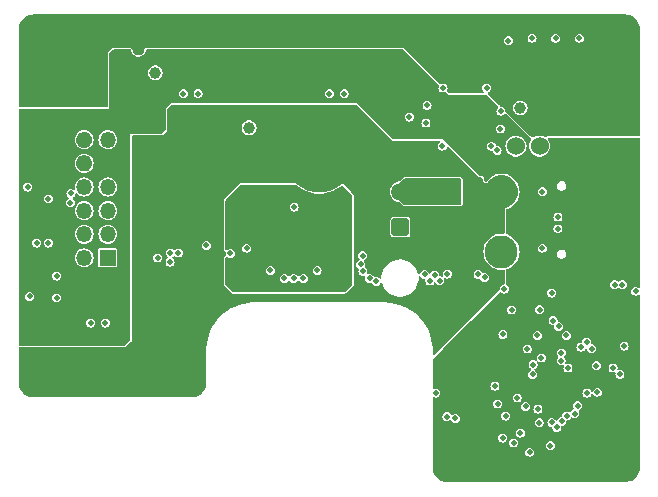
<source format=gbr>
%TF.GenerationSoftware,KiCad,Pcbnew,8.0.3*%
%TF.CreationDate,2024-06-13T13:09:18+08:00*%
%TF.ProjectId,SB-main-board,53422d6d-6169-46e2-9d62-6f6172642e6b,A0*%
%TF.SameCoordinates,Original*%
%TF.FileFunction,Copper,L2,Inr*%
%TF.FilePolarity,Positive*%
%FSLAX46Y46*%
G04 Gerber Fmt 4.6, Leading zero omitted, Abs format (unit mm)*
G04 Created by KiCad (PCBNEW 8.0.3) date 2024-06-13 13:09:18*
%MOMM*%
%LPD*%
G01*
G04 APERTURE LIST*
G04 Aperture macros list*
%AMRoundRect*
0 Rectangle with rounded corners*
0 $1 Rounding radius*
0 $2 $3 $4 $5 $6 $7 $8 $9 X,Y pos of 4 corners*
0 Add a 4 corners polygon primitive as box body*
4,1,4,$2,$3,$4,$5,$6,$7,$8,$9,$2,$3,0*
0 Add four circle primitives for the rounded corners*
1,1,$1+$1,$2,$3*
1,1,$1+$1,$4,$5*
1,1,$1+$1,$6,$7*
1,1,$1+$1,$8,$9*
0 Add four rect primitives between the rounded corners*
20,1,$1+$1,$2,$3,$4,$5,0*
20,1,$1+$1,$4,$5,$6,$7,0*
20,1,$1+$1,$6,$7,$8,$9,0*
20,1,$1+$1,$8,$9,$2,$3,0*%
G04 Aperture macros list end*
%TA.AperFunction,ComponentPad*%
%ADD10C,2.800000*%
%TD*%
%TA.AperFunction,ComponentPad*%
%ADD11C,1.524000*%
%TD*%
%TA.AperFunction,ComponentPad*%
%ADD12RoundRect,0.250001X0.499999X0.499999X-0.499999X0.499999X-0.499999X-0.499999X0.499999X-0.499999X0*%
%TD*%
%TA.AperFunction,ComponentPad*%
%ADD13C,1.500000*%
%TD*%
%TA.AperFunction,ComponentPad*%
%ADD14C,5.500000*%
%TD*%
%TA.AperFunction,ComponentPad*%
%ADD15R,1.350000X1.350000*%
%TD*%
%TA.AperFunction,ComponentPad*%
%ADD16O,1.350000X1.350000*%
%TD*%
%TA.AperFunction,ComponentPad*%
%ADD17O,1.800000X1.000000*%
%TD*%
%TA.AperFunction,ComponentPad*%
%ADD18O,2.100000X1.000000*%
%TD*%
%TA.AperFunction,ViaPad*%
%ADD19C,0.500000*%
%TD*%
%TA.AperFunction,ViaPad*%
%ADD20C,1.000000*%
%TD*%
G04 APERTURE END LIST*
D10*
%TO.N,+24V*%
%TO.C,J1*%
X158260400Y-105919165D03*
%TO.N,PGND*%
X158260400Y-100839165D03*
D11*
%TO.N,/CAN_H*%
X159490400Y-96989165D03*
%TO.N,/CAN_L*%
X161490400Y-96989165D03*
%TD*%
D12*
%TO.N,+24V*%
%TO.C,J5*%
X149682900Y-103839165D03*
D13*
%TO.N,Net-(D2-K)*%
X149682900Y-100839165D03*
%TD*%
D14*
%TO.N,PGND*%
%TO.C,H2*%
X130863900Y-110917865D03*
%TD*%
%TO.N,PGND*%
%TO.C,H1*%
X142847900Y-98146865D03*
%TD*%
D15*
%TO.N,/FAN0_DET*%
%TO.C,J9*%
X124934042Y-106447865D03*
D16*
%TO.N,/NEO*%
X122934042Y-106447865D03*
%TO.N,/FAN0_PWM*%
X124934042Y-104447865D03*
%TO.N,/FAN1_PWM*%
X122934042Y-104447865D03*
%TO.N,/ADC0*%
X124934042Y-102447865D03*
%TO.N,/FAN1_DET*%
X122934042Y-102447865D03*
%TO.N,/ADC1*%
X124934042Y-100447865D03*
%TO.N,+3V3B*%
X122934042Y-100447865D03*
%TO.N,GND*%
X124934042Y-98447865D03*
%TO.N,PGND*%
X122934042Y-98447865D03*
%TO.N,+24V*%
X124934042Y-96447865D03*
%TO.N,PGND*%
X122934042Y-96447865D03*
%TD*%
D17*
%TO.N,GND*%
%TO.C,J2*%
X167040292Y-98914865D03*
D18*
X162860292Y-98914865D03*
D17*
X167040292Y-107554865D03*
D18*
X162860292Y-107554865D03*
%TD*%
D19*
%TO.N,GND*%
X149247900Y-92146865D03*
X153055292Y-121884865D03*
X153844492Y-95845666D03*
X168777900Y-115486865D03*
X145133900Y-102287065D03*
X156486092Y-93204066D03*
X162665292Y-116174865D03*
X126589900Y-111710465D03*
X161720292Y-100034865D03*
X136377900Y-103426865D03*
X169215292Y-106124865D03*
X156284500Y-122429265D03*
X159382793Y-102368865D03*
X118647900Y-111946865D03*
X119897900Y-103046865D03*
X160975292Y-124054865D03*
X158328900Y-112121865D03*
X142047900Y-107166865D03*
X137603900Y-108196865D03*
X123914442Y-101067865D03*
X162665292Y-117774865D03*
X143228900Y-103506265D03*
X126507900Y-97716865D03*
X121806242Y-105284265D03*
X155090700Y-121565665D03*
X138422900Y-91971865D03*
X145069499Y-107694410D03*
X156638100Y-115850665D03*
X156944900Y-111761265D03*
X125357900Y-109846865D03*
X160197900Y-98996865D03*
X159073900Y-107746865D03*
X161720292Y-106434865D03*
X156505292Y-124364865D03*
X159363900Y-104356865D03*
X161413892Y-108046865D03*
X138826400Y-92946865D03*
X143797900Y-101446865D03*
X167747900Y-114036865D03*
X126527900Y-100386865D03*
X164265292Y-117774865D03*
X159278900Y-113071865D03*
X126497900Y-109656865D03*
X153844492Y-93204066D03*
X141197900Y-106166865D03*
X140847900Y-100996865D03*
X169215292Y-101724865D03*
X163447300Y-109373665D03*
X169545292Y-116234865D03*
X124126100Y-108789465D03*
X150447900Y-91921865D03*
X156486092Y-95845666D03*
X156386100Y-119279665D03*
X124075300Y-110694465D03*
X169475292Y-114864865D03*
X121831642Y-110237265D03*
X154862100Y-117450865D03*
X137844100Y-102998265D03*
X169215292Y-98524865D03*
X149047900Y-92946865D03*
X163015500Y-124562865D03*
X159387900Y-109146865D03*
X142917900Y-108126865D03*
%TO.N,+1V1*%
X160905991Y-116298407D03*
X164707436Y-118968480D03*
D20*
%TO.N,+24V*%
X128947900Y-90780865D03*
X159854399Y-93755367D03*
X136893900Y-95426865D03*
D19*
X153313692Y-92062366D03*
X157016892Y-92062366D03*
%TO.N,PGND*%
X127767900Y-109166865D03*
X153493900Y-103126865D03*
X129639900Y-96572065D03*
X155347900Y-100189165D03*
X156447100Y-100514165D03*
X155347900Y-100839165D03*
X163853900Y-92646865D03*
X128573100Y-97740465D03*
X133830900Y-98400865D03*
X139647500Y-86310465D03*
X153615292Y-87446865D03*
X124597900Y-87096865D03*
X154723900Y-104026865D03*
X128977900Y-101536865D03*
X127506300Y-100534465D03*
D20*
X127522900Y-88780865D03*
D19*
X157713900Y-108306865D03*
X150263900Y-102496865D03*
X152897900Y-99096865D03*
X156447100Y-99864165D03*
X154727900Y-109896865D03*
X157753900Y-88044865D03*
X134453900Y-110646865D03*
X117997900Y-93196865D03*
X150391700Y-98426265D03*
X132408500Y-106122465D03*
X161853900Y-89246865D03*
X134537900Y-106086865D03*
X154021900Y-108560865D03*
X131976700Y-116688865D03*
X154797900Y-111766865D03*
X159853900Y-89246865D03*
X160470499Y-94526383D03*
X134497900Y-103706865D03*
X169289300Y-93524065D03*
X123848700Y-116130065D03*
X168298700Y-86691465D03*
X159853900Y-92346865D03*
X156447100Y-101164165D03*
X163853900Y-89246865D03*
X128623900Y-100432865D03*
%TO.N,+5V*%
X168652900Y-113912865D03*
X152684766Y-117886865D03*
X158504223Y-109083188D03*
%TO.N,/USB_D+*%
X162635958Y-111756528D03*
X160459035Y-114154395D03*
X163047900Y-102983426D03*
X163046767Y-103984865D03*
%TO.N,/USB_D-*%
X163115236Y-112235806D03*
X161651006Y-114918837D03*
%TO.N,Net-(D3-A)*%
X161720292Y-100834865D03*
X161720292Y-105624865D03*
%TO.N,/FAN0_PWM*%
X158353900Y-121698163D03*
X146537600Y-107597573D03*
X130235174Y-106022865D03*
X152619000Y-107882300D03*
%TO.N,/FAN0_DET*%
X160653900Y-122896865D03*
X151753900Y-107846865D03*
X129153900Y-106446865D03*
X147657900Y-108426865D03*
%TO.N,Net-(J4-Pin_2)*%
X140683900Y-108188468D03*
%TO.N,Net-(J4-Pin_3)*%
X141499567Y-108188181D03*
%TO.N,Net-(J4-Pin_1)*%
X139868186Y-108188011D03*
%TO.N,/FAN1_PWM*%
X152203900Y-108396865D03*
X130203900Y-106796865D03*
X147094602Y-108186596D03*
X159303900Y-122113263D03*
%TO.N,/FAN1_DET*%
X153034100Y-108368839D03*
X159853900Y-121283063D03*
X130903900Y-106022865D03*
X146340787Y-106997020D03*
%TO.N,/FAN2_PWM*%
X157704900Y-117298465D03*
X131322900Y-92546865D03*
%TO.N,/FAN2_DET*%
X132572900Y-92546865D03*
X159595004Y-118299569D03*
%TO.N,/NEO*%
X160321100Y-119025665D03*
%TO.N,/LDC_SCL*%
X124738900Y-111966665D03*
X153642900Y-119889265D03*
%TO.N,/LDC_SDA*%
X123488900Y-111966665D03*
X154368221Y-120027544D03*
%TO.N,/ADC0*%
X163893900Y-115766865D03*
X156287642Y-107830938D03*
%TO.N,/ADC1*%
X163318622Y-115141636D03*
X156832900Y-108097730D03*
%TO.N,/TMC_EN*%
X151964072Y-93524065D03*
X168298027Y-116320570D03*
%TO.N,/HEAT*%
X166384074Y-117816691D03*
%TO.N,/SPI0_CLK*%
X162955124Y-120792232D03*
X119906042Y-105194865D03*
X133287900Y-105397765D03*
%TO.N,/TMC_DIAG*%
X157903539Y-97354323D03*
X164997900Y-113996865D03*
%TO.N,/ADXL_INT1*%
X121755442Y-101779065D03*
X163370224Y-120298275D03*
%TO.N,/TMC_STEP*%
X158165291Y-95524866D03*
X165895492Y-114134865D03*
%TO.N,/ADXL_INT2*%
X121806242Y-100989965D03*
X163785324Y-119833998D03*
%TO.N,/SPI0_CS1*%
X118322900Y-109696865D03*
X119906042Y-101447865D03*
X158621793Y-119838465D03*
%TO.N,/SPI0_MOSI*%
X138707298Y-107511866D03*
X120597900Y-107981765D03*
X162403900Y-122346865D03*
%TO.N,/TEMP_A*%
X162513900Y-109426865D03*
%TO.N,/SPI0_MISO*%
X136687900Y-105626365D03*
X162526276Y-120360559D03*
%TO.N,/ENDSTOP0*%
X143696900Y-92546865D03*
X165503900Y-117886865D03*
X159116630Y-110854134D03*
%TO.N,/TMC_DIR*%
X158215292Y-94024866D03*
X167716723Y-115758042D03*
%TO.N,/TMC_UART*%
X165480392Y-113554724D03*
X157412791Y-96987366D03*
%TO.N,/SPI0_CS2*%
X153693900Y-107816865D03*
X146503900Y-106246865D03*
X161353900Y-119246865D03*
X135319379Y-106065386D03*
%TO.N,/CAN_H*%
X167847900Y-108717365D03*
%TO.N,/CAN_L*%
X168497900Y-108717365D03*
%TO.N,Net-(U6-CPO)*%
X150455292Y-94524866D03*
%TO.N,Net-(U6-CPI)*%
X151865292Y-95024865D03*
%TO.N,Net-(U6-5VOUT)*%
X153252791Y-96987366D03*
%TO.N,Net-(D2-K)*%
X154303900Y-101474165D03*
X153668900Y-100839165D03*
X153033900Y-100204165D03*
X154303900Y-100204165D03*
X153033900Y-101474165D03*
%TO.N,Net-(J3-Pin_1)*%
X164853900Y-87846865D03*
%TO.N,Net-(J3-Pin_4)*%
X158853900Y-88046865D03*
%TO.N,Net-(J3-Pin_2)*%
X162853900Y-87846865D03*
%TO.N,Net-(J3-Pin_3)*%
X160853900Y-87846865D03*
%TO.N,/FS*%
X144946900Y-92546865D03*
X163332353Y-114499151D03*
%TO.N,+3V3A*%
X157951815Y-118811388D03*
X166287398Y-115566971D03*
X169617900Y-109264865D03*
X158382978Y-112926865D03*
X164463300Y-119635265D03*
X161496400Y-110818865D03*
X160937485Y-115481372D03*
X161455702Y-120398667D03*
X163750034Y-113013169D03*
X161297708Y-113013169D03*
%TO.N,+3V3B*%
X140713900Y-102141866D03*
X118147900Y-100447865D03*
X118906042Y-105194865D03*
X120597900Y-109826865D03*
%TO.N,Net-(J4-Pin_4)*%
X142660502Y-107511866D03*
%TD*%
%TA.AperFunction,Conductor*%
%TO.N,GND*%
G36*
X126869420Y-88801430D02*
G01*
X126899484Y-88853501D01*
X126900175Y-88858152D01*
X126909159Y-88932139D01*
X126909161Y-88932143D01*
X126963194Y-89074620D01*
X126963195Y-89074621D01*
X127049760Y-89200031D01*
X127163821Y-89301081D01*
X127298751Y-89371897D01*
X127446708Y-89408365D01*
X127446710Y-89408365D01*
X127599089Y-89408365D01*
X127599092Y-89408365D01*
X127747049Y-89371897D01*
X127881979Y-89301081D01*
X127996040Y-89200031D01*
X128082605Y-89074621D01*
X128136641Y-88932139D01*
X128145622Y-88858168D01*
X128172847Y-88804560D01*
X128228162Y-88780992D01*
X128232881Y-88780865D01*
X149884881Y-88780865D01*
X149941382Y-88801430D01*
X149947036Y-88806610D01*
X152950430Y-91810004D01*
X152975841Y-91864498D01*
X152966596Y-91912063D01*
X152950191Y-91944259D01*
X152950191Y-91944262D01*
X152931486Y-92062366D01*
X152950191Y-92180473D01*
X152950191Y-92180474D01*
X153004478Y-92287017D01*
X153004479Y-92287018D01*
X153004481Y-92287021D01*
X153089037Y-92371577D01*
X153089039Y-92371578D01*
X153089040Y-92371579D01*
X153195583Y-92425866D01*
X153211731Y-92428423D01*
X153313692Y-92444572D01*
X153431800Y-92425866D01*
X153463992Y-92409462D01*
X153523670Y-92402135D01*
X153566053Y-92425627D01*
X153790292Y-92649866D01*
X153290292Y-92649866D01*
X153290292Y-96399866D01*
X149137311Y-96399866D01*
X149080810Y-96379301D01*
X149075156Y-96374121D01*
X147725900Y-95024865D01*
X151483086Y-95024865D01*
X151501791Y-95142972D01*
X151501791Y-95142973D01*
X151556078Y-95249516D01*
X151556079Y-95249517D01*
X151556081Y-95249520D01*
X151640637Y-95334076D01*
X151640639Y-95334077D01*
X151640640Y-95334078D01*
X151747183Y-95388365D01*
X151763331Y-95390922D01*
X151865292Y-95407071D01*
X151983400Y-95388365D01*
X152089947Y-95334076D01*
X152174503Y-95249520D01*
X152228792Y-95142973D01*
X152247498Y-95024865D01*
X152228792Y-94906757D01*
X152228792Y-94906756D01*
X152174505Y-94800213D01*
X152174504Y-94800212D01*
X152174503Y-94800210D01*
X152089947Y-94715654D01*
X152089944Y-94715652D01*
X152089943Y-94715651D01*
X151983400Y-94661364D01*
X151865292Y-94642659D01*
X151747184Y-94661364D01*
X151747183Y-94661364D01*
X151640640Y-94715651D01*
X151556078Y-94800213D01*
X151501791Y-94906756D01*
X151501791Y-94906757D01*
X151483086Y-95024865D01*
X147725900Y-95024865D01*
X147589401Y-94888366D01*
X147225901Y-94524866D01*
X150073086Y-94524866D01*
X150091791Y-94642973D01*
X150091791Y-94642974D01*
X150146078Y-94749517D01*
X150146079Y-94749518D01*
X150146081Y-94749521D01*
X150230637Y-94834077D01*
X150230639Y-94834078D01*
X150230640Y-94834079D01*
X150337183Y-94888366D01*
X150353331Y-94890923D01*
X150455292Y-94907072D01*
X150573400Y-94888366D01*
X150679947Y-94834077D01*
X150764503Y-94749521D01*
X150818792Y-94642974D01*
X150837498Y-94524866D01*
X150818792Y-94406758D01*
X150818792Y-94406757D01*
X150764505Y-94300214D01*
X150764504Y-94300213D01*
X150764503Y-94300211D01*
X150679947Y-94215655D01*
X150679944Y-94215653D01*
X150679943Y-94215652D01*
X150573400Y-94161365D01*
X150455292Y-94142660D01*
X150337184Y-94161365D01*
X150337183Y-94161365D01*
X150230640Y-94215652D01*
X150146078Y-94300214D01*
X150091791Y-94406757D01*
X150091791Y-94406758D01*
X150073086Y-94524866D01*
X147225901Y-94524866D01*
X146225100Y-93524065D01*
X151581866Y-93524065D01*
X151600571Y-93642172D01*
X151600571Y-93642173D01*
X151654858Y-93748716D01*
X151654859Y-93748717D01*
X151654861Y-93748720D01*
X151739417Y-93833276D01*
X151739419Y-93833277D01*
X151739420Y-93833278D01*
X151845963Y-93887565D01*
X151862111Y-93890122D01*
X151964072Y-93906271D01*
X152082180Y-93887565D01*
X152188727Y-93833276D01*
X152273283Y-93748720D01*
X152327572Y-93642173D01*
X152346278Y-93524065D01*
X152327572Y-93405957D01*
X152327572Y-93405956D01*
X152273285Y-93299413D01*
X152273284Y-93299412D01*
X152273283Y-93299410D01*
X152188727Y-93214854D01*
X152188724Y-93214852D01*
X152188723Y-93214851D01*
X152082180Y-93160564D01*
X151964072Y-93141859D01*
X151845964Y-93160564D01*
X151845963Y-93160564D01*
X151739420Y-93214851D01*
X151654858Y-93299413D01*
X151600571Y-93405956D01*
X151600571Y-93405957D01*
X151581866Y-93524065D01*
X146225100Y-93524065D01*
X146047900Y-93346865D01*
X146047899Y-93346865D01*
X130247901Y-93346865D01*
X130247900Y-93346865D01*
X129847900Y-93746865D01*
X129847900Y-93746866D01*
X129847900Y-95510455D01*
X129827335Y-95566956D01*
X129822155Y-95572610D01*
X129473645Y-95921120D01*
X129419151Y-95946531D01*
X129411490Y-95946865D01*
X125567014Y-95946865D01*
X125565432Y-95944348D01*
X125437559Y-95816475D01*
X125284437Y-95720262D01*
X125284436Y-95720261D01*
X125284435Y-95720261D01*
X125284430Y-95720259D01*
X125187310Y-95686275D01*
X125047900Y-95546865D01*
X125047900Y-92546865D01*
X130940694Y-92546865D01*
X130959399Y-92664972D01*
X130959399Y-92664973D01*
X131013686Y-92771516D01*
X131013687Y-92771517D01*
X131013689Y-92771520D01*
X131098245Y-92856076D01*
X131098247Y-92856077D01*
X131098248Y-92856078D01*
X131204791Y-92910365D01*
X131220939Y-92912922D01*
X131322900Y-92929071D01*
X131441008Y-92910365D01*
X131547555Y-92856076D01*
X131632111Y-92771520D01*
X131686400Y-92664973D01*
X131705106Y-92546865D01*
X132190694Y-92546865D01*
X132209399Y-92664972D01*
X132209399Y-92664973D01*
X132263686Y-92771516D01*
X132263687Y-92771517D01*
X132263689Y-92771520D01*
X132348245Y-92856076D01*
X132348247Y-92856077D01*
X132348248Y-92856078D01*
X132454791Y-92910365D01*
X132470939Y-92912922D01*
X132572900Y-92929071D01*
X132691008Y-92910365D01*
X132797555Y-92856076D01*
X132882111Y-92771520D01*
X132936400Y-92664973D01*
X132955106Y-92546865D01*
X143314694Y-92546865D01*
X143333399Y-92664972D01*
X143333399Y-92664973D01*
X143387686Y-92771516D01*
X143387687Y-92771517D01*
X143387689Y-92771520D01*
X143472245Y-92856076D01*
X143472247Y-92856077D01*
X143472248Y-92856078D01*
X143578791Y-92910365D01*
X143594939Y-92912922D01*
X143696900Y-92929071D01*
X143815008Y-92910365D01*
X143921555Y-92856076D01*
X144006111Y-92771520D01*
X144060400Y-92664973D01*
X144079106Y-92546865D01*
X144564694Y-92546865D01*
X144583399Y-92664972D01*
X144583399Y-92664973D01*
X144637686Y-92771516D01*
X144637687Y-92771517D01*
X144637689Y-92771520D01*
X144722245Y-92856076D01*
X144722247Y-92856077D01*
X144722248Y-92856078D01*
X144828791Y-92910365D01*
X144844939Y-92912922D01*
X144946900Y-92929071D01*
X145065008Y-92910365D01*
X145171555Y-92856076D01*
X145256111Y-92771520D01*
X145310400Y-92664973D01*
X145329106Y-92546865D01*
X145310400Y-92428757D01*
X145310400Y-92428756D01*
X145256113Y-92322213D01*
X145256112Y-92322212D01*
X145256111Y-92322210D01*
X145171555Y-92237654D01*
X145171552Y-92237652D01*
X145171551Y-92237651D01*
X145065008Y-92183364D01*
X144946900Y-92164659D01*
X144828792Y-92183364D01*
X144828791Y-92183364D01*
X144722248Y-92237651D01*
X144637686Y-92322213D01*
X144583399Y-92428756D01*
X144583399Y-92428757D01*
X144564694Y-92546865D01*
X144079106Y-92546865D01*
X144060400Y-92428757D01*
X144060400Y-92428756D01*
X144006113Y-92322213D01*
X144006112Y-92322212D01*
X144006111Y-92322210D01*
X143921555Y-92237654D01*
X143921552Y-92237652D01*
X143921551Y-92237651D01*
X143815008Y-92183364D01*
X143696900Y-92164659D01*
X143578792Y-92183364D01*
X143578791Y-92183364D01*
X143472248Y-92237651D01*
X143387686Y-92322213D01*
X143333399Y-92428756D01*
X143333399Y-92428757D01*
X143314694Y-92546865D01*
X132955106Y-92546865D01*
X132936400Y-92428757D01*
X132936400Y-92428756D01*
X132882113Y-92322213D01*
X132882112Y-92322212D01*
X132882111Y-92322210D01*
X132797555Y-92237654D01*
X132797552Y-92237652D01*
X132797551Y-92237651D01*
X132691008Y-92183364D01*
X132572900Y-92164659D01*
X132454792Y-92183364D01*
X132454791Y-92183364D01*
X132348248Y-92237651D01*
X132263686Y-92322213D01*
X132209399Y-92428756D01*
X132209399Y-92428757D01*
X132190694Y-92546865D01*
X131705106Y-92546865D01*
X131686400Y-92428757D01*
X131686400Y-92428756D01*
X131632113Y-92322213D01*
X131632112Y-92322212D01*
X131632111Y-92322210D01*
X131547555Y-92237654D01*
X131547552Y-92237652D01*
X131547551Y-92237651D01*
X131441008Y-92183364D01*
X131322900Y-92164659D01*
X131204792Y-92183364D01*
X131204791Y-92183364D01*
X131098248Y-92237651D01*
X131013686Y-92322213D01*
X130959399Y-92428756D01*
X130959399Y-92428757D01*
X130940694Y-92546865D01*
X125047900Y-92546865D01*
X125047900Y-90780865D01*
X128315791Y-90780865D01*
X128334159Y-90932139D01*
X128334161Y-90932143D01*
X128388194Y-91074620D01*
X128388195Y-91074621D01*
X128474760Y-91200031D01*
X128588821Y-91301081D01*
X128723751Y-91371897D01*
X128871708Y-91408365D01*
X128871710Y-91408365D01*
X129024089Y-91408365D01*
X129024092Y-91408365D01*
X129172049Y-91371897D01*
X129306979Y-91301081D01*
X129421040Y-91200031D01*
X129507605Y-91074621D01*
X129561641Y-90932139D01*
X129580009Y-90780865D01*
X129561641Y-90629591D01*
X129507605Y-90487109D01*
X129421040Y-90361699D01*
X129306979Y-90260649D01*
X129306977Y-90260648D01*
X129306976Y-90260647D01*
X129172051Y-90189834D01*
X129172050Y-90189833D01*
X129172049Y-90189833D01*
X129024092Y-90153365D01*
X128871708Y-90153365D01*
X128723751Y-90189833D01*
X128723750Y-90189833D01*
X128723748Y-90189834D01*
X128588823Y-90260647D01*
X128588818Y-90260651D01*
X128474757Y-90361702D01*
X128388194Y-90487109D01*
X128339240Y-90616192D01*
X128334159Y-90629591D01*
X128315791Y-90780865D01*
X125047900Y-90780865D01*
X125047900Y-89183275D01*
X125068465Y-89126774D01*
X125073645Y-89121120D01*
X125388155Y-88806610D01*
X125442649Y-88781199D01*
X125450310Y-88780865D01*
X126812919Y-88780865D01*
X126869420Y-88801430D01*
G37*
%TD.AperFunction*%
%TD*%
%TA.AperFunction,Conductor*%
%TO.N,Net-(D2-K)*%
G36*
X154816501Y-99734730D02*
G01*
X154846565Y-99786801D01*
X154847900Y-99802065D01*
X154847900Y-101876265D01*
X154827335Y-101932766D01*
X154775264Y-101962830D01*
X154760000Y-101964165D01*
X150094310Y-101964165D01*
X150037809Y-101943600D01*
X150032155Y-101938420D01*
X149708645Y-101614910D01*
X149683234Y-101560416D01*
X149682900Y-101552755D01*
X149682900Y-100125575D01*
X149703465Y-100069074D01*
X149708645Y-100063420D01*
X150032155Y-99739910D01*
X150086649Y-99714499D01*
X150094310Y-99714165D01*
X154760000Y-99714165D01*
X154816501Y-99734730D01*
G37*
%TD.AperFunction*%
%TD*%
%TA.AperFunction,Conductor*%
%TO.N,GND*%
G36*
X160795692Y-96295430D02*
G01*
X160825756Y-96347501D01*
X160815315Y-96406715D01*
X160804517Y-96421577D01*
X160766819Y-96463446D01*
X160766815Y-96463450D01*
X160673325Y-96625380D01*
X160673324Y-96625382D01*
X160615544Y-96803211D01*
X160615543Y-96803216D01*
X160596000Y-96989160D01*
X160596000Y-96989169D01*
X160615543Y-97175113D01*
X160615544Y-97175118D01*
X160615545Y-97175121D01*
X160673325Y-97352950D01*
X160766815Y-97514880D01*
X160891930Y-97653834D01*
X161043200Y-97763738D01*
X161214015Y-97839790D01*
X161360331Y-97870890D01*
X161396909Y-97878665D01*
X161396910Y-97878665D01*
X161583891Y-97878665D01*
X161614372Y-97872185D01*
X161766785Y-97839790D01*
X161937600Y-97763738D01*
X162088870Y-97653834D01*
X162213985Y-97514880D01*
X162307475Y-97352950D01*
X162365255Y-97175121D01*
X162384800Y-96989165D01*
X162384800Y-96989160D01*
X162365256Y-96803216D01*
X162365255Y-96803211D01*
X162365255Y-96803209D01*
X162307475Y-96625380D01*
X162213985Y-96463450D01*
X162176285Y-96421580D01*
X162153763Y-96365833D01*
X162172343Y-96308648D01*
X162223334Y-96276786D01*
X162241609Y-96274865D01*
X169896098Y-96274865D01*
X169952599Y-96295430D01*
X169982663Y-96347501D01*
X169983998Y-96362765D01*
X169983998Y-108774865D01*
X168870999Y-108774865D01*
X168880106Y-108717365D01*
X168861400Y-108599257D01*
X168861400Y-108599256D01*
X168807113Y-108492713D01*
X168807112Y-108492712D01*
X168807111Y-108492710D01*
X168722555Y-108408154D01*
X168722552Y-108408152D01*
X168722551Y-108408151D01*
X168616008Y-108353864D01*
X168497900Y-108335159D01*
X168379792Y-108353864D01*
X168379791Y-108353864D01*
X168273248Y-108408151D01*
X168273245Y-108408153D01*
X168273245Y-108408154D01*
X168235053Y-108446345D01*
X168180561Y-108471756D01*
X168122483Y-108456193D01*
X168110751Y-108446350D01*
X168072555Y-108408154D01*
X168072552Y-108408152D01*
X168072551Y-108408151D01*
X167966008Y-108353864D01*
X167847900Y-108335159D01*
X167729792Y-108353864D01*
X167729791Y-108353864D01*
X167623248Y-108408151D01*
X167538686Y-108492713D01*
X167484399Y-108599256D01*
X167484399Y-108599257D01*
X167465694Y-108717365D01*
X167474800Y-108774865D01*
X158729766Y-108774865D01*
X158728878Y-108773977D01*
X158728875Y-108773975D01*
X158713283Y-108766030D01*
X158672278Y-108722054D01*
X158665292Y-108687712D01*
X158665292Y-107462157D01*
X158685857Y-107405656D01*
X158730740Y-107377886D01*
X158730603Y-107377462D01*
X158732338Y-107376898D01*
X158732685Y-107376683D01*
X158733883Y-107376396D01*
X158956015Y-107284386D01*
X159161018Y-107158759D01*
X159343845Y-107002610D01*
X159499994Y-106819783D01*
X159625621Y-106614780D01*
X159717631Y-106392648D01*
X159769223Y-106177750D01*
X159773758Y-106158862D01*
X159773758Y-106158860D01*
X159773759Y-106158857D01*
X159780596Y-106071980D01*
X162958592Y-106071980D01*
X162958592Y-106177750D01*
X162985967Y-106279915D01*
X163038852Y-106371514D01*
X163113643Y-106446305D01*
X163205242Y-106499190D01*
X163307407Y-106526565D01*
X163413176Y-106526565D01*
X163413177Y-106526565D01*
X163515342Y-106499190D01*
X163606941Y-106446305D01*
X163681732Y-106371514D01*
X163734617Y-106279915D01*
X163761992Y-106177750D01*
X163761992Y-106071980D01*
X163734617Y-105969815D01*
X163681732Y-105878216D01*
X163606941Y-105803425D01*
X163515342Y-105750540D01*
X163515341Y-105750539D01*
X163515340Y-105750539D01*
X163413177Y-105723165D01*
X163307407Y-105723165D01*
X163205243Y-105750539D01*
X163113645Y-105803423D01*
X163038850Y-105878218D01*
X162985966Y-105969816D01*
X162975984Y-106007071D01*
X162958592Y-106071980D01*
X159780596Y-106071980D01*
X159792623Y-105919165D01*
X159773759Y-105679473D01*
X159760649Y-105624865D01*
X161338086Y-105624865D01*
X161356791Y-105742972D01*
X161356791Y-105742973D01*
X161411078Y-105849516D01*
X161411079Y-105849517D01*
X161411081Y-105849520D01*
X161495637Y-105934076D01*
X161495639Y-105934077D01*
X161495640Y-105934078D01*
X161602183Y-105988365D01*
X161618331Y-105990922D01*
X161720292Y-106007071D01*
X161838400Y-105988365D01*
X161944947Y-105934076D01*
X162029503Y-105849520D01*
X162083792Y-105742973D01*
X162102498Y-105624865D01*
X162083792Y-105506757D01*
X162083792Y-105506756D01*
X162029505Y-105400213D01*
X162029504Y-105400212D01*
X162029503Y-105400210D01*
X161944947Y-105315654D01*
X161944944Y-105315652D01*
X161944943Y-105315651D01*
X161838400Y-105261364D01*
X161720292Y-105242659D01*
X161602184Y-105261364D01*
X161602183Y-105261364D01*
X161495640Y-105315651D01*
X161411078Y-105400213D01*
X161356791Y-105506756D01*
X161356791Y-105506757D01*
X161338086Y-105624865D01*
X159760649Y-105624865D01*
X159717631Y-105445682D01*
X159625621Y-105223550D01*
X159499994Y-105018547D01*
X159499990Y-105018542D01*
X159343849Y-104835724D01*
X159343840Y-104835715D01*
X159161022Y-104679574D01*
X159161020Y-104679572D01*
X159161018Y-104679571D01*
X158956015Y-104553944D01*
X158956009Y-104553941D01*
X158956006Y-104553940D01*
X158733881Y-104461933D01*
X158732657Y-104461639D01*
X158732349Y-104461435D01*
X158730600Y-104460867D01*
X158730757Y-104460381D01*
X158682524Y-104428444D01*
X158665292Y-104376171D01*
X158665292Y-103984865D01*
X162664561Y-103984865D01*
X162683266Y-104102972D01*
X162683266Y-104102973D01*
X162737553Y-104209516D01*
X162737554Y-104209517D01*
X162737556Y-104209520D01*
X162822112Y-104294076D01*
X162822114Y-104294077D01*
X162822115Y-104294078D01*
X162928658Y-104348365D01*
X162944806Y-104350922D01*
X163046767Y-104367071D01*
X163164875Y-104348365D01*
X163271422Y-104294076D01*
X163355978Y-104209520D01*
X163410267Y-104102973D01*
X163428973Y-103984865D01*
X163410267Y-103866757D01*
X163410267Y-103866756D01*
X163355980Y-103760213D01*
X163355979Y-103760212D01*
X163355978Y-103760210D01*
X163271422Y-103675654D01*
X163271419Y-103675652D01*
X163271418Y-103675651D01*
X163164875Y-103621364D01*
X163046767Y-103602659D01*
X162928659Y-103621364D01*
X162928658Y-103621364D01*
X162822115Y-103675651D01*
X162737553Y-103760213D01*
X162683266Y-103866756D01*
X162683266Y-103866757D01*
X162664561Y-103984865D01*
X158665292Y-103984865D01*
X158665292Y-102983426D01*
X162665694Y-102983426D01*
X162684399Y-103101533D01*
X162684399Y-103101534D01*
X162738686Y-103208077D01*
X162738687Y-103208078D01*
X162738689Y-103208081D01*
X162823245Y-103292637D01*
X162823247Y-103292638D01*
X162823248Y-103292639D01*
X162929791Y-103346926D01*
X162945939Y-103349483D01*
X163047900Y-103365632D01*
X163166008Y-103346926D01*
X163272555Y-103292637D01*
X163357111Y-103208081D01*
X163411400Y-103101534D01*
X163430106Y-102983426D01*
X163411400Y-102865318D01*
X163411400Y-102865317D01*
X163357113Y-102758774D01*
X163357112Y-102758773D01*
X163357111Y-102758771D01*
X163272555Y-102674215D01*
X163272552Y-102674213D01*
X163272551Y-102674212D01*
X163166008Y-102619925D01*
X163047900Y-102601220D01*
X162929792Y-102619925D01*
X162929791Y-102619925D01*
X162823248Y-102674212D01*
X162738686Y-102758774D01*
X162684399Y-102865317D01*
X162684399Y-102865318D01*
X162665694Y-102983426D01*
X158665292Y-102983426D01*
X158665292Y-102382157D01*
X158685857Y-102325656D01*
X158730740Y-102297886D01*
X158730603Y-102297462D01*
X158732338Y-102296898D01*
X158732685Y-102296683D01*
X158733883Y-102296396D01*
X158956015Y-102204386D01*
X159161018Y-102078759D01*
X159343845Y-101922610D01*
X159499994Y-101739783D01*
X159625621Y-101534780D01*
X159717631Y-101312648D01*
X159758101Y-101144078D01*
X159773758Y-101078862D01*
X159773758Y-101078860D01*
X159773759Y-101078857D01*
X159792623Y-100839165D01*
X159792285Y-100834865D01*
X161338086Y-100834865D01*
X161356791Y-100952972D01*
X161356791Y-100952973D01*
X161411078Y-101059516D01*
X161411079Y-101059517D01*
X161411081Y-101059520D01*
X161495637Y-101144076D01*
X161495639Y-101144077D01*
X161495640Y-101144078D01*
X161602183Y-101198365D01*
X161618331Y-101200922D01*
X161720292Y-101217071D01*
X161838400Y-101198365D01*
X161944947Y-101144076D01*
X162029503Y-101059520D01*
X162083792Y-100952973D01*
X162102498Y-100834865D01*
X162083792Y-100716757D01*
X162083792Y-100716756D01*
X162029505Y-100610213D01*
X162029504Y-100610212D01*
X162029503Y-100610210D01*
X161944947Y-100525654D01*
X161944944Y-100525652D01*
X161944943Y-100525651D01*
X161838400Y-100471364D01*
X161720292Y-100452659D01*
X161602184Y-100471364D01*
X161602183Y-100471364D01*
X161495640Y-100525651D01*
X161411078Y-100610213D01*
X161356791Y-100716756D01*
X161356791Y-100716757D01*
X161338086Y-100834865D01*
X159792285Y-100834865D01*
X159773759Y-100599473D01*
X159771848Y-100591514D01*
X159717631Y-100365681D01*
X159687103Y-100291980D01*
X162958592Y-100291980D01*
X162958592Y-100397750D01*
X162985967Y-100499915D01*
X163038852Y-100591514D01*
X163113643Y-100666305D01*
X163205242Y-100719190D01*
X163307407Y-100746565D01*
X163413176Y-100746565D01*
X163413177Y-100746565D01*
X163515342Y-100719190D01*
X163606941Y-100666305D01*
X163681732Y-100591514D01*
X163734617Y-100499915D01*
X163761992Y-100397750D01*
X163761992Y-100291980D01*
X163734617Y-100189815D01*
X163681732Y-100098216D01*
X163606941Y-100023425D01*
X163515342Y-99970540D01*
X163515341Y-99970539D01*
X163515340Y-99970539D01*
X163413177Y-99943165D01*
X163307407Y-99943165D01*
X163205243Y-99970539D01*
X163113645Y-100023423D01*
X163038850Y-100098218D01*
X162985966Y-100189816D01*
X162958592Y-100291980D01*
X159687103Y-100291980D01*
X159644785Y-100189816D01*
X159625621Y-100143550D01*
X159499994Y-99938547D01*
X159499990Y-99938542D01*
X159343849Y-99755724D01*
X159343840Y-99755715D01*
X159161022Y-99599574D01*
X159161020Y-99599572D01*
X159161018Y-99599571D01*
X158956015Y-99473944D01*
X158956009Y-99473941D01*
X158956006Y-99473940D01*
X158733883Y-99381933D01*
X158665292Y-99365466D01*
X158665292Y-97328226D01*
X158673325Y-97352950D01*
X158766815Y-97514880D01*
X158891930Y-97653834D01*
X159043200Y-97763738D01*
X159214015Y-97839790D01*
X159360331Y-97870890D01*
X159396909Y-97878665D01*
X159396910Y-97878665D01*
X159583891Y-97878665D01*
X159614372Y-97872185D01*
X159766785Y-97839790D01*
X159937600Y-97763738D01*
X160088870Y-97653834D01*
X160213985Y-97514880D01*
X160307475Y-97352950D01*
X160365255Y-97175121D01*
X160384800Y-96989165D01*
X160384800Y-96989160D01*
X160365256Y-96803216D01*
X160365255Y-96803211D01*
X160365255Y-96803209D01*
X160307475Y-96625380D01*
X160213985Y-96463450D01*
X160088870Y-96324496D01*
X160020559Y-96274865D01*
X160665291Y-96274865D01*
X160739191Y-96274865D01*
X160795692Y-96295430D01*
G37*
%TD.AperFunction*%
%TD*%
%TA.AperFunction,Conductor*%
%TO.N,GND*%
G36*
X167484399Y-108835472D02*
G01*
X167484399Y-108835473D01*
X167538686Y-108942016D01*
X167538687Y-108942017D01*
X167538689Y-108942020D01*
X167623245Y-109026576D01*
X167623247Y-109026577D01*
X167623248Y-109026578D01*
X167729791Y-109080865D01*
X167744459Y-109083188D01*
X167847900Y-109099571D01*
X167966008Y-109080865D01*
X168072555Y-109026576D01*
X168110746Y-108988384D01*
X168165239Y-108962974D01*
X168223317Y-108978537D01*
X168235048Y-108988379D01*
X168273245Y-109026576D01*
X168273247Y-109026577D01*
X168273248Y-109026578D01*
X168379791Y-109080865D01*
X168394459Y-109083188D01*
X168497900Y-109099571D01*
X168616008Y-109080865D01*
X168722555Y-109026576D01*
X168807111Y-108942020D01*
X168861400Y-108835473D01*
X168870999Y-108774865D01*
X169983998Y-108774865D01*
X169983998Y-108885904D01*
X169963433Y-108942405D01*
X169911362Y-108972469D01*
X169852148Y-108962028D01*
X169844434Y-108957019D01*
X169842551Y-108955651D01*
X169736008Y-108901364D01*
X169617900Y-108882659D01*
X169499792Y-108901364D01*
X169499791Y-108901364D01*
X169393248Y-108955651D01*
X169308686Y-109040213D01*
X169254399Y-109146756D01*
X169254399Y-109146757D01*
X169235694Y-109264865D01*
X169254399Y-109382972D01*
X169254399Y-109382973D01*
X169308686Y-109489516D01*
X169308687Y-109489517D01*
X169308689Y-109489520D01*
X169393245Y-109574076D01*
X169393247Y-109574077D01*
X169393248Y-109574078D01*
X169499791Y-109628365D01*
X169515939Y-109630922D01*
X169617900Y-109647071D01*
X169736008Y-109628365D01*
X169842555Y-109574076D01*
X169842558Y-109574072D01*
X169844428Y-109572715D01*
X169846257Y-109572190D01*
X169848719Y-109570936D01*
X169848962Y-109571414D01*
X169902225Y-109556139D01*
X169957155Y-109580592D01*
X169983516Y-109634633D01*
X169983998Y-109643825D01*
X169983998Y-124118208D01*
X169983994Y-124118254D01*
X169983997Y-124162565D01*
X169983726Y-124169462D01*
X169968875Y-124358317D01*
X169966718Y-124371942D01*
X169923310Y-124552789D01*
X169919048Y-124565908D01*
X169847884Y-124737733D01*
X169841622Y-124750023D01*
X169744451Y-124908602D01*
X169736344Y-124919762D01*
X169615560Y-125061187D01*
X169605806Y-125070941D01*
X169464386Y-125191727D01*
X169453226Y-125199835D01*
X169294654Y-125297007D01*
X169282363Y-125303270D01*
X169110533Y-125374440D01*
X169097414Y-125378702D01*
X168916568Y-125422113D01*
X168902944Y-125424270D01*
X168714507Y-125439093D01*
X168707612Y-125439364D01*
X168677362Y-125439363D01*
X168670759Y-125439363D01*
X168670758Y-125439363D01*
X168662385Y-125439363D01*
X168662365Y-125439365D01*
X153758747Y-125439365D01*
X153758739Y-125439364D01*
X153712077Y-125439364D01*
X153705182Y-125439093D01*
X153516324Y-125424234D01*
X153502701Y-125422077D01*
X153341988Y-125383496D01*
X153321851Y-125378662D01*
X153308746Y-125374405D01*
X153136903Y-125303228D01*
X153124626Y-125296972D01*
X152966043Y-125199794D01*
X152954884Y-125191687D01*
X152813463Y-125070905D01*
X152803710Y-125061152D01*
X152682926Y-124919736D01*
X152674818Y-124908577D01*
X152577642Y-124750001D01*
X152571380Y-124737711D01*
X152500205Y-124565882D01*
X152495943Y-124552764D01*
X152476210Y-124470570D01*
X152452527Y-124371925D01*
X152450370Y-124358305D01*
X152435537Y-124169835D01*
X152435266Y-124162938D01*
X152435266Y-122896865D01*
X160271694Y-122896865D01*
X160290399Y-123014972D01*
X160290399Y-123014973D01*
X160344686Y-123121516D01*
X160344687Y-123121517D01*
X160344689Y-123121520D01*
X160429245Y-123206076D01*
X160429247Y-123206077D01*
X160429248Y-123206078D01*
X160535791Y-123260365D01*
X160551939Y-123262922D01*
X160653900Y-123279071D01*
X160772008Y-123260365D01*
X160878555Y-123206076D01*
X160963111Y-123121520D01*
X161017400Y-123014973D01*
X161036106Y-122896865D01*
X161017400Y-122778757D01*
X161017400Y-122778756D01*
X160963113Y-122672213D01*
X160963112Y-122672212D01*
X160963111Y-122672210D01*
X160878555Y-122587654D01*
X160878552Y-122587652D01*
X160878551Y-122587651D01*
X160772008Y-122533364D01*
X160653900Y-122514659D01*
X160535792Y-122533364D01*
X160535791Y-122533364D01*
X160429248Y-122587651D01*
X160344686Y-122672213D01*
X160290399Y-122778756D01*
X160290399Y-122778757D01*
X160271694Y-122896865D01*
X152435266Y-122896865D01*
X152435266Y-122113263D01*
X158921694Y-122113263D01*
X158940399Y-122231370D01*
X158940399Y-122231371D01*
X158994686Y-122337914D01*
X158994687Y-122337915D01*
X158994689Y-122337918D01*
X159079245Y-122422474D01*
X159079247Y-122422475D01*
X159079248Y-122422476D01*
X159185791Y-122476763D01*
X159201939Y-122479320D01*
X159303900Y-122495469D01*
X159422008Y-122476763D01*
X159528555Y-122422474D01*
X159604164Y-122346865D01*
X162021694Y-122346865D01*
X162040399Y-122464972D01*
X162040399Y-122464973D01*
X162094686Y-122571516D01*
X162094687Y-122571517D01*
X162094689Y-122571520D01*
X162179245Y-122656076D01*
X162179247Y-122656077D01*
X162179248Y-122656078D01*
X162285791Y-122710365D01*
X162301939Y-122712922D01*
X162403900Y-122729071D01*
X162522008Y-122710365D01*
X162628555Y-122656076D01*
X162713111Y-122571520D01*
X162767400Y-122464973D01*
X162786106Y-122346865D01*
X162767400Y-122228757D01*
X162767400Y-122228756D01*
X162713113Y-122122213D01*
X162713112Y-122122212D01*
X162713111Y-122122210D01*
X162628555Y-122037654D01*
X162628552Y-122037652D01*
X162628551Y-122037651D01*
X162522008Y-121983364D01*
X162403900Y-121964659D01*
X162285792Y-121983364D01*
X162285791Y-121983364D01*
X162179248Y-122037651D01*
X162094686Y-122122213D01*
X162040399Y-122228756D01*
X162040399Y-122228757D01*
X162021694Y-122346865D01*
X159604164Y-122346865D01*
X159613111Y-122337918D01*
X159667400Y-122231371D01*
X159686106Y-122113263D01*
X159667400Y-121995155D01*
X159667400Y-121995154D01*
X159613113Y-121888611D01*
X159613112Y-121888610D01*
X159613111Y-121888608D01*
X159528555Y-121804052D01*
X159528552Y-121804050D01*
X159528551Y-121804049D01*
X159422008Y-121749762D01*
X159303900Y-121731057D01*
X159185792Y-121749762D01*
X159185791Y-121749762D01*
X159079248Y-121804049D01*
X158994686Y-121888611D01*
X158940399Y-121995154D01*
X158940399Y-121995155D01*
X158921694Y-122113263D01*
X152435266Y-122113263D01*
X152435266Y-121698163D01*
X157971694Y-121698163D01*
X157990399Y-121816270D01*
X157990399Y-121816271D01*
X158044686Y-121922814D01*
X158044687Y-121922815D01*
X158044689Y-121922818D01*
X158129245Y-122007374D01*
X158129247Y-122007375D01*
X158129248Y-122007376D01*
X158235791Y-122061663D01*
X158251939Y-122064220D01*
X158353900Y-122080369D01*
X158472008Y-122061663D01*
X158578555Y-122007374D01*
X158663111Y-121922818D01*
X158717400Y-121816271D01*
X158736106Y-121698163D01*
X158717400Y-121580055D01*
X158717400Y-121580054D01*
X158663113Y-121473511D01*
X158663112Y-121473510D01*
X158663111Y-121473508D01*
X158578555Y-121388952D01*
X158578552Y-121388950D01*
X158578551Y-121388949D01*
X158472008Y-121334662D01*
X158353900Y-121315957D01*
X158235792Y-121334662D01*
X158235791Y-121334662D01*
X158129248Y-121388949D01*
X158044686Y-121473511D01*
X157990399Y-121580054D01*
X157990399Y-121580055D01*
X157971694Y-121698163D01*
X152435266Y-121698163D01*
X152435266Y-121283063D01*
X159471694Y-121283063D01*
X159490399Y-121401170D01*
X159490399Y-121401171D01*
X159544686Y-121507714D01*
X159544687Y-121507715D01*
X159544689Y-121507718D01*
X159629245Y-121592274D01*
X159629247Y-121592275D01*
X159629248Y-121592276D01*
X159735791Y-121646563D01*
X159751939Y-121649120D01*
X159853900Y-121665269D01*
X159972008Y-121646563D01*
X160078555Y-121592274D01*
X160163111Y-121507718D01*
X160217400Y-121401171D01*
X160236106Y-121283063D01*
X160217400Y-121164955D01*
X160217400Y-121164954D01*
X160163113Y-121058411D01*
X160163112Y-121058410D01*
X160163111Y-121058408D01*
X160078555Y-120973852D01*
X160078552Y-120973850D01*
X160078551Y-120973849D01*
X159972008Y-120919562D01*
X159853900Y-120900857D01*
X159735792Y-120919562D01*
X159735791Y-120919562D01*
X159629248Y-120973849D01*
X159544686Y-121058411D01*
X159490399Y-121164954D01*
X159490399Y-121164955D01*
X159471694Y-121283063D01*
X152435266Y-121283063D01*
X152435266Y-119889265D01*
X153260694Y-119889265D01*
X153279399Y-120007372D01*
X153279399Y-120007373D01*
X153333686Y-120113916D01*
X153333687Y-120113917D01*
X153333689Y-120113920D01*
X153418245Y-120198476D01*
X153418247Y-120198477D01*
X153418248Y-120198478D01*
X153524791Y-120252765D01*
X153540939Y-120255322D01*
X153642900Y-120271471D01*
X153761008Y-120252765D01*
X153867555Y-120198476D01*
X153890705Y-120175325D01*
X153945195Y-120149916D01*
X154003274Y-120165477D01*
X154031177Y-120197575D01*
X154059007Y-120252195D01*
X154059008Y-120252196D01*
X154059010Y-120252199D01*
X154143566Y-120336755D01*
X154143568Y-120336756D01*
X154143569Y-120336757D01*
X154250112Y-120391044D01*
X154266260Y-120393601D01*
X154368221Y-120409750D01*
X154438198Y-120398667D01*
X161073496Y-120398667D01*
X161092201Y-120516774D01*
X161092201Y-120516775D01*
X161146488Y-120623318D01*
X161146489Y-120623319D01*
X161146491Y-120623322D01*
X161231047Y-120707878D01*
X161231049Y-120707879D01*
X161231050Y-120707880D01*
X161337593Y-120762167D01*
X161353741Y-120764724D01*
X161455702Y-120780873D01*
X161573810Y-120762167D01*
X161680357Y-120707878D01*
X161764913Y-120623322D01*
X161819202Y-120516775D01*
X161837908Y-120398667D01*
X161831872Y-120360559D01*
X162144070Y-120360559D01*
X162162775Y-120478666D01*
X162162775Y-120478667D01*
X162217062Y-120585210D01*
X162217063Y-120585211D01*
X162217065Y-120585214D01*
X162301621Y-120669770D01*
X162301623Y-120669771D01*
X162301624Y-120669772D01*
X162408167Y-120724059D01*
X162453934Y-120731307D01*
X162503004Y-120739079D01*
X162555593Y-120768229D01*
X162576072Y-120812147D01*
X162591623Y-120910339D01*
X162591623Y-120910340D01*
X162645910Y-121016883D01*
X162645911Y-121016884D01*
X162645913Y-121016887D01*
X162730469Y-121101443D01*
X162730471Y-121101444D01*
X162730472Y-121101445D01*
X162837015Y-121155732D01*
X162853163Y-121158289D01*
X162955124Y-121174438D01*
X163073232Y-121155732D01*
X163179779Y-121101443D01*
X163264335Y-121016887D01*
X163318624Y-120910340D01*
X163337330Y-120792232D01*
X163334619Y-120775114D01*
X163346092Y-120716093D01*
X163392820Y-120678254D01*
X163407683Y-120674548D01*
X163488332Y-120661775D01*
X163594879Y-120607486D01*
X163679435Y-120522930D01*
X163733724Y-120416383D01*
X163752430Y-120298275D01*
X163752430Y-120298274D01*
X163752430Y-120296487D01*
X163752931Y-120295109D01*
X163753512Y-120291443D01*
X163754224Y-120291555D01*
X163772995Y-120239986D01*
X163825066Y-120209922D01*
X163826500Y-120209682D01*
X163903432Y-120197498D01*
X164009979Y-120143209D01*
X164094535Y-120058653D01*
X164130518Y-119988033D01*
X164174490Y-119947028D01*
X164234535Y-119943881D01*
X164248742Y-119949621D01*
X164345191Y-119998765D01*
X164361339Y-120001322D01*
X164463300Y-120017471D01*
X164581408Y-119998765D01*
X164687955Y-119944476D01*
X164772511Y-119859920D01*
X164826800Y-119753373D01*
X164845506Y-119635265D01*
X164826800Y-119517157D01*
X164826800Y-119517156D01*
X164791541Y-119447957D01*
X164784213Y-119388278D01*
X164816960Y-119337851D01*
X164829942Y-119329738D01*
X164932091Y-119277691D01*
X165016647Y-119193135D01*
X165070936Y-119086588D01*
X165089642Y-118968480D01*
X165070936Y-118850372D01*
X165070936Y-118850371D01*
X165016649Y-118743828D01*
X165016648Y-118743827D01*
X165016647Y-118743825D01*
X164932091Y-118659269D01*
X164932088Y-118659267D01*
X164932087Y-118659266D01*
X164825544Y-118604979D01*
X164707436Y-118586274D01*
X164589328Y-118604979D01*
X164589327Y-118604979D01*
X164482784Y-118659266D01*
X164398222Y-118743828D01*
X164343935Y-118850371D01*
X164343935Y-118850372D01*
X164325230Y-118968480D01*
X164343935Y-119086586D01*
X164379195Y-119155788D01*
X164386522Y-119215467D01*
X164353774Y-119265893D01*
X164340781Y-119274012D01*
X164238648Y-119326051D01*
X164154086Y-119410613D01*
X164118106Y-119481228D01*
X164074132Y-119522235D01*
X164014087Y-119525381D01*
X163999881Y-119519641D01*
X163903432Y-119470497D01*
X163785324Y-119451792D01*
X163667216Y-119470497D01*
X163667215Y-119470497D01*
X163560672Y-119524784D01*
X163476110Y-119609346D01*
X163421823Y-119715889D01*
X163421823Y-119715890D01*
X163403118Y-119833998D01*
X163403118Y-119835785D01*
X163402617Y-119837161D01*
X163402036Y-119840830D01*
X163401322Y-119840717D01*
X163382553Y-119892286D01*
X163330482Y-119922350D01*
X163328968Y-119922603D01*
X163252116Y-119934774D01*
X163252115Y-119934774D01*
X163145572Y-119989061D01*
X163061010Y-120073623D01*
X163010701Y-120172360D01*
X162966727Y-120213367D01*
X162906682Y-120216513D01*
X162858663Y-120180327D01*
X162854063Y-120172360D01*
X162835489Y-120135907D01*
X162835488Y-120135906D01*
X162835487Y-120135904D01*
X162750931Y-120051348D01*
X162750928Y-120051346D01*
X162750927Y-120051345D01*
X162644384Y-119997058D01*
X162526276Y-119978353D01*
X162408168Y-119997058D01*
X162408167Y-119997058D01*
X162301624Y-120051345D01*
X162217062Y-120135907D01*
X162162775Y-120242450D01*
X162162775Y-120242451D01*
X162144070Y-120360559D01*
X161831872Y-120360559D01*
X161819202Y-120280559D01*
X161819202Y-120280558D01*
X161764915Y-120174015D01*
X161764914Y-120174014D01*
X161764913Y-120174012D01*
X161680357Y-120089456D01*
X161680354Y-120089454D01*
X161680353Y-120089453D01*
X161573810Y-120035166D01*
X161455702Y-120016461D01*
X161337594Y-120035166D01*
X161337593Y-120035166D01*
X161231050Y-120089453D01*
X161146488Y-120174015D01*
X161092201Y-120280558D01*
X161092201Y-120280559D01*
X161073496Y-120398667D01*
X154438198Y-120398667D01*
X154486329Y-120391044D01*
X154592876Y-120336755D01*
X154677432Y-120252199D01*
X154731721Y-120145652D01*
X154750427Y-120027544D01*
X154731721Y-119909436D01*
X154731721Y-119909435D01*
X154695560Y-119838465D01*
X158239587Y-119838465D01*
X158258292Y-119956572D01*
X158258292Y-119956573D01*
X158312579Y-120063116D01*
X158312580Y-120063117D01*
X158312582Y-120063120D01*
X158397138Y-120147676D01*
X158397140Y-120147677D01*
X158397141Y-120147678D01*
X158503684Y-120201965D01*
X158519832Y-120204522D01*
X158621793Y-120220671D01*
X158739901Y-120201965D01*
X158846448Y-120147676D01*
X158931004Y-120063120D01*
X158985293Y-119956573D01*
X159003999Y-119838465D01*
X158985293Y-119720357D01*
X158985293Y-119720356D01*
X158931006Y-119613813D01*
X158931005Y-119613812D01*
X158931004Y-119613810D01*
X158846448Y-119529254D01*
X158846445Y-119529252D01*
X158846444Y-119529251D01*
X158739901Y-119474964D01*
X158621793Y-119456259D01*
X158503685Y-119474964D01*
X158503684Y-119474964D01*
X158397141Y-119529251D01*
X158312579Y-119613813D01*
X158258292Y-119720356D01*
X158258292Y-119720357D01*
X158239587Y-119838465D01*
X154695560Y-119838465D01*
X154677434Y-119802892D01*
X154677433Y-119802891D01*
X154677432Y-119802889D01*
X154592876Y-119718333D01*
X154592873Y-119718331D01*
X154592872Y-119718330D01*
X154486329Y-119664043D01*
X154368221Y-119645338D01*
X154250113Y-119664043D01*
X154250112Y-119664043D01*
X154143569Y-119718330D01*
X154143568Y-119718330D01*
X154120416Y-119741483D01*
X154065921Y-119766893D01*
X154007843Y-119751330D01*
X153979943Y-119719233D01*
X153952111Y-119664610D01*
X153867555Y-119580054D01*
X153867552Y-119580052D01*
X153867551Y-119580051D01*
X153761008Y-119525764D01*
X153642900Y-119507059D01*
X153524792Y-119525764D01*
X153524791Y-119525764D01*
X153418248Y-119580051D01*
X153333686Y-119664613D01*
X153279399Y-119771156D01*
X153279399Y-119771157D01*
X153260694Y-119889265D01*
X152435266Y-119889265D01*
X152435266Y-118811388D01*
X157569609Y-118811388D01*
X157588314Y-118929495D01*
X157588314Y-118929496D01*
X157642601Y-119036039D01*
X157642602Y-119036040D01*
X157642604Y-119036043D01*
X157727160Y-119120599D01*
X157727162Y-119120600D01*
X157727163Y-119120601D01*
X157833706Y-119174888D01*
X157849854Y-119177445D01*
X157951815Y-119193594D01*
X158069923Y-119174888D01*
X158176470Y-119120599D01*
X158261026Y-119036043D01*
X158266314Y-119025665D01*
X159938894Y-119025665D01*
X159957599Y-119143772D01*
X159957599Y-119143773D01*
X160011886Y-119250316D01*
X160011887Y-119250317D01*
X160011889Y-119250320D01*
X160096445Y-119334876D01*
X160096447Y-119334877D01*
X160096448Y-119334878D01*
X160202991Y-119389165D01*
X160219139Y-119391722D01*
X160321100Y-119407871D01*
X160439208Y-119389165D01*
X160545755Y-119334876D01*
X160630311Y-119250320D01*
X160632071Y-119246865D01*
X160971694Y-119246865D01*
X160990399Y-119364972D01*
X160990399Y-119364973D01*
X161044686Y-119471516D01*
X161044687Y-119471517D01*
X161044689Y-119471520D01*
X161129245Y-119556076D01*
X161129247Y-119556077D01*
X161129248Y-119556078D01*
X161235791Y-119610365D01*
X161251939Y-119612922D01*
X161353900Y-119629071D01*
X161472008Y-119610365D01*
X161578555Y-119556076D01*
X161663111Y-119471520D01*
X161717400Y-119364973D01*
X161736106Y-119246865D01*
X161717400Y-119128757D01*
X161717400Y-119128756D01*
X161663113Y-119022213D01*
X161663112Y-119022212D01*
X161663111Y-119022210D01*
X161578555Y-118937654D01*
X161578552Y-118937652D01*
X161578551Y-118937651D01*
X161472008Y-118883364D01*
X161353900Y-118864659D01*
X161235792Y-118883364D01*
X161235791Y-118883364D01*
X161129248Y-118937651D01*
X161044686Y-119022213D01*
X160990399Y-119128756D01*
X160990399Y-119128757D01*
X160971694Y-119246865D01*
X160632071Y-119246865D01*
X160684600Y-119143773D01*
X160703306Y-119025665D01*
X160684600Y-118907557D01*
X160684600Y-118907556D01*
X160630313Y-118801013D01*
X160630312Y-118801012D01*
X160630311Y-118801010D01*
X160545755Y-118716454D01*
X160545752Y-118716452D01*
X160545751Y-118716451D01*
X160439208Y-118662164D01*
X160321100Y-118643459D01*
X160202992Y-118662164D01*
X160202991Y-118662164D01*
X160096448Y-118716451D01*
X160011886Y-118801013D01*
X159957599Y-118907556D01*
X159957599Y-118907557D01*
X159938894Y-119025665D01*
X158266314Y-119025665D01*
X158315315Y-118929496D01*
X158334021Y-118811388D01*
X158315315Y-118693280D01*
X158315315Y-118693279D01*
X158261028Y-118586736D01*
X158261027Y-118586735D01*
X158261026Y-118586733D01*
X158176470Y-118502177D01*
X158176467Y-118502175D01*
X158176466Y-118502174D01*
X158069923Y-118447887D01*
X157951815Y-118429182D01*
X157833707Y-118447887D01*
X157833706Y-118447887D01*
X157727163Y-118502174D01*
X157642601Y-118586736D01*
X157588314Y-118693279D01*
X157588314Y-118693280D01*
X157569609Y-118811388D01*
X152435266Y-118811388D01*
X152435266Y-118326857D01*
X152445198Y-118299569D01*
X159212798Y-118299569D01*
X159231503Y-118417676D01*
X159231503Y-118417677D01*
X159285790Y-118524220D01*
X159285791Y-118524221D01*
X159285793Y-118524224D01*
X159370349Y-118608780D01*
X159370351Y-118608781D01*
X159370352Y-118608782D01*
X159476895Y-118663069D01*
X159493043Y-118665626D01*
X159595004Y-118681775D01*
X159713112Y-118663069D01*
X159819659Y-118608780D01*
X159904215Y-118524224D01*
X159958504Y-118417677D01*
X159977210Y-118299569D01*
X159958504Y-118181461D01*
X159958504Y-118181460D01*
X159904217Y-118074917D01*
X159904216Y-118074916D01*
X159904215Y-118074914D01*
X159819659Y-117990358D01*
X159819656Y-117990356D01*
X159819655Y-117990355D01*
X159713112Y-117936068D01*
X159595004Y-117917363D01*
X159476896Y-117936068D01*
X159476895Y-117936068D01*
X159370352Y-117990355D01*
X159285790Y-118074917D01*
X159231503Y-118181460D01*
X159231503Y-118181461D01*
X159212798Y-118299569D01*
X152445198Y-118299569D01*
X152455831Y-118270356D01*
X152507902Y-118240292D01*
X152563072Y-118248537D01*
X152566658Y-118250365D01*
X152684766Y-118269071D01*
X152802874Y-118250365D01*
X152909421Y-118196076D01*
X152993977Y-118111520D01*
X153048266Y-118004973D01*
X153066972Y-117886865D01*
X165121694Y-117886865D01*
X165140399Y-118004972D01*
X165140399Y-118004973D01*
X165194686Y-118111516D01*
X165194687Y-118111517D01*
X165194689Y-118111520D01*
X165279245Y-118196076D01*
X165279247Y-118196077D01*
X165279248Y-118196078D01*
X165385791Y-118250365D01*
X165401939Y-118252922D01*
X165503900Y-118269071D01*
X165622008Y-118250365D01*
X165728555Y-118196076D01*
X165813111Y-118111520D01*
X165867400Y-118004973D01*
X165869881Y-117989306D01*
X165899029Y-117936717D01*
X165955161Y-117915167D01*
X166012013Y-117934741D01*
X166035018Y-117963148D01*
X166074860Y-118041342D01*
X166074861Y-118041343D01*
X166074863Y-118041346D01*
X166159419Y-118125902D01*
X166159421Y-118125903D01*
X166159422Y-118125904D01*
X166265965Y-118180191D01*
X166282113Y-118182748D01*
X166384074Y-118198897D01*
X166502182Y-118180191D01*
X166608729Y-118125902D01*
X166693285Y-118041346D01*
X166747574Y-117934799D01*
X166766280Y-117816691D01*
X166747574Y-117698583D01*
X166747574Y-117698582D01*
X166693287Y-117592039D01*
X166693286Y-117592038D01*
X166693285Y-117592036D01*
X166608729Y-117507480D01*
X166608726Y-117507478D01*
X166608725Y-117507477D01*
X166502182Y-117453190D01*
X166384074Y-117434485D01*
X166265966Y-117453190D01*
X166265965Y-117453190D01*
X166159422Y-117507477D01*
X166074860Y-117592039D01*
X166020573Y-117698582D01*
X166018092Y-117714252D01*
X165988941Y-117766840D01*
X165932807Y-117788388D01*
X165875956Y-117768812D01*
X165852956Y-117740409D01*
X165813111Y-117662210D01*
X165728555Y-117577654D01*
X165728552Y-117577652D01*
X165728551Y-117577651D01*
X165622008Y-117523364D01*
X165503900Y-117504659D01*
X165385792Y-117523364D01*
X165385791Y-117523364D01*
X165279248Y-117577651D01*
X165194686Y-117662213D01*
X165140399Y-117768756D01*
X165140399Y-117768757D01*
X165121694Y-117886865D01*
X153066972Y-117886865D01*
X153048266Y-117768757D01*
X153048266Y-117768756D01*
X152993979Y-117662213D01*
X152993978Y-117662212D01*
X152993977Y-117662210D01*
X152909421Y-117577654D01*
X152909418Y-117577652D01*
X152909417Y-117577651D01*
X152802874Y-117523364D01*
X152684766Y-117504659D01*
X152566658Y-117523364D01*
X152566654Y-117523366D01*
X152563066Y-117525194D01*
X152503387Y-117532518D01*
X152452962Y-117499767D01*
X152435266Y-117446872D01*
X152435266Y-117298465D01*
X157322694Y-117298465D01*
X157341399Y-117416572D01*
X157341399Y-117416573D01*
X157395686Y-117523116D01*
X157395687Y-117523117D01*
X157395689Y-117523120D01*
X157480245Y-117607676D01*
X157480247Y-117607677D01*
X157480248Y-117607678D01*
X157586791Y-117661965D01*
X157602939Y-117664522D01*
X157704900Y-117680671D01*
X157823008Y-117661965D01*
X157929555Y-117607676D01*
X158014111Y-117523120D01*
X158068400Y-117416573D01*
X158087106Y-117298465D01*
X158068400Y-117180357D01*
X158068400Y-117180356D01*
X158014113Y-117073813D01*
X158014112Y-117073812D01*
X158014111Y-117073810D01*
X157929555Y-116989254D01*
X157929552Y-116989252D01*
X157929551Y-116989251D01*
X157823008Y-116934964D01*
X157704900Y-116916259D01*
X157586792Y-116934964D01*
X157586791Y-116934964D01*
X157480248Y-116989251D01*
X157395686Y-117073813D01*
X157341399Y-117180356D01*
X157341399Y-117180357D01*
X157322694Y-117298465D01*
X152435266Y-117298465D01*
X152435266Y-116298407D01*
X160523785Y-116298407D01*
X160542490Y-116416514D01*
X160542490Y-116416515D01*
X160596777Y-116523058D01*
X160596778Y-116523059D01*
X160596780Y-116523062D01*
X160681336Y-116607618D01*
X160681338Y-116607619D01*
X160681339Y-116607620D01*
X160787882Y-116661907D01*
X160804030Y-116664464D01*
X160905991Y-116680613D01*
X161024099Y-116661907D01*
X161130646Y-116607618D01*
X161215202Y-116523062D01*
X161269491Y-116416515D01*
X161288197Y-116298407D01*
X161269491Y-116180299D01*
X161269491Y-116180298D01*
X161215204Y-116073755D01*
X161215203Y-116073754D01*
X161215202Y-116073752D01*
X161130646Y-115989196D01*
X161105203Y-115976232D01*
X161064198Y-115932258D01*
X161061051Y-115872214D01*
X161097236Y-115824194D01*
X161105194Y-115819598D01*
X161162140Y-115790583D01*
X161246696Y-115706027D01*
X161300985Y-115599480D01*
X161319691Y-115481372D01*
X161300985Y-115363264D01*
X161300985Y-115363263D01*
X161282236Y-115326467D01*
X161274908Y-115266788D01*
X161307655Y-115216361D01*
X161365155Y-115198781D01*
X161420502Y-115222275D01*
X161422681Y-115224378D01*
X161426351Y-115228048D01*
X161426353Y-115228049D01*
X161426354Y-115228050D01*
X161532897Y-115282337D01*
X161549045Y-115284894D01*
X161651006Y-115301043D01*
X161769114Y-115282337D01*
X161875661Y-115228048D01*
X161960217Y-115143492D01*
X161961163Y-115141636D01*
X162936416Y-115141636D01*
X162955121Y-115259743D01*
X162955121Y-115259744D01*
X163009408Y-115366287D01*
X163009409Y-115366288D01*
X163009411Y-115366291D01*
X163093967Y-115450847D01*
X163093969Y-115450848D01*
X163093970Y-115450849D01*
X163200513Y-115505136D01*
X163216661Y-115507693D01*
X163318622Y-115523842D01*
X163421562Y-115507538D01*
X163443563Y-115504054D01*
X163443880Y-115506060D01*
X163494945Y-115507841D01*
X163539630Y-115548071D01*
X163548001Y-115607613D01*
X163540342Y-115629244D01*
X163534896Y-115639933D01*
X163530399Y-115648759D01*
X163511694Y-115766865D01*
X163530399Y-115884972D01*
X163530399Y-115884973D01*
X163584686Y-115991516D01*
X163584687Y-115991517D01*
X163584689Y-115991520D01*
X163669245Y-116076076D01*
X163669247Y-116076077D01*
X163669248Y-116076078D01*
X163775791Y-116130365D01*
X163791939Y-116132922D01*
X163893900Y-116149071D01*
X164012008Y-116130365D01*
X164118555Y-116076076D01*
X164203111Y-115991520D01*
X164257400Y-115884973D01*
X164276106Y-115766865D01*
X164257400Y-115648757D01*
X164257400Y-115648756D01*
X164215728Y-115566971D01*
X165905192Y-115566971D01*
X165923897Y-115685078D01*
X165923897Y-115685079D01*
X165978184Y-115791622D01*
X165978185Y-115791623D01*
X165978187Y-115791626D01*
X166062743Y-115876182D01*
X166062745Y-115876183D01*
X166062746Y-115876184D01*
X166169289Y-115930471D01*
X166180573Y-115932258D01*
X166287398Y-115949177D01*
X166405506Y-115930471D01*
X166512053Y-115876182D01*
X166596609Y-115791626D01*
X166613721Y-115758042D01*
X167334517Y-115758042D01*
X167353222Y-115876149D01*
X167353222Y-115876150D01*
X167407509Y-115982693D01*
X167407510Y-115982694D01*
X167407512Y-115982697D01*
X167492068Y-116067253D01*
X167492070Y-116067254D01*
X167492071Y-116067255D01*
X167598614Y-116121542D01*
X167617320Y-116124504D01*
X167716723Y-116140248D01*
X167830744Y-116122189D01*
X167889766Y-116133662D01*
X167927605Y-116180390D01*
X167931312Y-116222757D01*
X167915821Y-116320569D01*
X167934526Y-116438677D01*
X167934526Y-116438678D01*
X167988813Y-116545221D01*
X167988814Y-116545222D01*
X167988816Y-116545225D01*
X168073372Y-116629781D01*
X168073374Y-116629782D01*
X168073375Y-116629783D01*
X168179918Y-116684070D01*
X168196066Y-116686627D01*
X168298027Y-116702776D01*
X168416135Y-116684070D01*
X168522682Y-116629781D01*
X168607238Y-116545225D01*
X168661527Y-116438678D01*
X168680233Y-116320570D01*
X168661527Y-116202462D01*
X168661527Y-116202461D01*
X168607240Y-116095918D01*
X168607239Y-116095917D01*
X168607238Y-116095915D01*
X168522682Y-116011359D01*
X168522679Y-116011357D01*
X168522678Y-116011356D01*
X168416135Y-115957069D01*
X168298027Y-115938364D01*
X168184005Y-115956422D01*
X168124982Y-115944948D01*
X168087144Y-115898221D01*
X168083437Y-115855855D01*
X168098929Y-115758042D01*
X168080223Y-115639934D01*
X168080223Y-115639933D01*
X168025936Y-115533390D01*
X168025935Y-115533389D01*
X168025934Y-115533387D01*
X167941378Y-115448831D01*
X167941375Y-115448829D01*
X167941374Y-115448828D01*
X167834831Y-115394541D01*
X167716723Y-115375836D01*
X167598615Y-115394541D01*
X167598614Y-115394541D01*
X167492071Y-115448828D01*
X167407509Y-115533390D01*
X167353222Y-115639933D01*
X167353222Y-115639934D01*
X167334517Y-115758042D01*
X166613721Y-115758042D01*
X166650898Y-115685079D01*
X166669604Y-115566971D01*
X166650898Y-115448863D01*
X166650898Y-115448862D01*
X166596611Y-115342319D01*
X166596610Y-115342318D01*
X166596609Y-115342316D01*
X166512053Y-115257760D01*
X166512050Y-115257758D01*
X166512049Y-115257757D01*
X166405506Y-115203470D01*
X166287398Y-115184765D01*
X166169290Y-115203470D01*
X166169289Y-115203470D01*
X166062746Y-115257757D01*
X165978184Y-115342319D01*
X165923897Y-115448862D01*
X165923897Y-115448863D01*
X165905192Y-115566971D01*
X164215728Y-115566971D01*
X164203113Y-115542213D01*
X164203112Y-115542212D01*
X164203111Y-115542210D01*
X164118555Y-115457654D01*
X164118552Y-115457652D01*
X164118551Y-115457651D01*
X164012008Y-115403364D01*
X163893900Y-115384659D01*
X163768959Y-115404447D01*
X163768641Y-115402444D01*
X163717556Y-115400651D01*
X163672881Y-115360409D01*
X163664525Y-115300865D01*
X163672178Y-115279259D01*
X163682122Y-115259744D01*
X163700828Y-115141636D01*
X163682122Y-115023528D01*
X163682122Y-115023527D01*
X163627835Y-114916984D01*
X163627834Y-114916983D01*
X163627833Y-114916981D01*
X163600264Y-114889412D01*
X163574854Y-114834920D01*
X163590417Y-114776842D01*
X163600259Y-114765110D01*
X163641564Y-114723806D01*
X163695853Y-114617259D01*
X163714559Y-114499151D01*
X163695853Y-114381043D01*
X163695853Y-114381042D01*
X163641566Y-114274499D01*
X163641565Y-114274498D01*
X163641564Y-114274496D01*
X163557008Y-114189940D01*
X163557005Y-114189938D01*
X163557004Y-114189937D01*
X163450461Y-114135650D01*
X163332353Y-114116945D01*
X163214245Y-114135650D01*
X163214244Y-114135650D01*
X163107701Y-114189937D01*
X163023139Y-114274499D01*
X162968852Y-114381042D01*
X162968852Y-114381043D01*
X162950147Y-114499151D01*
X162968852Y-114617258D01*
X162968852Y-114617259D01*
X163023139Y-114723802D01*
X163023140Y-114723803D01*
X163023142Y-114723806D01*
X163050710Y-114751374D01*
X163076121Y-114805867D01*
X163060558Y-114863945D01*
X163050715Y-114875676D01*
X163009411Y-114916981D01*
X163009408Y-114916984D01*
X162955121Y-115023527D01*
X162955121Y-115023528D01*
X162936416Y-115141636D01*
X161961163Y-115141636D01*
X162014506Y-115036945D01*
X162033212Y-114918837D01*
X162014506Y-114800729D01*
X162014506Y-114800728D01*
X161960219Y-114694185D01*
X161960218Y-114694184D01*
X161960217Y-114694182D01*
X161875661Y-114609626D01*
X161875658Y-114609624D01*
X161875657Y-114609623D01*
X161769114Y-114555336D01*
X161651006Y-114536631D01*
X161532898Y-114555336D01*
X161532897Y-114555336D01*
X161426354Y-114609623D01*
X161341792Y-114694185D01*
X161287505Y-114800728D01*
X161287505Y-114800729D01*
X161268800Y-114918837D01*
X161287505Y-115036943D01*
X161306255Y-115073742D01*
X161313582Y-115133421D01*
X161280834Y-115183847D01*
X161223334Y-115201427D01*
X161167987Y-115177933D01*
X161165809Y-115175830D01*
X161162140Y-115172161D01*
X161162137Y-115172159D01*
X161162136Y-115172158D01*
X161055593Y-115117871D01*
X160937485Y-115099166D01*
X160819377Y-115117871D01*
X160819376Y-115117871D01*
X160712833Y-115172158D01*
X160628271Y-115256720D01*
X160573984Y-115363263D01*
X160573984Y-115363264D01*
X160555279Y-115481372D01*
X160573984Y-115599479D01*
X160573984Y-115599480D01*
X160628271Y-115706023D01*
X160628272Y-115706024D01*
X160628274Y-115706027D01*
X160712830Y-115790583D01*
X160738270Y-115803545D01*
X160779277Y-115847519D01*
X160782425Y-115907563D01*
X160746240Y-115955583D01*
X160738272Y-115960184D01*
X160681338Y-115989194D01*
X160596777Y-116073755D01*
X160542490Y-116180298D01*
X160542490Y-116180299D01*
X160523785Y-116298407D01*
X152435266Y-116298407D01*
X152435266Y-115041300D01*
X152455831Y-114984799D01*
X152461000Y-114979156D01*
X153285761Y-114154395D01*
X160076829Y-114154395D01*
X160095534Y-114272502D01*
X160095534Y-114272503D01*
X160149821Y-114379046D01*
X160149822Y-114379047D01*
X160149824Y-114379050D01*
X160234380Y-114463606D01*
X160234382Y-114463607D01*
X160234383Y-114463608D01*
X160340926Y-114517895D01*
X160357074Y-114520452D01*
X160459035Y-114536601D01*
X160577143Y-114517895D01*
X160683690Y-114463606D01*
X160768246Y-114379050D01*
X160822535Y-114272503D01*
X160841241Y-114154395D01*
X160822535Y-114036287D01*
X160822535Y-114036286D01*
X160802449Y-113996865D01*
X164615694Y-113996865D01*
X164634399Y-114114972D01*
X164634399Y-114114973D01*
X164688686Y-114221516D01*
X164688687Y-114221517D01*
X164688689Y-114221520D01*
X164773245Y-114306076D01*
X164773247Y-114306077D01*
X164773248Y-114306078D01*
X164879791Y-114360365D01*
X164895939Y-114362922D01*
X164997900Y-114379071D01*
X165116008Y-114360365D01*
X165222555Y-114306076D01*
X165307111Y-114221520D01*
X165352049Y-114133325D01*
X165396022Y-114092321D01*
X165456066Y-114089174D01*
X165504086Y-114125359D01*
X165517185Y-114159483D01*
X165531991Y-114252972D01*
X165531991Y-114252973D01*
X165586278Y-114359516D01*
X165586279Y-114359517D01*
X165586281Y-114359520D01*
X165670837Y-114444076D01*
X165670839Y-114444077D01*
X165670840Y-114444078D01*
X165777383Y-114498365D01*
X165793531Y-114500922D01*
X165895492Y-114517071D01*
X166013600Y-114498365D01*
X166120147Y-114444076D01*
X166204703Y-114359520D01*
X166258992Y-114252973D01*
X166277698Y-114134865D01*
X166258992Y-114016757D01*
X166258992Y-114016756D01*
X166206056Y-113912865D01*
X168270694Y-113912865D01*
X168289399Y-114030972D01*
X168289399Y-114030973D01*
X168343686Y-114137516D01*
X168343687Y-114137517D01*
X168343689Y-114137520D01*
X168428245Y-114222076D01*
X168428247Y-114222077D01*
X168428248Y-114222078D01*
X168534791Y-114276365D01*
X168550939Y-114278922D01*
X168652900Y-114295071D01*
X168771008Y-114276365D01*
X168877555Y-114222076D01*
X168962111Y-114137520D01*
X169016400Y-114030973D01*
X169035106Y-113912865D01*
X169016400Y-113794757D01*
X169016400Y-113794756D01*
X168962113Y-113688213D01*
X168962112Y-113688212D01*
X168962111Y-113688210D01*
X168877555Y-113603654D01*
X168877552Y-113603652D01*
X168877551Y-113603651D01*
X168771008Y-113549364D01*
X168652900Y-113530659D01*
X168534792Y-113549364D01*
X168534791Y-113549364D01*
X168428248Y-113603651D01*
X168343686Y-113688213D01*
X168289399Y-113794756D01*
X168289399Y-113794757D01*
X168270694Y-113912865D01*
X166206056Y-113912865D01*
X166204705Y-113910213D01*
X166204704Y-113910212D01*
X166204703Y-113910210D01*
X166120147Y-113825654D01*
X166120144Y-113825652D01*
X166120143Y-113825651D01*
X166013600Y-113771364D01*
X165919639Y-113756483D01*
X165867050Y-113727333D01*
X165845502Y-113671199D01*
X165846571Y-113655915D01*
X165862598Y-113554724D01*
X165843892Y-113436616D01*
X165843892Y-113436615D01*
X165789605Y-113330072D01*
X165789604Y-113330071D01*
X165789603Y-113330069D01*
X165705047Y-113245513D01*
X165705044Y-113245511D01*
X165705043Y-113245510D01*
X165598500Y-113191223D01*
X165480392Y-113172518D01*
X165362284Y-113191223D01*
X165362283Y-113191223D01*
X165255740Y-113245510D01*
X165171178Y-113330072D01*
X165116891Y-113436615D01*
X165116891Y-113436616D01*
X165100222Y-113541868D01*
X165071072Y-113594457D01*
X165014938Y-113616005D01*
X164999662Y-113614937D01*
X164997906Y-113614659D01*
X164997900Y-113614659D01*
X164879792Y-113633364D01*
X164879791Y-113633364D01*
X164773248Y-113687651D01*
X164688686Y-113772213D01*
X164634399Y-113878756D01*
X164634399Y-113878757D01*
X164615694Y-113996865D01*
X160802449Y-113996865D01*
X160768248Y-113929743D01*
X160768247Y-113929742D01*
X160768246Y-113929740D01*
X160683690Y-113845184D01*
X160683687Y-113845182D01*
X160683686Y-113845181D01*
X160577143Y-113790894D01*
X160459035Y-113772189D01*
X160340927Y-113790894D01*
X160340926Y-113790894D01*
X160234383Y-113845181D01*
X160149821Y-113929743D01*
X160095534Y-114036286D01*
X160095534Y-114036287D01*
X160076829Y-114154395D01*
X153285761Y-114154395D01*
X154513291Y-112926865D01*
X158000772Y-112926865D01*
X158019477Y-113044972D01*
X158019477Y-113044973D01*
X158073764Y-113151516D01*
X158073765Y-113151517D01*
X158073767Y-113151520D01*
X158158323Y-113236076D01*
X158158325Y-113236077D01*
X158158326Y-113236078D01*
X158264869Y-113290365D01*
X158281017Y-113292922D01*
X158382978Y-113309071D01*
X158501086Y-113290365D01*
X158607633Y-113236076D01*
X158692189Y-113151520D01*
X158746478Y-113044973D01*
X158751515Y-113013169D01*
X160915502Y-113013169D01*
X160934207Y-113131276D01*
X160934207Y-113131277D01*
X160988494Y-113237820D01*
X160988495Y-113237821D01*
X160988497Y-113237824D01*
X161073053Y-113322380D01*
X161073055Y-113322381D01*
X161073056Y-113322382D01*
X161179599Y-113376669D01*
X161195747Y-113379226D01*
X161297708Y-113395375D01*
X161415816Y-113376669D01*
X161522363Y-113322380D01*
X161606919Y-113237824D01*
X161661208Y-113131277D01*
X161679914Y-113013169D01*
X163367828Y-113013169D01*
X163386533Y-113131276D01*
X163386533Y-113131277D01*
X163440820Y-113237820D01*
X163440821Y-113237821D01*
X163440823Y-113237824D01*
X163525379Y-113322380D01*
X163525381Y-113322381D01*
X163525382Y-113322382D01*
X163631925Y-113376669D01*
X163648073Y-113379226D01*
X163750034Y-113395375D01*
X163868142Y-113376669D01*
X163974689Y-113322380D01*
X164059245Y-113237824D01*
X164113534Y-113131277D01*
X164132240Y-113013169D01*
X164113534Y-112895061D01*
X164113534Y-112895060D01*
X164059247Y-112788517D01*
X164059246Y-112788516D01*
X164059245Y-112788514D01*
X163974689Y-112703958D01*
X163974686Y-112703956D01*
X163974685Y-112703955D01*
X163868142Y-112649668D01*
X163750034Y-112630963D01*
X163631926Y-112649668D01*
X163631925Y-112649668D01*
X163525382Y-112703955D01*
X163440820Y-112788517D01*
X163386533Y-112895060D01*
X163386533Y-112895061D01*
X163367828Y-113013169D01*
X161679914Y-113013169D01*
X161661208Y-112895061D01*
X161661208Y-112895060D01*
X161606921Y-112788517D01*
X161606920Y-112788516D01*
X161606919Y-112788514D01*
X161522363Y-112703958D01*
X161522360Y-112703956D01*
X161522359Y-112703955D01*
X161415816Y-112649668D01*
X161297708Y-112630963D01*
X161179600Y-112649668D01*
X161179599Y-112649668D01*
X161073056Y-112703955D01*
X160988494Y-112788517D01*
X160934207Y-112895060D01*
X160934207Y-112895061D01*
X160915502Y-113013169D01*
X158751515Y-113013169D01*
X158765184Y-112926865D01*
X158746478Y-112808757D01*
X158746478Y-112808756D01*
X158692191Y-112702213D01*
X158692190Y-112702212D01*
X158692189Y-112702210D01*
X158607633Y-112617654D01*
X158607630Y-112617652D01*
X158607629Y-112617651D01*
X158501086Y-112563364D01*
X158382978Y-112544659D01*
X158264870Y-112563364D01*
X158264869Y-112563364D01*
X158158326Y-112617651D01*
X158073764Y-112702213D01*
X158019477Y-112808756D01*
X158019477Y-112808757D01*
X158000772Y-112926865D01*
X154513291Y-112926865D01*
X155683628Y-111756528D01*
X162253752Y-111756528D01*
X162272457Y-111874635D01*
X162272457Y-111874636D01*
X162326744Y-111981179D01*
X162326745Y-111981180D01*
X162326747Y-111981183D01*
X162411303Y-112065739D01*
X162411305Y-112065740D01*
X162411306Y-112065741D01*
X162517849Y-112120028D01*
X162635958Y-112138734D01*
X162642876Y-112138734D01*
X162642876Y-112141548D01*
X162690803Y-112150850D01*
X162728656Y-112197566D01*
X162731404Y-112228889D01*
X162733030Y-112228889D01*
X162733030Y-112235805D01*
X162751735Y-112353913D01*
X162751735Y-112353914D01*
X162806022Y-112460457D01*
X162806023Y-112460458D01*
X162806025Y-112460461D01*
X162890581Y-112545017D01*
X162890583Y-112545018D01*
X162890584Y-112545019D01*
X162997127Y-112599306D01*
X163013275Y-112601863D01*
X163115236Y-112618012D01*
X163233344Y-112599306D01*
X163339891Y-112545017D01*
X163424447Y-112460461D01*
X163478736Y-112353914D01*
X163497442Y-112235806D01*
X163478736Y-112117698D01*
X163478736Y-112117697D01*
X163424449Y-112011154D01*
X163424448Y-112011153D01*
X163424447Y-112011151D01*
X163339891Y-111926595D01*
X163339888Y-111926593D01*
X163339887Y-111926592D01*
X163233344Y-111872305D01*
X163115236Y-111853600D01*
X163108319Y-111853600D01*
X163108319Y-111850792D01*
X163060354Y-111841461D01*
X163022523Y-111794727D01*
X163019793Y-111763446D01*
X163018164Y-111763446D01*
X163018164Y-111756528D01*
X162999458Y-111638420D01*
X162999458Y-111638419D01*
X162945171Y-111531876D01*
X162945170Y-111531875D01*
X162945169Y-111531873D01*
X162860613Y-111447317D01*
X162860610Y-111447315D01*
X162860609Y-111447314D01*
X162754066Y-111393027D01*
X162635958Y-111374322D01*
X162517850Y-111393027D01*
X162517849Y-111393027D01*
X162411306Y-111447314D01*
X162326744Y-111531876D01*
X162272457Y-111638419D01*
X162272457Y-111638420D01*
X162253752Y-111756528D01*
X155683628Y-111756528D01*
X156586022Y-110854134D01*
X158734424Y-110854134D01*
X158753129Y-110972241D01*
X158753129Y-110972242D01*
X158807416Y-111078785D01*
X158807417Y-111078786D01*
X158807419Y-111078789D01*
X158891975Y-111163345D01*
X158891977Y-111163346D01*
X158891978Y-111163347D01*
X158998521Y-111217634D01*
X159014669Y-111220191D01*
X159116630Y-111236340D01*
X159234738Y-111217634D01*
X159341285Y-111163345D01*
X159425841Y-111078789D01*
X159480130Y-110972242D01*
X159498836Y-110854134D01*
X159493250Y-110818865D01*
X161114194Y-110818865D01*
X161132899Y-110936972D01*
X161132899Y-110936973D01*
X161187186Y-111043516D01*
X161187187Y-111043517D01*
X161187189Y-111043520D01*
X161271745Y-111128076D01*
X161271747Y-111128077D01*
X161271748Y-111128078D01*
X161378291Y-111182365D01*
X161394439Y-111184922D01*
X161496400Y-111201071D01*
X161614508Y-111182365D01*
X161721055Y-111128076D01*
X161805611Y-111043520D01*
X161859900Y-110936973D01*
X161878606Y-110818865D01*
X161859900Y-110700757D01*
X161859900Y-110700756D01*
X161805613Y-110594213D01*
X161805612Y-110594212D01*
X161805611Y-110594210D01*
X161721055Y-110509654D01*
X161721052Y-110509652D01*
X161721051Y-110509651D01*
X161614508Y-110455364D01*
X161496400Y-110436659D01*
X161378292Y-110455364D01*
X161378291Y-110455364D01*
X161271748Y-110509651D01*
X161187186Y-110594213D01*
X161132899Y-110700756D01*
X161132899Y-110700757D01*
X161114194Y-110818865D01*
X159493250Y-110818865D01*
X159480130Y-110736026D01*
X159480130Y-110736025D01*
X159425843Y-110629482D01*
X159425842Y-110629481D01*
X159425841Y-110629479D01*
X159341285Y-110544923D01*
X159341282Y-110544921D01*
X159341281Y-110544920D01*
X159234738Y-110490633D01*
X159116630Y-110471928D01*
X158998522Y-110490633D01*
X158998521Y-110490633D01*
X158891978Y-110544920D01*
X158807416Y-110629482D01*
X158753129Y-110736025D01*
X158753129Y-110736026D01*
X158734424Y-110854134D01*
X156586022Y-110854134D01*
X158101509Y-109338647D01*
X158156002Y-109313237D01*
X158214080Y-109328800D01*
X158225811Y-109338642D01*
X158279568Y-109392399D01*
X158279570Y-109392400D01*
X158279571Y-109392401D01*
X158386114Y-109446688D01*
X158402262Y-109449245D01*
X158504223Y-109465394D01*
X158622331Y-109446688D01*
X158661235Y-109426865D01*
X162131694Y-109426865D01*
X162150399Y-109544972D01*
X162150399Y-109544973D01*
X162204686Y-109651516D01*
X162204687Y-109651517D01*
X162204689Y-109651520D01*
X162289245Y-109736076D01*
X162289247Y-109736077D01*
X162289248Y-109736078D01*
X162395791Y-109790365D01*
X162411939Y-109792922D01*
X162513900Y-109809071D01*
X162632008Y-109790365D01*
X162738555Y-109736076D01*
X162823111Y-109651520D01*
X162877400Y-109544973D01*
X162896106Y-109426865D01*
X162877400Y-109308757D01*
X162877400Y-109308756D01*
X162823113Y-109202213D01*
X162823112Y-109202212D01*
X162823111Y-109202210D01*
X162738555Y-109117654D01*
X162738552Y-109117652D01*
X162738551Y-109117651D01*
X162632008Y-109063364D01*
X162513900Y-109044659D01*
X162395792Y-109063364D01*
X162395791Y-109063364D01*
X162289248Y-109117651D01*
X162204686Y-109202213D01*
X162150399Y-109308756D01*
X162150399Y-109308757D01*
X162131694Y-109426865D01*
X158661235Y-109426865D01*
X158728878Y-109392399D01*
X158813434Y-109307843D01*
X158867723Y-109201296D01*
X158886429Y-109083188D01*
X158867723Y-108965080D01*
X158867723Y-108965079D01*
X158813436Y-108858536D01*
X158813435Y-108858535D01*
X158813434Y-108858533D01*
X158729766Y-108774865D01*
X167474800Y-108774865D01*
X167484399Y-108835472D01*
G37*
%TD.AperFunction*%
%TD*%
%TA.AperFunction,Conductor*%
%TO.N,GND*%
G36*
X126843900Y-95098865D02*
G01*
X126843900Y-95946866D01*
X126843900Y-113385455D01*
X126823335Y-113441956D01*
X126818155Y-113447610D01*
X126414645Y-113851120D01*
X126360151Y-113876531D01*
X126352490Y-113876865D01*
X117472898Y-113876865D01*
X117416397Y-113856300D01*
X117386333Y-113804229D01*
X117384998Y-113788965D01*
X117384998Y-111966665D01*
X123106694Y-111966665D01*
X123125399Y-112084772D01*
X123125399Y-112084773D01*
X123179686Y-112191316D01*
X123179687Y-112191317D01*
X123179689Y-112191320D01*
X123264245Y-112275876D01*
X123264247Y-112275877D01*
X123264248Y-112275878D01*
X123370791Y-112330165D01*
X123386939Y-112332722D01*
X123488900Y-112348871D01*
X123607008Y-112330165D01*
X123713555Y-112275876D01*
X123798111Y-112191320D01*
X123852400Y-112084773D01*
X123871106Y-111966665D01*
X124356694Y-111966665D01*
X124375399Y-112084772D01*
X124375399Y-112084773D01*
X124429686Y-112191316D01*
X124429687Y-112191317D01*
X124429689Y-112191320D01*
X124514245Y-112275876D01*
X124514247Y-112275877D01*
X124514248Y-112275878D01*
X124620791Y-112330165D01*
X124636939Y-112332722D01*
X124738900Y-112348871D01*
X124857008Y-112330165D01*
X124963555Y-112275876D01*
X125048111Y-112191320D01*
X125102400Y-112084773D01*
X125121106Y-111966665D01*
X125102400Y-111848557D01*
X125102400Y-111848556D01*
X125048113Y-111742013D01*
X125048112Y-111742012D01*
X125048111Y-111742010D01*
X124963555Y-111657454D01*
X124963552Y-111657452D01*
X124963551Y-111657451D01*
X124857008Y-111603164D01*
X124738900Y-111584459D01*
X124620792Y-111603164D01*
X124620791Y-111603164D01*
X124514248Y-111657451D01*
X124429686Y-111742013D01*
X124375399Y-111848556D01*
X124375399Y-111848557D01*
X124356694Y-111966665D01*
X123871106Y-111966665D01*
X123852400Y-111848557D01*
X123852400Y-111848556D01*
X123798113Y-111742013D01*
X123798112Y-111742012D01*
X123798111Y-111742010D01*
X123713555Y-111657454D01*
X123713552Y-111657452D01*
X123713551Y-111657451D01*
X123607008Y-111603164D01*
X123488900Y-111584459D01*
X123370792Y-111603164D01*
X123370791Y-111603164D01*
X123264248Y-111657451D01*
X123179686Y-111742013D01*
X123125399Y-111848556D01*
X123125399Y-111848557D01*
X123106694Y-111966665D01*
X117384998Y-111966665D01*
X117384998Y-109696865D01*
X117940694Y-109696865D01*
X117959399Y-109814972D01*
X117959399Y-109814973D01*
X118013686Y-109921516D01*
X118013687Y-109921517D01*
X118013689Y-109921520D01*
X118098245Y-110006076D01*
X118098247Y-110006077D01*
X118098248Y-110006078D01*
X118204791Y-110060365D01*
X118220939Y-110062922D01*
X118322900Y-110079071D01*
X118441008Y-110060365D01*
X118547555Y-110006076D01*
X118632111Y-109921520D01*
X118680341Y-109826865D01*
X120215694Y-109826865D01*
X120234399Y-109944972D01*
X120234399Y-109944973D01*
X120288686Y-110051516D01*
X120288687Y-110051517D01*
X120288689Y-110051520D01*
X120373245Y-110136076D01*
X120373247Y-110136077D01*
X120373248Y-110136078D01*
X120479791Y-110190365D01*
X120495939Y-110192922D01*
X120597900Y-110209071D01*
X120716008Y-110190365D01*
X120822555Y-110136076D01*
X120907111Y-110051520D01*
X120961400Y-109944973D01*
X120980106Y-109826865D01*
X120961400Y-109708757D01*
X120961400Y-109708756D01*
X120907113Y-109602213D01*
X120907112Y-109602212D01*
X120907111Y-109602210D01*
X120822555Y-109517654D01*
X120822552Y-109517652D01*
X120822551Y-109517651D01*
X120716008Y-109463364D01*
X120597900Y-109444659D01*
X120479792Y-109463364D01*
X120479791Y-109463364D01*
X120373248Y-109517651D01*
X120288686Y-109602213D01*
X120234399Y-109708756D01*
X120234399Y-109708757D01*
X120215694Y-109826865D01*
X118680341Y-109826865D01*
X118686400Y-109814973D01*
X118705106Y-109696865D01*
X118686400Y-109578757D01*
X118686400Y-109578756D01*
X118632113Y-109472213D01*
X118632112Y-109472212D01*
X118632111Y-109472210D01*
X118547555Y-109387654D01*
X118547552Y-109387652D01*
X118547551Y-109387651D01*
X118441008Y-109333364D01*
X118322900Y-109314659D01*
X118204792Y-109333364D01*
X118204791Y-109333364D01*
X118098248Y-109387651D01*
X118013686Y-109472213D01*
X117959399Y-109578756D01*
X117959399Y-109578757D01*
X117940694Y-109696865D01*
X117384998Y-109696865D01*
X117384998Y-107981765D01*
X120215694Y-107981765D01*
X120234399Y-108099872D01*
X120234399Y-108099873D01*
X120288686Y-108206416D01*
X120288687Y-108206417D01*
X120288689Y-108206420D01*
X120373245Y-108290976D01*
X120373247Y-108290977D01*
X120373248Y-108290978D01*
X120479791Y-108345265D01*
X120495939Y-108347822D01*
X120597900Y-108363971D01*
X120716008Y-108345265D01*
X120822555Y-108290976D01*
X120907111Y-108206420D01*
X120961400Y-108099873D01*
X120980106Y-107981765D01*
X120961400Y-107863657D01*
X120961400Y-107863656D01*
X120907113Y-107757113D01*
X120907112Y-107757112D01*
X120907111Y-107757110D01*
X120822555Y-107672554D01*
X120822552Y-107672552D01*
X120822551Y-107672551D01*
X120716008Y-107618264D01*
X120597900Y-107599559D01*
X120479792Y-107618264D01*
X120479791Y-107618264D01*
X120373248Y-107672551D01*
X120288686Y-107757113D01*
X120234399Y-107863656D01*
X120234399Y-107863657D01*
X120215694Y-107981765D01*
X117384998Y-107981765D01*
X117384998Y-106447862D01*
X122126464Y-106447862D01*
X122126464Y-106447867D01*
X122146710Y-106627563D01*
X122146712Y-106627572D01*
X122206436Y-106798253D01*
X122206438Y-106798258D01*
X122206439Y-106798260D01*
X122302652Y-106951382D01*
X122430525Y-107079255D01*
X122583647Y-107175468D01*
X122583653Y-107175470D01*
X122754334Y-107235194D01*
X122754343Y-107235196D01*
X122934040Y-107255443D01*
X122934042Y-107255443D01*
X122934044Y-107255443D01*
X123113740Y-107235196D01*
X123113743Y-107235195D01*
X123113745Y-107235195D01*
X123113745Y-107235194D01*
X123113749Y-107235194D01*
X123194090Y-107207081D01*
X123284437Y-107175468D01*
X123437559Y-107079255D01*
X123565432Y-106951382D01*
X123661645Y-106798260D01*
X123721372Y-106627568D01*
X123741620Y-106447865D01*
X123741620Y-106447862D01*
X123721373Y-106268166D01*
X123721371Y-106268157D01*
X123661647Y-106097476D01*
X123661645Y-106097471D01*
X123661645Y-106097470D01*
X123565432Y-105944348D01*
X123437559Y-105816475D01*
X123348168Y-105760307D01*
X124131542Y-105760307D01*
X124131542Y-107135423D01*
X124134699Y-107151298D01*
X124138939Y-107172612D01*
X124140849Y-107175470D01*
X124167120Y-107214787D01*
X124209294Y-107242967D01*
X124246484Y-107250365D01*
X124246486Y-107250365D01*
X125621598Y-107250365D01*
X125621600Y-107250365D01*
X125658790Y-107242967D01*
X125700964Y-107214787D01*
X125729144Y-107172613D01*
X125736542Y-107135423D01*
X125736542Y-105760307D01*
X125729144Y-105723117D01*
X125700964Y-105680943D01*
X125658790Y-105652763D01*
X125658789Y-105652762D01*
X125633939Y-105647819D01*
X125621600Y-105645365D01*
X124246484Y-105645365D01*
X124235900Y-105647470D01*
X124209294Y-105652762D01*
X124167120Y-105680943D01*
X124138939Y-105723117D01*
X124133647Y-105749723D01*
X124131542Y-105760307D01*
X123348168Y-105760307D01*
X123284437Y-105720262D01*
X123284436Y-105720261D01*
X123284435Y-105720261D01*
X123284430Y-105720259D01*
X123113749Y-105660535D01*
X123113740Y-105660533D01*
X122934044Y-105640287D01*
X122934040Y-105640287D01*
X122754343Y-105660533D01*
X122754334Y-105660535D01*
X122583653Y-105720259D01*
X122583648Y-105720261D01*
X122430527Y-105816473D01*
X122302650Y-105944350D01*
X122206438Y-106097471D01*
X122206436Y-106097476D01*
X122146712Y-106268157D01*
X122146710Y-106268166D01*
X122126464Y-106447862D01*
X117384998Y-106447862D01*
X117384998Y-105194865D01*
X118523836Y-105194865D01*
X118542541Y-105312972D01*
X118542541Y-105312973D01*
X118596828Y-105419516D01*
X118596829Y-105419517D01*
X118596831Y-105419520D01*
X118681387Y-105504076D01*
X118681389Y-105504077D01*
X118681390Y-105504078D01*
X118787933Y-105558365D01*
X118804081Y-105560922D01*
X118906042Y-105577071D01*
X119024150Y-105558365D01*
X119130697Y-105504076D01*
X119215253Y-105419520D01*
X119269542Y-105312973D01*
X119288248Y-105194865D01*
X119523836Y-105194865D01*
X119542541Y-105312972D01*
X119542541Y-105312973D01*
X119596828Y-105419516D01*
X119596829Y-105419517D01*
X119596831Y-105419520D01*
X119681387Y-105504076D01*
X119681389Y-105504077D01*
X119681390Y-105504078D01*
X119787933Y-105558365D01*
X119804081Y-105560922D01*
X119906042Y-105577071D01*
X120024150Y-105558365D01*
X120130697Y-105504076D01*
X120215253Y-105419520D01*
X120269542Y-105312973D01*
X120288248Y-105194865D01*
X120269542Y-105076757D01*
X120269542Y-105076756D01*
X120215255Y-104970213D01*
X120215254Y-104970212D01*
X120215253Y-104970210D01*
X120130697Y-104885654D01*
X120130694Y-104885652D01*
X120130693Y-104885651D01*
X120024150Y-104831364D01*
X119906042Y-104812659D01*
X119787934Y-104831364D01*
X119787933Y-104831364D01*
X119681390Y-104885651D01*
X119596828Y-104970213D01*
X119542541Y-105076756D01*
X119542541Y-105076757D01*
X119523836Y-105194865D01*
X119288248Y-105194865D01*
X119269542Y-105076757D01*
X119269542Y-105076756D01*
X119215255Y-104970213D01*
X119215254Y-104970212D01*
X119215253Y-104970210D01*
X119130697Y-104885654D01*
X119130694Y-104885652D01*
X119130693Y-104885651D01*
X119024150Y-104831364D01*
X118906042Y-104812659D01*
X118787934Y-104831364D01*
X118787933Y-104831364D01*
X118681390Y-104885651D01*
X118596828Y-104970213D01*
X118542541Y-105076756D01*
X118542541Y-105076757D01*
X118523836Y-105194865D01*
X117384998Y-105194865D01*
X117384998Y-104447862D01*
X122126464Y-104447862D01*
X122126464Y-104447867D01*
X122146710Y-104627563D01*
X122146712Y-104627572D01*
X122206436Y-104798253D01*
X122206438Y-104798258D01*
X122206439Y-104798260D01*
X122302652Y-104951382D01*
X122430525Y-105079255D01*
X122583647Y-105175468D01*
X122583653Y-105175470D01*
X122754334Y-105235194D01*
X122754343Y-105235196D01*
X122934040Y-105255443D01*
X122934042Y-105255443D01*
X122934044Y-105255443D01*
X123113740Y-105235196D01*
X123113743Y-105235195D01*
X123113745Y-105235195D01*
X123113745Y-105235194D01*
X123113749Y-105235194D01*
X123194090Y-105207081D01*
X123284437Y-105175468D01*
X123437559Y-105079255D01*
X123565432Y-104951382D01*
X123661645Y-104798260D01*
X123721372Y-104627568D01*
X123741620Y-104447865D01*
X123741620Y-104447862D01*
X124126464Y-104447862D01*
X124126464Y-104447867D01*
X124146710Y-104627563D01*
X124146712Y-104627572D01*
X124206436Y-104798253D01*
X124206438Y-104798258D01*
X124206439Y-104798260D01*
X124302652Y-104951382D01*
X124430525Y-105079255D01*
X124583647Y-105175468D01*
X124583653Y-105175470D01*
X124754334Y-105235194D01*
X124754343Y-105235196D01*
X124934040Y-105255443D01*
X124934042Y-105255443D01*
X124934044Y-105255443D01*
X125113740Y-105235196D01*
X125113743Y-105235195D01*
X125113745Y-105235195D01*
X125113745Y-105235194D01*
X125113749Y-105235194D01*
X125194090Y-105207081D01*
X125284437Y-105175468D01*
X125437559Y-105079255D01*
X125565432Y-104951382D01*
X125661645Y-104798260D01*
X125721372Y-104627568D01*
X125741620Y-104447865D01*
X125741620Y-104447862D01*
X125721373Y-104268166D01*
X125721371Y-104268157D01*
X125661647Y-104097476D01*
X125661645Y-104097471D01*
X125661645Y-104097470D01*
X125565432Y-103944348D01*
X125437559Y-103816475D01*
X125284437Y-103720262D01*
X125284436Y-103720261D01*
X125284435Y-103720261D01*
X125284430Y-103720259D01*
X125113749Y-103660535D01*
X125113740Y-103660533D01*
X124934044Y-103640287D01*
X124934040Y-103640287D01*
X124754343Y-103660533D01*
X124754334Y-103660535D01*
X124583653Y-103720259D01*
X124583648Y-103720261D01*
X124430527Y-103816473D01*
X124302650Y-103944350D01*
X124206438Y-104097471D01*
X124206436Y-104097476D01*
X124146712Y-104268157D01*
X124146710Y-104268166D01*
X124126464Y-104447862D01*
X123741620Y-104447862D01*
X123721373Y-104268166D01*
X123721371Y-104268157D01*
X123661647Y-104097476D01*
X123661645Y-104097471D01*
X123661645Y-104097470D01*
X123565432Y-103944348D01*
X123437559Y-103816475D01*
X123284437Y-103720262D01*
X123284436Y-103720261D01*
X123284435Y-103720261D01*
X123284430Y-103720259D01*
X123113749Y-103660535D01*
X123113740Y-103660533D01*
X122934044Y-103640287D01*
X122934040Y-103640287D01*
X122754343Y-103660533D01*
X122754334Y-103660535D01*
X122583653Y-103720259D01*
X122583648Y-103720261D01*
X122430527Y-103816473D01*
X122302650Y-103944350D01*
X122206438Y-104097471D01*
X122206436Y-104097476D01*
X122146712Y-104268157D01*
X122146710Y-104268166D01*
X122126464Y-104447862D01*
X117384998Y-104447862D01*
X117384998Y-102447862D01*
X122126464Y-102447862D01*
X122126464Y-102447867D01*
X122146710Y-102627563D01*
X122146712Y-102627572D01*
X122206436Y-102798253D01*
X122206438Y-102798258D01*
X122206439Y-102798260D01*
X122302652Y-102951382D01*
X122430525Y-103079255D01*
X122583647Y-103175468D01*
X122583653Y-103175470D01*
X122754334Y-103235194D01*
X122754343Y-103235196D01*
X122934040Y-103255443D01*
X122934042Y-103255443D01*
X122934044Y-103255443D01*
X123113740Y-103235196D01*
X123113743Y-103235195D01*
X123113745Y-103235195D01*
X123113745Y-103235194D01*
X123113749Y-103235194D01*
X123194090Y-103207081D01*
X123284437Y-103175468D01*
X123437559Y-103079255D01*
X123565432Y-102951382D01*
X123661645Y-102798260D01*
X123721372Y-102627568D01*
X123741620Y-102447865D01*
X123741620Y-102447862D01*
X124126464Y-102447862D01*
X124126464Y-102447867D01*
X124146710Y-102627563D01*
X124146712Y-102627572D01*
X124206436Y-102798253D01*
X124206438Y-102798258D01*
X124206439Y-102798260D01*
X124302652Y-102951382D01*
X124430525Y-103079255D01*
X124583647Y-103175468D01*
X124583653Y-103175470D01*
X124754334Y-103235194D01*
X124754343Y-103235196D01*
X124934040Y-103255443D01*
X124934042Y-103255443D01*
X124934044Y-103255443D01*
X125113740Y-103235196D01*
X125113743Y-103235195D01*
X125113745Y-103235195D01*
X125113745Y-103235194D01*
X125113749Y-103235194D01*
X125194090Y-103207081D01*
X125284437Y-103175468D01*
X125437559Y-103079255D01*
X125565432Y-102951382D01*
X125661645Y-102798260D01*
X125721372Y-102627568D01*
X125741620Y-102447865D01*
X125741620Y-102447862D01*
X125721373Y-102268166D01*
X125721371Y-102268157D01*
X125661647Y-102097476D01*
X125661645Y-102097471D01*
X125661645Y-102097470D01*
X125565432Y-101944348D01*
X125437559Y-101816475D01*
X125429426Y-101811365D01*
X125284435Y-101720261D01*
X125284430Y-101720259D01*
X125113749Y-101660535D01*
X125113740Y-101660533D01*
X124934044Y-101640287D01*
X124934040Y-101640287D01*
X124754343Y-101660533D01*
X124754334Y-101660535D01*
X124583653Y-101720259D01*
X124583648Y-101720261D01*
X124430527Y-101816473D01*
X124302650Y-101944350D01*
X124206438Y-102097471D01*
X124206436Y-102097476D01*
X124146712Y-102268157D01*
X124146710Y-102268166D01*
X124126464Y-102447862D01*
X123741620Y-102447862D01*
X123721373Y-102268166D01*
X123721371Y-102268157D01*
X123661647Y-102097476D01*
X123661645Y-102097471D01*
X123661645Y-102097470D01*
X123565432Y-101944348D01*
X123437559Y-101816475D01*
X123429426Y-101811365D01*
X123284435Y-101720261D01*
X123284430Y-101720259D01*
X123113749Y-101660535D01*
X123113740Y-101660533D01*
X122934044Y-101640287D01*
X122934040Y-101640287D01*
X122754343Y-101660533D01*
X122754334Y-101660535D01*
X122583653Y-101720259D01*
X122583648Y-101720261D01*
X122430527Y-101816473D01*
X122302650Y-101944350D01*
X122245329Y-102035576D01*
X122207276Y-102065152D01*
X122206023Y-102098656D01*
X122146712Y-102268156D01*
X122146710Y-102268166D01*
X122126464Y-102447862D01*
X117384998Y-102447862D01*
X117384998Y-101447865D01*
X119523836Y-101447865D01*
X119542541Y-101565972D01*
X119542541Y-101565973D01*
X119596828Y-101672516D01*
X119596829Y-101672517D01*
X119596831Y-101672520D01*
X119681387Y-101757076D01*
X119681389Y-101757077D01*
X119681390Y-101757078D01*
X119787933Y-101811365D01*
X119804081Y-101813922D01*
X119906042Y-101830071D01*
X120024150Y-101811365D01*
X120087542Y-101779065D01*
X121373236Y-101779065D01*
X121391941Y-101897172D01*
X121391941Y-101897173D01*
X121446228Y-102003716D01*
X121446229Y-102003717D01*
X121446231Y-102003720D01*
X121530787Y-102088276D01*
X121530789Y-102088277D01*
X121530790Y-102088278D01*
X121637333Y-102142565D01*
X121653481Y-102145122D01*
X121755442Y-102161271D01*
X121873550Y-102142565D01*
X121980097Y-102088276D01*
X122060902Y-102007470D01*
X122088330Y-101994680D01*
X122084969Y-101970320D01*
X122092580Y-101948909D01*
X122118942Y-101897173D01*
X122137648Y-101779065D01*
X122118942Y-101660957D01*
X122118942Y-101660956D01*
X122064655Y-101554413D01*
X122064654Y-101554412D01*
X122064653Y-101554410D01*
X121980097Y-101469854D01*
X121980094Y-101469852D01*
X121980092Y-101469850D01*
X121978995Y-101469053D01*
X121978373Y-101468131D01*
X121975205Y-101464963D01*
X121975821Y-101464346D01*
X121945377Y-101419202D01*
X121951668Y-101359405D01*
X121990761Y-101319626D01*
X122030897Y-101299176D01*
X122115453Y-101214620D01*
X122169742Y-101108073D01*
X122182351Y-101028456D01*
X122211501Y-100975870D01*
X122267634Y-100954321D01*
X122324485Y-100973896D01*
X122331313Y-100980043D01*
X122430525Y-101079255D01*
X122583647Y-101175468D01*
X122583653Y-101175470D01*
X122754334Y-101235194D01*
X122754343Y-101235196D01*
X122934040Y-101255443D01*
X122934042Y-101255443D01*
X122934044Y-101255443D01*
X123113740Y-101235196D01*
X123113743Y-101235195D01*
X123113745Y-101235195D01*
X123113745Y-101235194D01*
X123113749Y-101235194D01*
X123194090Y-101207081D01*
X123284437Y-101175468D01*
X123437559Y-101079255D01*
X123565432Y-100951382D01*
X123661645Y-100798260D01*
X123702763Y-100680751D01*
X123721371Y-100627572D01*
X123721373Y-100627563D01*
X123741620Y-100447867D01*
X123741620Y-100447862D01*
X124126464Y-100447862D01*
X124126464Y-100447867D01*
X124146710Y-100627563D01*
X124146712Y-100627572D01*
X124206436Y-100798253D01*
X124206438Y-100798258D01*
X124206439Y-100798260D01*
X124302652Y-100951382D01*
X124430525Y-101079255D01*
X124583647Y-101175468D01*
X124583653Y-101175470D01*
X124754334Y-101235194D01*
X124754343Y-101235196D01*
X124934040Y-101255443D01*
X124934042Y-101255443D01*
X124934044Y-101255443D01*
X125113740Y-101235196D01*
X125113743Y-101235195D01*
X125113745Y-101235195D01*
X125113745Y-101235194D01*
X125113749Y-101235194D01*
X125194090Y-101207081D01*
X125284437Y-101175468D01*
X125437559Y-101079255D01*
X125565432Y-100951382D01*
X125661645Y-100798260D01*
X125702763Y-100680751D01*
X125721371Y-100627572D01*
X125721373Y-100627563D01*
X125741620Y-100447867D01*
X125741620Y-100447862D01*
X125721373Y-100268166D01*
X125721371Y-100268157D01*
X125661647Y-100097476D01*
X125661645Y-100097471D01*
X125661645Y-100097470D01*
X125565432Y-99944348D01*
X125437559Y-99816475D01*
X125284437Y-99720262D01*
X125284436Y-99720261D01*
X125284435Y-99720261D01*
X125284430Y-99720259D01*
X125113749Y-99660535D01*
X125113740Y-99660533D01*
X124934044Y-99640287D01*
X124934040Y-99640287D01*
X124754343Y-99660533D01*
X124754334Y-99660535D01*
X124583653Y-99720259D01*
X124583648Y-99720261D01*
X124430527Y-99816473D01*
X124302650Y-99944350D01*
X124206438Y-100097471D01*
X124206436Y-100097476D01*
X124146712Y-100268157D01*
X124146710Y-100268166D01*
X124126464Y-100447862D01*
X123741620Y-100447862D01*
X123721373Y-100268166D01*
X123721371Y-100268157D01*
X123661647Y-100097476D01*
X123661645Y-100097471D01*
X123661645Y-100097470D01*
X123565432Y-99944348D01*
X123437559Y-99816475D01*
X123284437Y-99720262D01*
X123284436Y-99720261D01*
X123284435Y-99720261D01*
X123284430Y-99720259D01*
X123113749Y-99660535D01*
X123113740Y-99660533D01*
X122934044Y-99640287D01*
X122934040Y-99640287D01*
X122754343Y-99660533D01*
X122754334Y-99660535D01*
X122583653Y-99720259D01*
X122583648Y-99720261D01*
X122430527Y-99816473D01*
X122302650Y-99944350D01*
X122206438Y-100097471D01*
X122206436Y-100097476D01*
X122146712Y-100268157D01*
X122146710Y-100268166D01*
X122126464Y-100447862D01*
X122126464Y-100447868D01*
X122141833Y-100584279D01*
X122127724Y-100642727D01*
X122079345Y-100678431D01*
X122019335Y-100674686D01*
X122014580Y-100672440D01*
X121924350Y-100626465D01*
X121924348Y-100626464D01*
X121924347Y-100626464D01*
X121806242Y-100607759D01*
X121688134Y-100626464D01*
X121688133Y-100626464D01*
X121581590Y-100680751D01*
X121497028Y-100765313D01*
X121442741Y-100871856D01*
X121442741Y-100871857D01*
X121424036Y-100989965D01*
X121442741Y-101108072D01*
X121442741Y-101108073D01*
X121497028Y-101214616D01*
X121497029Y-101214617D01*
X121497031Y-101214620D01*
X121581587Y-101299176D01*
X121581589Y-101299177D01*
X121581592Y-101299180D01*
X121582686Y-101299975D01*
X121583305Y-101300893D01*
X121586479Y-101304067D01*
X121585861Y-101304684D01*
X121616305Y-101349825D01*
X121610016Y-101409622D01*
X121570922Y-101449403D01*
X121530789Y-101469852D01*
X121446228Y-101554413D01*
X121391941Y-101660956D01*
X121391941Y-101660957D01*
X121373236Y-101779065D01*
X120087542Y-101779065D01*
X120130697Y-101757076D01*
X120215253Y-101672520D01*
X120269542Y-101565973D01*
X120288248Y-101447865D01*
X120269542Y-101329757D01*
X120269542Y-101329756D01*
X120215255Y-101223213D01*
X120215254Y-101223212D01*
X120215253Y-101223210D01*
X120130697Y-101138654D01*
X120130694Y-101138652D01*
X120130693Y-101138651D01*
X120024150Y-101084364D01*
X119906042Y-101065659D01*
X119787934Y-101084364D01*
X119787933Y-101084364D01*
X119681390Y-101138651D01*
X119596828Y-101223213D01*
X119542541Y-101329756D01*
X119542541Y-101329757D01*
X119523836Y-101447865D01*
X117384998Y-101447865D01*
X117384998Y-100447865D01*
X117765694Y-100447865D01*
X117784399Y-100565972D01*
X117784399Y-100565973D01*
X117838686Y-100672516D01*
X117838687Y-100672517D01*
X117838689Y-100672520D01*
X117923245Y-100757076D01*
X117923247Y-100757077D01*
X117923248Y-100757078D01*
X118029791Y-100811365D01*
X118045939Y-100813922D01*
X118147900Y-100830071D01*
X118266008Y-100811365D01*
X118372555Y-100757076D01*
X118457111Y-100672520D01*
X118511400Y-100565973D01*
X118530106Y-100447865D01*
X118511400Y-100329757D01*
X118511400Y-100329756D01*
X118457113Y-100223213D01*
X118457112Y-100223212D01*
X118457111Y-100223210D01*
X118372555Y-100138654D01*
X118372552Y-100138652D01*
X118372551Y-100138651D01*
X118266008Y-100084364D01*
X118147900Y-100065659D01*
X118029792Y-100084364D01*
X118029791Y-100084364D01*
X117923248Y-100138651D01*
X117838686Y-100223213D01*
X117784399Y-100329756D01*
X117784399Y-100329757D01*
X117765694Y-100447865D01*
X117384998Y-100447865D01*
X117384998Y-98447862D01*
X122126464Y-98447862D01*
X122126464Y-98447867D01*
X122146710Y-98627563D01*
X122146712Y-98627572D01*
X122206436Y-98798253D01*
X122206438Y-98798258D01*
X122206439Y-98798260D01*
X122302652Y-98951382D01*
X122430525Y-99079255D01*
X122583647Y-99175468D01*
X122583653Y-99175470D01*
X122754334Y-99235194D01*
X122754343Y-99235196D01*
X122934040Y-99255443D01*
X122934042Y-99255443D01*
X122934044Y-99255443D01*
X123113740Y-99235196D01*
X123113743Y-99235195D01*
X123113745Y-99235195D01*
X123113745Y-99235194D01*
X123113749Y-99235194D01*
X123194090Y-99207081D01*
X123284437Y-99175468D01*
X123437559Y-99079255D01*
X123565432Y-98951382D01*
X123661645Y-98798260D01*
X123721372Y-98627568D01*
X123741620Y-98447865D01*
X123741620Y-98447862D01*
X123721373Y-98268166D01*
X123721371Y-98268157D01*
X123661647Y-98097476D01*
X123661645Y-98097471D01*
X123661645Y-98097470D01*
X123565432Y-97944348D01*
X123437559Y-97816475D01*
X123284437Y-97720262D01*
X123284436Y-97720261D01*
X123284435Y-97720261D01*
X123284430Y-97720259D01*
X123113749Y-97660535D01*
X123113740Y-97660533D01*
X122934044Y-97640287D01*
X122934040Y-97640287D01*
X122754343Y-97660533D01*
X122754334Y-97660535D01*
X122583653Y-97720259D01*
X122583648Y-97720261D01*
X122430527Y-97816473D01*
X122302650Y-97944350D01*
X122206438Y-98097471D01*
X122206436Y-98097476D01*
X122146712Y-98268157D01*
X122146710Y-98268166D01*
X122126464Y-98447862D01*
X117384998Y-98447862D01*
X117384998Y-96447862D01*
X122126464Y-96447862D01*
X122126464Y-96447867D01*
X122146710Y-96627563D01*
X122146712Y-96627572D01*
X122206436Y-96798253D01*
X122206438Y-96798258D01*
X122206439Y-96798260D01*
X122302652Y-96951382D01*
X122430525Y-97079255D01*
X122583647Y-97175468D01*
X122583653Y-97175470D01*
X122754334Y-97235194D01*
X122754343Y-97235196D01*
X122934040Y-97255443D01*
X122934042Y-97255443D01*
X122934044Y-97255443D01*
X123113740Y-97235196D01*
X123113743Y-97235195D01*
X123113745Y-97235195D01*
X123113745Y-97235194D01*
X123113749Y-97235194D01*
X123194090Y-97207081D01*
X123284437Y-97175468D01*
X123437559Y-97079255D01*
X123565432Y-96951382D01*
X123661645Y-96798260D01*
X123721372Y-96627568D01*
X123741620Y-96447865D01*
X123741620Y-96447862D01*
X124126464Y-96447862D01*
X124126464Y-96447867D01*
X124146710Y-96627563D01*
X124146712Y-96627572D01*
X124206436Y-96798253D01*
X124206438Y-96798258D01*
X124206439Y-96798260D01*
X124302652Y-96951382D01*
X124430525Y-97079255D01*
X124583647Y-97175468D01*
X124583653Y-97175470D01*
X124754334Y-97235194D01*
X124754343Y-97235196D01*
X124934040Y-97255443D01*
X124934042Y-97255443D01*
X124934044Y-97255443D01*
X125113740Y-97235196D01*
X125113743Y-97235195D01*
X125113745Y-97235195D01*
X125113745Y-97235194D01*
X125113749Y-97235194D01*
X125194090Y-97207081D01*
X125284437Y-97175468D01*
X125437559Y-97079255D01*
X125565432Y-96951382D01*
X125661645Y-96798260D01*
X125721372Y-96627568D01*
X125741620Y-96447865D01*
X125741620Y-96447862D01*
X125721373Y-96268166D01*
X125721371Y-96268157D01*
X125661647Y-96097476D01*
X125661645Y-96097471D01*
X125661645Y-96097470D01*
X125565432Y-95944348D01*
X125437559Y-95816475D01*
X125284437Y-95720262D01*
X125284436Y-95720261D01*
X125284435Y-95720261D01*
X125284430Y-95720259D01*
X125113749Y-95660535D01*
X125113740Y-95660533D01*
X124934044Y-95640287D01*
X124934040Y-95640287D01*
X124754343Y-95660533D01*
X124754334Y-95660535D01*
X124583653Y-95720259D01*
X124583648Y-95720261D01*
X124430527Y-95816473D01*
X124302650Y-95944350D01*
X124206438Y-96097471D01*
X124206436Y-96097476D01*
X124146712Y-96268157D01*
X124146710Y-96268166D01*
X124126464Y-96447862D01*
X123741620Y-96447862D01*
X123721373Y-96268166D01*
X123721371Y-96268157D01*
X123661647Y-96097476D01*
X123661645Y-96097471D01*
X123661645Y-96097470D01*
X123565432Y-95944348D01*
X123437559Y-95816475D01*
X123284437Y-95720262D01*
X123284436Y-95720261D01*
X123284435Y-95720261D01*
X123284430Y-95720259D01*
X123113749Y-95660535D01*
X123113740Y-95660533D01*
X122934044Y-95640287D01*
X122934040Y-95640287D01*
X122754343Y-95660533D01*
X122754334Y-95660535D01*
X122583653Y-95720259D01*
X122583648Y-95720261D01*
X122430527Y-95816473D01*
X122302650Y-95944350D01*
X122206438Y-96097471D01*
X122206436Y-96097476D01*
X122146712Y-96268157D01*
X122146710Y-96268166D01*
X122126464Y-96447862D01*
X117384998Y-96447862D01*
X117384998Y-93916765D01*
X117405563Y-93860264D01*
X117457634Y-93830200D01*
X117472898Y-93828865D01*
X125047899Y-93828865D01*
X125047900Y-93828865D01*
X125573900Y-93828865D01*
X126843900Y-95098865D01*
G37*
%TD.AperFunction*%
%TD*%
%TA.AperFunction,Conductor*%
%TO.N,GND*%
G36*
X140908165Y-100276867D02*
G01*
X140921033Y-100286341D01*
X141013647Y-100364054D01*
X141126668Y-100458889D01*
X141406706Y-100643074D01*
X141406711Y-100643077D01*
X141706249Y-100793510D01*
X142021225Y-100908152D01*
X142347380Y-100985452D01*
X142537622Y-101007688D01*
X142680302Y-101024365D01*
X142680305Y-101024365D01*
X143015498Y-101024365D01*
X143140341Y-101009772D01*
X143348420Y-100985452D01*
X143674575Y-100908152D01*
X143989551Y-100793510D01*
X144289089Y-100643077D01*
X144569136Y-100458886D01*
X144691004Y-100356626D01*
X144756043Y-100328163D01*
X144826148Y-100339380D01*
X144861089Y-100364054D01*
X145596995Y-101099960D01*
X145631021Y-101162272D01*
X145633900Y-101189055D01*
X145633900Y-108634675D01*
X145613898Y-108702796D01*
X145596995Y-108723770D01*
X144990805Y-109329960D01*
X144928493Y-109363986D01*
X144901710Y-109366865D01*
X135616090Y-109366865D01*
X135547969Y-109346863D01*
X135526995Y-109329960D01*
X134920805Y-108723770D01*
X134886779Y-108661458D01*
X134883900Y-108634675D01*
X134883900Y-108188011D01*
X139485980Y-108188011D01*
X139504685Y-108306117D01*
X139558974Y-108412665D01*
X139558976Y-108412668D01*
X139643528Y-108497220D01*
X139643531Y-108497222D01*
X139750078Y-108551511D01*
X139868186Y-108570217D01*
X139986294Y-108551511D01*
X140092841Y-108497222D01*
X140092843Y-108497220D01*
X140184409Y-108405655D01*
X140186497Y-108407743D01*
X140230141Y-108374077D01*
X140300876Y-108367989D01*
X140363674Y-108401110D01*
X140370176Y-108408611D01*
X140459242Y-108497677D01*
X140459245Y-108497679D01*
X140565792Y-108551968D01*
X140683900Y-108570674D01*
X140802008Y-108551968D01*
X140908555Y-108497679D01*
X140909014Y-108497220D01*
X141000123Y-108406112D01*
X141002127Y-108408116D01*
X141046104Y-108374194D01*
X141116839Y-108368106D01*
X141179636Y-108401228D01*
X141185418Y-108407899D01*
X141274909Y-108497390D01*
X141274912Y-108497392D01*
X141381459Y-108551681D01*
X141499567Y-108570387D01*
X141617675Y-108551681D01*
X141724222Y-108497392D01*
X141808778Y-108412836D01*
X141863067Y-108306289D01*
X141881773Y-108188181D01*
X141863067Y-108070073D01*
X141808778Y-107963526D01*
X141808776Y-107963523D01*
X141724224Y-107878971D01*
X141724221Y-107878969D01*
X141617673Y-107824680D01*
X141499567Y-107805975D01*
X141381460Y-107824680D01*
X141274912Y-107878969D01*
X141274909Y-107878971D01*
X141183344Y-107970537D01*
X141181343Y-107968536D01*
X141137325Y-108002469D01*
X141066588Y-108008534D01*
X141003802Y-107975393D01*
X140998028Y-107968729D01*
X140908557Y-107879258D01*
X140908554Y-107879256D01*
X140802006Y-107824967D01*
X140683900Y-107806262D01*
X140565793Y-107824967D01*
X140459245Y-107879256D01*
X140459242Y-107879258D01*
X140367677Y-107970824D01*
X140365592Y-107968739D01*
X140321903Y-108002417D01*
X140251166Y-108008480D01*
X140188380Y-107975338D01*
X140181889Y-107967847D01*
X140092843Y-107878801D01*
X140092840Y-107878799D01*
X139986292Y-107824510D01*
X139868186Y-107805805D01*
X139750079Y-107824510D01*
X139643531Y-107878799D01*
X139643528Y-107878801D01*
X139558976Y-107963353D01*
X139558974Y-107963356D01*
X139504685Y-108069904D01*
X139485980Y-108188011D01*
X134883900Y-108188011D01*
X134883900Y-107511866D01*
X138325092Y-107511866D01*
X138343797Y-107629972D01*
X138398086Y-107736520D01*
X138398088Y-107736523D01*
X138482640Y-107821075D01*
X138482643Y-107821077D01*
X138589190Y-107875366D01*
X138707298Y-107894072D01*
X138825406Y-107875366D01*
X138931953Y-107821077D01*
X139016509Y-107736521D01*
X139070798Y-107629974D01*
X139089504Y-107511866D01*
X142278296Y-107511866D01*
X142297001Y-107629972D01*
X142351290Y-107736520D01*
X142351292Y-107736523D01*
X142435844Y-107821075D01*
X142435847Y-107821077D01*
X142542394Y-107875366D01*
X142660502Y-107894072D01*
X142778610Y-107875366D01*
X142885157Y-107821077D01*
X142969713Y-107736521D01*
X143024002Y-107629974D01*
X143042708Y-107511866D01*
X143024002Y-107393758D01*
X142969713Y-107287211D01*
X142969711Y-107287208D01*
X142885159Y-107202656D01*
X142885156Y-107202654D01*
X142778608Y-107148365D01*
X142660502Y-107129660D01*
X142542395Y-107148365D01*
X142435847Y-107202654D01*
X142435844Y-107202656D01*
X142351292Y-107287208D01*
X142351290Y-107287211D01*
X142297001Y-107393759D01*
X142278296Y-107511866D01*
X139089504Y-107511866D01*
X139070798Y-107393758D01*
X139016509Y-107287211D01*
X139016507Y-107287208D01*
X138931955Y-107202656D01*
X138931952Y-107202654D01*
X138825404Y-107148365D01*
X138707298Y-107129660D01*
X138589191Y-107148365D01*
X138482643Y-107202654D01*
X138482640Y-107202656D01*
X138398088Y-107287208D01*
X138398086Y-107287211D01*
X138343797Y-107393759D01*
X138325092Y-107511866D01*
X134883900Y-107511866D01*
X134883900Y-106467964D01*
X134903902Y-106399843D01*
X134957558Y-106353350D01*
X135027832Y-106343246D01*
X135085960Y-106369793D01*
X135086704Y-106368770D01*
X135091754Y-106372439D01*
X135092412Y-106372740D01*
X135093279Y-106373547D01*
X135094724Y-106374597D01*
X135201271Y-106428886D01*
X135319379Y-106447592D01*
X135437487Y-106428886D01*
X135544034Y-106374597D01*
X135628590Y-106290041D01*
X135682879Y-106183494D01*
X135701585Y-106065386D01*
X135682879Y-105947278D01*
X135628590Y-105840731D01*
X135628588Y-105840728D01*
X135544036Y-105756176D01*
X135544033Y-105756174D01*
X135437485Y-105701885D01*
X135319379Y-105683180D01*
X135201272Y-105701885D01*
X135094724Y-105756174D01*
X135086704Y-105762002D01*
X135084941Y-105759576D01*
X135036683Y-105785929D01*
X134965868Y-105780864D01*
X134909032Y-105738317D01*
X134884221Y-105671797D01*
X134883900Y-105662808D01*
X134883900Y-105626365D01*
X136305694Y-105626365D01*
X136324399Y-105744471D01*
X136378688Y-105851019D01*
X136378690Y-105851022D01*
X136463242Y-105935574D01*
X136463245Y-105935576D01*
X136569792Y-105989865D01*
X136687900Y-106008571D01*
X136806008Y-105989865D01*
X136912555Y-105935576D01*
X136997111Y-105851020D01*
X137051400Y-105744473D01*
X137070106Y-105626365D01*
X137051400Y-105508257D01*
X136997111Y-105401710D01*
X136997109Y-105401707D01*
X136912557Y-105317155D01*
X136912554Y-105317153D01*
X136806006Y-105262864D01*
X136687900Y-105244159D01*
X136569793Y-105262864D01*
X136463245Y-105317153D01*
X136463242Y-105317155D01*
X136378690Y-105401707D01*
X136378688Y-105401710D01*
X136324399Y-105508258D01*
X136305694Y-105626365D01*
X134883900Y-105626365D01*
X134883900Y-102141866D01*
X140331694Y-102141866D01*
X140350399Y-102259972D01*
X140404688Y-102366520D01*
X140404690Y-102366523D01*
X140489242Y-102451075D01*
X140489245Y-102451077D01*
X140595792Y-102505366D01*
X140713900Y-102524072D01*
X140832008Y-102505366D01*
X140938555Y-102451077D01*
X141023111Y-102366521D01*
X141077400Y-102259974D01*
X141096106Y-102141866D01*
X141077400Y-102023758D01*
X141023111Y-101917211D01*
X141023109Y-101917208D01*
X140938557Y-101832656D01*
X140938554Y-101832654D01*
X140832006Y-101778365D01*
X140713900Y-101759660D01*
X140595793Y-101778365D01*
X140489245Y-101832654D01*
X140489242Y-101832656D01*
X140404690Y-101917208D01*
X140404688Y-101917211D01*
X140350399Y-102023759D01*
X140331694Y-102141866D01*
X134883900Y-102141866D01*
X134883900Y-101589055D01*
X134903902Y-101520934D01*
X134920805Y-101499960D01*
X136126995Y-100293770D01*
X136189307Y-100259744D01*
X136216090Y-100256865D01*
X140840044Y-100256865D01*
X140908165Y-100276867D01*
G37*
%TD.AperFunction*%
%TD*%
%TA.AperFunction,Conductor*%
%TO.N,PGND*%
G36*
X146013107Y-93499930D02*
G01*
X146018761Y-93505110D01*
X148981474Y-96467823D01*
X148985657Y-96471826D01*
X148990172Y-96475962D01*
X148991303Y-96476998D01*
X149035492Y-96503810D01*
X149091993Y-96524375D01*
X149137311Y-96532366D01*
X152961716Y-96532366D01*
X153018217Y-96552931D01*
X153048281Y-96605002D01*
X153037840Y-96664216D01*
X153023874Y-96682416D01*
X152975235Y-96731056D01*
X152943577Y-96762714D01*
X152889290Y-96869257D01*
X152889290Y-96869258D01*
X152870585Y-96987366D01*
X152889290Y-97105473D01*
X152889290Y-97105474D01*
X152943577Y-97212017D01*
X152943578Y-97212018D01*
X152943580Y-97212021D01*
X153028136Y-97296577D01*
X153028138Y-97296578D01*
X153028139Y-97296579D01*
X153134682Y-97350866D01*
X153150830Y-97353423D01*
X153252791Y-97369572D01*
X153370899Y-97350866D01*
X153477446Y-97296577D01*
X153562002Y-97212021D01*
X153616291Y-97105474D01*
X153616291Y-97105473D01*
X153618430Y-97098892D01*
X153621206Y-97099794D01*
X153644716Y-97057351D01*
X153700843Y-97035786D01*
X153757700Y-97055344D01*
X153764559Y-97061517D01*
X156257239Y-99554197D01*
X156269355Y-99564916D01*
X156286236Y-99578105D01*
X156286237Y-99578105D01*
X156286238Y-99578106D01*
X156286242Y-99578108D01*
X156342522Y-99603757D01*
X156342527Y-99603759D01*
X156401549Y-99615233D01*
X156440387Y-99615910D01*
X156452583Y-99616977D01*
X156510007Y-99626072D01*
X156536158Y-99634570D01*
X156575246Y-99654487D01*
X156580491Y-99657159D01*
X156602740Y-99673323D01*
X156637939Y-99708522D01*
X156654103Y-99730771D01*
X156676691Y-99775102D01*
X156685190Y-99801258D01*
X156693422Y-99853235D01*
X156694101Y-99875392D01*
X156693677Y-99879804D01*
X156693675Y-99879822D01*
X156692929Y-99901222D01*
X156705260Y-99961831D01*
X156705260Y-99961832D01*
X156730672Y-100016329D01*
X156757070Y-100054029D01*
X156769166Y-100066124D01*
X156775381Y-100072339D01*
X156796422Y-100089454D01*
X156796425Y-100089456D01*
X156796430Y-100089460D01*
X156816980Y-100102933D01*
X156826357Y-100109081D01*
X156826359Y-100109082D01*
X156885803Y-100127683D01*
X156895533Y-100130728D01*
X156955640Y-100132305D01*
X156972434Y-100131680D01*
X157041592Y-100103552D01*
X157088650Y-100066125D01*
X157119145Y-100031660D01*
X157124720Y-100022561D01*
X157132822Y-100011411D01*
X157266451Y-99854949D01*
X157276184Y-99845216D01*
X157432642Y-99711589D01*
X157443798Y-99703484D01*
X157443800Y-99703483D01*
X157619234Y-99595976D01*
X157631507Y-99589722D01*
X157821608Y-99510979D01*
X157834708Y-99506723D01*
X158034766Y-99458694D01*
X158048380Y-99456537D01*
X158253512Y-99440394D01*
X158267286Y-99440394D01*
X158472416Y-99456537D01*
X158486034Y-99458694D01*
X158622538Y-99491465D01*
X158622541Y-99491467D01*
X158634360Y-99494304D01*
X158634361Y-99494305D01*
X158658916Y-99500200D01*
X158686090Y-99506723D01*
X158699193Y-99510981D01*
X158889284Y-99589719D01*
X158901567Y-99595978D01*
X158935838Y-99616979D01*
X159076998Y-99703483D01*
X159088156Y-99711590D01*
X159244601Y-99845206D01*
X159254355Y-99854960D01*
X159345635Y-99961836D01*
X159387975Y-100011411D01*
X159396081Y-100022568D01*
X159422773Y-100066124D01*
X159422774Y-100066125D01*
X159503582Y-100197991D01*
X159509843Y-100210278D01*
X159515199Y-100223207D01*
X159515200Y-100223210D01*
X159525327Y-100247659D01*
X159525328Y-100247662D01*
X159576503Y-100371209D01*
X159576503Y-100371210D01*
X159588579Y-100400365D01*
X159592841Y-100413482D01*
X159640868Y-100613531D01*
X159643026Y-100627154D01*
X159659170Y-100832263D01*
X159659170Y-100846057D01*
X159643026Y-101051170D01*
X159640869Y-101064790D01*
X159628052Y-101118185D01*
X159628050Y-101118194D01*
X159592841Y-101264846D01*
X159588579Y-101277964D01*
X159509844Y-101468048D01*
X159503582Y-101480338D01*
X159396081Y-101655761D01*
X159387974Y-101666919D01*
X159254356Y-101823367D01*
X159244602Y-101833121D01*
X159088154Y-101966739D01*
X159076996Y-101974846D01*
X158901572Y-102082347D01*
X158889282Y-102088609D01*
X158684063Y-102173615D01*
X158679116Y-102174014D01*
X158677093Y-102175267D01*
X158664486Y-102181724D01*
X158663305Y-102182213D01*
X158660460Y-102185558D01*
X158616132Y-102212985D01*
X158616128Y-102212987D01*
X158605614Y-102220216D01*
X158605609Y-102220221D01*
X158561349Y-102280334D01*
X158561347Y-102280338D01*
X158540784Y-102336834D01*
X158540783Y-102336838D01*
X158540783Y-102336839D01*
X158532792Y-102382157D01*
X158532792Y-102382160D01*
X158532792Y-104313289D01*
X158512227Y-104369790D01*
X158460156Y-104399854D01*
X158437996Y-104400918D01*
X158260402Y-104386942D01*
X158260400Y-104386942D01*
X158020702Y-104405806D01*
X157786916Y-104461933D01*
X157564793Y-104553940D01*
X157564781Y-104553946D01*
X157359777Y-104679574D01*
X157176959Y-104835715D01*
X157176950Y-104835724D01*
X157020809Y-105018542D01*
X156895181Y-105223546D01*
X156895175Y-105223558D01*
X156803168Y-105445681D01*
X156747041Y-105679467D01*
X156728177Y-105919164D01*
X156728177Y-105919165D01*
X156747041Y-106158862D01*
X156803168Y-106392648D01*
X156889335Y-106600672D01*
X156895179Y-106614780D01*
X157020806Y-106819783D01*
X157020807Y-106819785D01*
X157020809Y-106819787D01*
X157176950Y-107002605D01*
X157176959Y-107002614D01*
X157350565Y-107150887D01*
X157359782Y-107158759D01*
X157564785Y-107284386D01*
X157617524Y-107306231D01*
X157786916Y-107376396D01*
X158020702Y-107432523D01*
X158020704Y-107432523D01*
X158020708Y-107432524D01*
X158226652Y-107448732D01*
X158260399Y-107451388D01*
X158260399Y-107451387D01*
X158260400Y-107451388D01*
X158437995Y-107437411D01*
X158495936Y-107453479D01*
X158529992Y-107503032D01*
X158532792Y-107525040D01*
X158532792Y-108621383D01*
X158512227Y-108677884D01*
X158460156Y-108707948D01*
X158458642Y-108708201D01*
X158386115Y-108719687D01*
X158386114Y-108719687D01*
X158279571Y-108773974D01*
X158195009Y-108858536D01*
X158140722Y-108965079D01*
X158140722Y-108965080D01*
X158122017Y-109083188D01*
X158122017Y-109083189D01*
X158126359Y-109110610D01*
X158114885Y-109169632D01*
X158076690Y-109204022D01*
X158045518Y-109218558D01*
X158045516Y-109218559D01*
X158007818Y-109244953D01*
X158007815Y-109244956D01*
X152585321Y-114667451D01*
X152530827Y-114692862D01*
X152472749Y-114677299D01*
X152438261Y-114628046D01*
X152435266Y-114605296D01*
X152435266Y-114323352D01*
X152435334Y-114323162D01*
X152435334Y-114286874D01*
X152435335Y-114286874D01*
X152435334Y-114098912D01*
X152400646Y-113724593D01*
X152331567Y-113355071D01*
X152294021Y-113223113D01*
X152228694Y-112993518D01*
X152228686Y-112993494D01*
X152186466Y-112884514D01*
X152092887Y-112642962D01*
X151925321Y-112306450D01*
X151850325Y-112185330D01*
X151727419Y-111986833D01*
X151500872Y-111686843D01*
X151500868Y-111686838D01*
X151288745Y-111454155D01*
X151247613Y-111409036D01*
X151247598Y-111409022D01*
X150969810Y-111155789D01*
X150969796Y-111155778D01*
X150969789Y-111155773D01*
X150669804Y-110929239D01*
X150548501Y-110854133D01*
X150350189Y-110731345D01*
X150013680Y-110563788D01*
X150013672Y-110563784D01*
X149663132Y-110427988D01*
X149663129Y-110427987D01*
X149588231Y-110406677D01*
X149301559Y-110325116D01*
X149301553Y-110325114D01*
X149301552Y-110325114D01*
X148932039Y-110256044D01*
X148932036Y-110256043D01*
X148652517Y-110230146D01*
X148557715Y-110221363D01*
X148557711Y-110221363D01*
X148369754Y-110221365D01*
X137346879Y-110221365D01*
X137158918Y-110221361D01*
X137158917Y-110221361D01*
X137158915Y-110221361D01*
X137158904Y-110221361D01*
X136784609Y-110256038D01*
X136784597Y-110256040D01*
X136415065Y-110325112D01*
X136053507Y-110427981D01*
X136053500Y-110427983D01*
X135702972Y-110563774D01*
X135702956Y-110563781D01*
X135366456Y-110731334D01*
X135046833Y-110929234D01*
X134746844Y-111155773D01*
X134469035Y-111409028D01*
X134469028Y-111409035D01*
X134215773Y-111686844D01*
X133989234Y-111986833D01*
X133791334Y-112306456D01*
X133623781Y-112642956D01*
X133623774Y-112642972D01*
X133487983Y-112993500D01*
X133487981Y-112993507D01*
X133385112Y-113355065D01*
X133316040Y-113724597D01*
X133316038Y-113724609D01*
X133281361Y-114098904D01*
X133281361Y-114098915D01*
X133281365Y-114272503D01*
X133281365Y-116989233D01*
X133281094Y-116996129D01*
X133266232Y-117184992D01*
X133264074Y-117198615D01*
X133220660Y-117379453D01*
X133216398Y-117392571D01*
X133145228Y-117564396D01*
X133138966Y-117576686D01*
X133041794Y-117735258D01*
X133033687Y-117746417D01*
X132912902Y-117887839D01*
X132903149Y-117897592D01*
X132761731Y-118018376D01*
X132750572Y-118026484D01*
X132591997Y-118123660D01*
X132579707Y-118129922D01*
X132407882Y-118201094D01*
X132394764Y-118205356D01*
X132213926Y-118248772D01*
X132200303Y-118250930D01*
X132022257Y-118264942D01*
X132011632Y-118265779D01*
X132004737Y-118266050D01*
X118661826Y-118266050D01*
X118654927Y-118265779D01*
X118466062Y-118250910D01*
X118452441Y-118248752D01*
X118271602Y-118205335D01*
X118258484Y-118201073D01*
X118086652Y-118129897D01*
X118074363Y-118123635D01*
X117915792Y-118026464D01*
X117904633Y-118018357D01*
X117763212Y-117897574D01*
X117753459Y-117887822D01*
X117632668Y-117746399D01*
X117624561Y-117735241D01*
X117527381Y-117576668D01*
X117521119Y-117564379D01*
X117449939Y-117392554D01*
X117445677Y-117379437D01*
X117402254Y-117198603D01*
X117400095Y-117184980D01*
X117385269Y-116996723D01*
X117384998Y-116989822D01*
X117384998Y-114097265D01*
X117405563Y-114040764D01*
X117457634Y-114010700D01*
X117472898Y-114009365D01*
X126352489Y-114009365D01*
X126352490Y-114009365D01*
X126358261Y-114009239D01*
X126365922Y-114008905D01*
X126416148Y-113996617D01*
X126416153Y-113996614D01*
X126416155Y-113996614D01*
X126470634Y-113971210D01*
X126470634Y-113971209D01*
X126470642Y-113971206D01*
X126508337Y-113944812D01*
X126911847Y-113541302D01*
X126915852Y-113537117D01*
X126921032Y-113531463D01*
X126947844Y-113487274D01*
X126968409Y-113430773D01*
X126976400Y-113385455D01*
X126976400Y-106446865D01*
X128771694Y-106446865D01*
X128790399Y-106564972D01*
X128790399Y-106564973D01*
X128844686Y-106671516D01*
X128844687Y-106671517D01*
X128844689Y-106671520D01*
X128929245Y-106756076D01*
X128929247Y-106756077D01*
X128929248Y-106756078D01*
X129035791Y-106810365D01*
X129051939Y-106812922D01*
X129153900Y-106829071D01*
X129272008Y-106810365D01*
X129298503Y-106796865D01*
X129821694Y-106796865D01*
X129840399Y-106914972D01*
X129840399Y-106914973D01*
X129894686Y-107021516D01*
X129894687Y-107021517D01*
X129894689Y-107021520D01*
X129979245Y-107106076D01*
X129979247Y-107106077D01*
X129979248Y-107106078D01*
X130085791Y-107160365D01*
X130101939Y-107162922D01*
X130203900Y-107179071D01*
X130322008Y-107160365D01*
X130428555Y-107106076D01*
X130513111Y-107021520D01*
X130567400Y-106914973D01*
X130586106Y-106796865D01*
X130567400Y-106678757D01*
X130567400Y-106678756D01*
X130513113Y-106572213D01*
X130513112Y-106572212D01*
X130513111Y-106572210D01*
X130428555Y-106487654D01*
X130428552Y-106487652D01*
X130423663Y-106482763D01*
X130425548Y-106480877D01*
X130398001Y-106440027D01*
X130404294Y-106380230D01*
X130443388Y-106340453D01*
X130459829Y-106332076D01*
X130507383Y-106284521D01*
X130561876Y-106259111D01*
X130619954Y-106274674D01*
X130631685Y-106284516D01*
X130679245Y-106332076D01*
X130679247Y-106332077D01*
X130679248Y-106332078D01*
X130785791Y-106386365D01*
X130801939Y-106388922D01*
X130903900Y-106405071D01*
X131022008Y-106386365D01*
X131128555Y-106332076D01*
X131213111Y-106247520D01*
X131267400Y-106140973D01*
X131286106Y-106022865D01*
X131267400Y-105904757D01*
X131267400Y-105904756D01*
X131213113Y-105798213D01*
X131213112Y-105798212D01*
X131213111Y-105798210D01*
X131128555Y-105713654D01*
X131128552Y-105713652D01*
X131128551Y-105713651D01*
X131022008Y-105659364D01*
X130903900Y-105640659D01*
X130785792Y-105659364D01*
X130785791Y-105659364D01*
X130679248Y-105713651D01*
X130679245Y-105713653D01*
X130679245Y-105713654D01*
X130631690Y-105761208D01*
X130577198Y-105786619D01*
X130519120Y-105771056D01*
X130507388Y-105761213D01*
X130459829Y-105713654D01*
X130459826Y-105713652D01*
X130459825Y-105713651D01*
X130353282Y-105659364D01*
X130235174Y-105640659D01*
X130117066Y-105659364D01*
X130117065Y-105659364D01*
X130010522Y-105713651D01*
X129925960Y-105798213D01*
X129871673Y-105904756D01*
X129871673Y-105904757D01*
X129852968Y-106022865D01*
X129871673Y-106140972D01*
X129871673Y-106140973D01*
X129925960Y-106247516D01*
X129925961Y-106247517D01*
X129925963Y-106247520D01*
X130010519Y-106332076D01*
X130010521Y-106332077D01*
X130015411Y-106336967D01*
X130013524Y-106338853D01*
X130041070Y-106379696D01*
X130034782Y-106439493D01*
X129995689Y-106479274D01*
X129979248Y-106487651D01*
X129894686Y-106572213D01*
X129840399Y-106678756D01*
X129840399Y-106678757D01*
X129821694Y-106796865D01*
X129298503Y-106796865D01*
X129378555Y-106756076D01*
X129463111Y-106671520D01*
X129517400Y-106564973D01*
X129536106Y-106446865D01*
X129517400Y-106328757D01*
X129517400Y-106328756D01*
X129463113Y-106222213D01*
X129463112Y-106222212D01*
X129463111Y-106222210D01*
X129378555Y-106137654D01*
X129378552Y-106137652D01*
X129378551Y-106137651D01*
X129272008Y-106083364D01*
X129153900Y-106064659D01*
X129035792Y-106083364D01*
X129035791Y-106083364D01*
X128929248Y-106137651D01*
X128844686Y-106222213D01*
X128790399Y-106328756D01*
X128790399Y-106328757D01*
X128771694Y-106446865D01*
X126976400Y-106446865D01*
X126976400Y-105397765D01*
X132905694Y-105397765D01*
X132924399Y-105515872D01*
X132924399Y-105515873D01*
X132978686Y-105622416D01*
X132978687Y-105622417D01*
X132978689Y-105622420D01*
X133063245Y-105706976D01*
X133063247Y-105706977D01*
X133063248Y-105706978D01*
X133169791Y-105761265D01*
X133185939Y-105763822D01*
X133287900Y-105779971D01*
X133406008Y-105761265D01*
X133512555Y-105706976D01*
X133597111Y-105622420D01*
X133651400Y-105515873D01*
X133670106Y-105397765D01*
X133651400Y-105279657D01*
X133651400Y-105279656D01*
X133597113Y-105173113D01*
X133597112Y-105173112D01*
X133597111Y-105173110D01*
X133512555Y-105088554D01*
X133512552Y-105088552D01*
X133512551Y-105088551D01*
X133406008Y-105034264D01*
X133287900Y-105015559D01*
X133169792Y-105034264D01*
X133169791Y-105034264D01*
X133063248Y-105088551D01*
X132978686Y-105173113D01*
X132924399Y-105279656D01*
X132924399Y-105279657D01*
X132905694Y-105397765D01*
X126976400Y-105397765D01*
X126976400Y-101589046D01*
X134751400Y-101589046D01*
X134751400Y-105662813D01*
X134751483Y-105667532D01*
X134751804Y-105676521D01*
X134751805Y-105676529D01*
X134760074Y-105718099D01*
X134784885Y-105784621D01*
X134784886Y-105784622D01*
X134829626Y-105844387D01*
X134829627Y-105844387D01*
X134829628Y-105844389D01*
X134858204Y-105865780D01*
X134886462Y-105886935D01*
X134886463Y-105886935D01*
X134886464Y-105886936D01*
X134893687Y-105889630D01*
X134939439Y-105928644D01*
X134949787Y-105985738D01*
X134937173Y-106065385D01*
X134949989Y-106146309D01*
X134938515Y-106205332D01*
X134899688Y-106240015D01*
X134870789Y-106253213D01*
X134817134Y-106299704D01*
X134817130Y-106299709D01*
X134776769Y-106362512D01*
X134776768Y-106362514D01*
X134756766Y-106430635D01*
X134756764Y-106430643D01*
X134751400Y-106467955D01*
X134751400Y-108634674D01*
X134752158Y-108648825D01*
X134755038Y-108675623D01*
X134755039Y-108675624D01*
X134770485Y-108724955D01*
X134770489Y-108724964D01*
X134804509Y-108787266D01*
X134804518Y-108787280D01*
X134827111Y-108817460D01*
X134827112Y-108817461D01*
X134827113Y-108817462D01*
X135433303Y-109423652D01*
X135433312Y-109423660D01*
X135433326Y-109423674D01*
X135433327Y-109423675D01*
X135443826Y-109433104D01*
X135443852Y-109433127D01*
X135443863Y-109433136D01*
X135443869Y-109433141D01*
X135464821Y-109450026D01*
X135464829Y-109450032D01*
X135510633Y-109473993D01*
X135510636Y-109473994D01*
X135510640Y-109473996D01*
X135578761Y-109493998D01*
X135578765Y-109493998D01*
X135578770Y-109494000D01*
X135578769Y-109494000D01*
X135616081Y-109499364D01*
X135616087Y-109499364D01*
X135616090Y-109499365D01*
X135616091Y-109499365D01*
X144901709Y-109499365D01*
X144901710Y-109499365D01*
X144915871Y-109498606D01*
X144942654Y-109495727D01*
X144942656Y-109495726D01*
X144942658Y-109495726D01*
X144942658Y-109495725D01*
X144991995Y-109480278D01*
X145054307Y-109446252D01*
X145084497Y-109423652D01*
X145690687Y-108817462D01*
X145690709Y-108817438D01*
X145690710Y-108817437D01*
X145695424Y-108812187D01*
X145700162Y-108806913D01*
X145717065Y-108785939D01*
X145741031Y-108740125D01*
X145761033Y-108672004D01*
X145761033Y-108671999D01*
X145761035Y-108671995D01*
X145766399Y-108634683D01*
X145766400Y-108634673D01*
X145766400Y-106997020D01*
X145958581Y-106997020D01*
X145977286Y-107115127D01*
X145977286Y-107115128D01*
X146031573Y-107221671D01*
X146031574Y-107221672D01*
X146031576Y-107221675D01*
X146116132Y-107306231D01*
X146153907Y-107325479D01*
X146194913Y-107369453D01*
X146198060Y-107429497D01*
X146192321Y-107443702D01*
X146174100Y-107479463D01*
X146174099Y-107479465D01*
X146155394Y-107597573D01*
X146174099Y-107715680D01*
X146174099Y-107715681D01*
X146228386Y-107822224D01*
X146228387Y-107822225D01*
X146228389Y-107822228D01*
X146312945Y-107906784D01*
X146312947Y-107906785D01*
X146312948Y-107906786D01*
X146419491Y-107961073D01*
X146424972Y-107961941D01*
X146537600Y-107979779D01*
X146630999Y-107964986D01*
X146690020Y-107976459D01*
X146727859Y-108023186D01*
X146731566Y-108065554D01*
X146717229Y-108156078D01*
X146712396Y-108186596D01*
X146713132Y-108191245D01*
X146731101Y-108304703D01*
X146731101Y-108304704D01*
X146785388Y-108411247D01*
X146785389Y-108411248D01*
X146785391Y-108411251D01*
X146869947Y-108495807D01*
X146869949Y-108495808D01*
X146869950Y-108495809D01*
X146976493Y-108550096D01*
X146992641Y-108552653D01*
X147094602Y-108568802D01*
X147212710Y-108550096D01*
X147212718Y-108550091D01*
X147213625Y-108549798D01*
X147214418Y-108549825D01*
X147219543Y-108549014D01*
X147219700Y-108550009D01*
X147273716Y-108551888D01*
X147318404Y-108592115D01*
X147319118Y-108593486D01*
X147348686Y-108651516D01*
X147348687Y-108651517D01*
X147348689Y-108651520D01*
X147433245Y-108736076D01*
X147433247Y-108736077D01*
X147433248Y-108736078D01*
X147539791Y-108790365D01*
X147555939Y-108792922D01*
X147657900Y-108809071D01*
X147776008Y-108790365D01*
X147882555Y-108736076D01*
X147967111Y-108651520D01*
X148003839Y-108579436D01*
X148047811Y-108538432D01*
X148107855Y-108535284D01*
X148155875Y-108571469D01*
X148165755Y-108592181D01*
X148221714Y-108764406D01*
X148221716Y-108764410D01*
X148323962Y-108965079D01*
X148334386Y-108985536D01*
X148480261Y-109186316D01*
X148655749Y-109361804D01*
X148856529Y-109507679D01*
X149077657Y-109620350D01*
X149313689Y-109697041D01*
X149558811Y-109735865D01*
X149558813Y-109735865D01*
X149806987Y-109735865D01*
X149806989Y-109735865D01*
X150052111Y-109697041D01*
X150288143Y-109620350D01*
X150509271Y-109507679D01*
X150710051Y-109361804D01*
X150885539Y-109186316D01*
X151031414Y-108985536D01*
X151144085Y-108764408D01*
X151220776Y-108528376D01*
X151259600Y-108283254D01*
X151259600Y-108074393D01*
X151280165Y-108017892D01*
X151332236Y-107987828D01*
X151391450Y-107998269D01*
X151425819Y-108034487D01*
X151444686Y-108071516D01*
X151444687Y-108071517D01*
X151444689Y-108071520D01*
X151529245Y-108156076D01*
X151529247Y-108156077D01*
X151529248Y-108156078D01*
X151635791Y-108210365D01*
X151759141Y-108229901D01*
X151811730Y-108259051D01*
X151833278Y-108315184D01*
X151832209Y-108330468D01*
X151821694Y-108396863D01*
X151821694Y-108396864D01*
X151840399Y-108514972D01*
X151840399Y-108514973D01*
X151894686Y-108621516D01*
X151894687Y-108621517D01*
X151894689Y-108621520D01*
X151979245Y-108706076D01*
X151979247Y-108706077D01*
X151979248Y-108706078D01*
X152085791Y-108760365D01*
X152101939Y-108762922D01*
X152203900Y-108779071D01*
X152322008Y-108760365D01*
X152428555Y-108706076D01*
X152513111Y-108621520D01*
X152547821Y-108553397D01*
X152591793Y-108512393D01*
X152651837Y-108509246D01*
X152699858Y-108545430D01*
X152704458Y-108553398D01*
X152724887Y-108593491D01*
X152724889Y-108593494D01*
X152809445Y-108678050D01*
X152809447Y-108678051D01*
X152809448Y-108678052D01*
X152915991Y-108732339D01*
X152932139Y-108734896D01*
X153034100Y-108751045D01*
X153152208Y-108732339D01*
X153258755Y-108678050D01*
X153343311Y-108593494D01*
X153397600Y-108486947D01*
X153416306Y-108368839D01*
X153397600Y-108250731D01*
X153397599Y-108250730D01*
X153396821Y-108245813D01*
X153408294Y-108186791D01*
X153455022Y-108148952D01*
X153515140Y-108150001D01*
X153523545Y-108153744D01*
X153575791Y-108180365D01*
X153591939Y-108182922D01*
X153693900Y-108199071D01*
X153812008Y-108180365D01*
X153918555Y-108126076D01*
X154003111Y-108041520D01*
X154057400Y-107934973D01*
X154073877Y-107830938D01*
X155905436Y-107830938D01*
X155924141Y-107949045D01*
X155924141Y-107949046D01*
X155978428Y-108055589D01*
X155978429Y-108055590D01*
X155978431Y-108055593D01*
X156062987Y-108140149D01*
X156062989Y-108140150D01*
X156062990Y-108140151D01*
X156169533Y-108194438D01*
X156183803Y-108196698D01*
X156287642Y-108213144D01*
X156391481Y-108196698D01*
X156450503Y-108208171D01*
X156483550Y-108243610D01*
X156523686Y-108322381D01*
X156523687Y-108322382D01*
X156523689Y-108322385D01*
X156608245Y-108406941D01*
X156608247Y-108406942D01*
X156608248Y-108406943D01*
X156714791Y-108461230D01*
X156730939Y-108463787D01*
X156832900Y-108479936D01*
X156951008Y-108461230D01*
X157057555Y-108406941D01*
X157142111Y-108322385D01*
X157196400Y-108215838D01*
X157215106Y-108097730D01*
X157196400Y-107979622D01*
X157196400Y-107979621D01*
X157142113Y-107873078D01*
X157142112Y-107873077D01*
X157142111Y-107873075D01*
X157057555Y-107788519D01*
X157057552Y-107788517D01*
X157057551Y-107788516D01*
X156951008Y-107734229D01*
X156832900Y-107715524D01*
X156832899Y-107715524D01*
X156729059Y-107731969D01*
X156670037Y-107720495D01*
X156636991Y-107685058D01*
X156596853Y-107606283D01*
X156512297Y-107521727D01*
X156512294Y-107521725D01*
X156512293Y-107521724D01*
X156405750Y-107467437D01*
X156287642Y-107448732D01*
X156169534Y-107467437D01*
X156169533Y-107467437D01*
X156062990Y-107521724D01*
X155978428Y-107606286D01*
X155924141Y-107712829D01*
X155924141Y-107712830D01*
X155905436Y-107830938D01*
X154073877Y-107830938D01*
X154076106Y-107816865D01*
X154057400Y-107698757D01*
X154057400Y-107698756D01*
X154003113Y-107592213D01*
X154003112Y-107592212D01*
X154003111Y-107592210D01*
X153918555Y-107507654D01*
X153918552Y-107507652D01*
X153918551Y-107507651D01*
X153812008Y-107453364D01*
X153693900Y-107434659D01*
X153575792Y-107453364D01*
X153575791Y-107453364D01*
X153469248Y-107507651D01*
X153384686Y-107592213D01*
X153330399Y-107698756D01*
X153330399Y-107698757D01*
X153311694Y-107816865D01*
X153331178Y-107939890D01*
X153319705Y-107998913D01*
X153272977Y-108036751D01*
X153212859Y-108035701D01*
X153204455Y-108031960D01*
X153152206Y-108005338D01*
X153152208Y-108005338D01*
X153072708Y-107992747D01*
X153020120Y-107963596D01*
X152998572Y-107907463D01*
X152999640Y-107892184D01*
X153001206Y-107882300D01*
X152982500Y-107764192D01*
X152982500Y-107764191D01*
X152928213Y-107657648D01*
X152928212Y-107657647D01*
X152928211Y-107657645D01*
X152843655Y-107573089D01*
X152843652Y-107573087D01*
X152843651Y-107573086D01*
X152737108Y-107518799D01*
X152619000Y-107500094D01*
X152500892Y-107518799D01*
X152500891Y-107518799D01*
X152394348Y-107573086D01*
X152309787Y-107657647D01*
X152273796Y-107728283D01*
X152229821Y-107769289D01*
X152169777Y-107772435D01*
X152121757Y-107736249D01*
X152117158Y-107728283D01*
X152063111Y-107622210D01*
X151978555Y-107537654D01*
X151978552Y-107537652D01*
X151978551Y-107537651D01*
X151872008Y-107483364D01*
X151753900Y-107464659D01*
X151635792Y-107483364D01*
X151635791Y-107483364D01*
X151529248Y-107537651D01*
X151444686Y-107622213D01*
X151390399Y-107728756D01*
X151385571Y-107759244D01*
X151356420Y-107811832D01*
X151300286Y-107833380D01*
X151243435Y-107813804D01*
X151215155Y-107772655D01*
X151215084Y-107772435D01*
X151144085Y-107553922D01*
X151031414Y-107332794D01*
X150885539Y-107132014D01*
X150710051Y-106956526D01*
X150509271Y-106810651D01*
X150509262Y-106810646D01*
X150288145Y-106697981D01*
X150288138Y-106697978D01*
X150052109Y-106621288D01*
X149884635Y-106594763D01*
X149806989Y-106582465D01*
X149558811Y-106582465D01*
X149491781Y-106593081D01*
X149313690Y-106621288D01*
X149077661Y-106697978D01*
X149077654Y-106697981D01*
X148856537Y-106810646D01*
X148856528Y-106810651D01*
X148655748Y-106956526D01*
X148480261Y-107132013D01*
X148334386Y-107332793D01*
X148334381Y-107332802D01*
X148221716Y-107553919D01*
X148221713Y-107553926D01*
X148145023Y-107789955D01*
X148106200Y-108035077D01*
X148106200Y-108129090D01*
X148085635Y-108185591D01*
X148033564Y-108215655D01*
X147974350Y-108205214D01*
X147956149Y-108191248D01*
X147882555Y-108117654D01*
X147882552Y-108117652D01*
X147882551Y-108117651D01*
X147776008Y-108063364D01*
X147657900Y-108044659D01*
X147539788Y-108063365D01*
X147538863Y-108063666D01*
X147538066Y-108063638D01*
X147532959Y-108064447D01*
X147532801Y-108063454D01*
X147478772Y-108061567D01*
X147434090Y-108021333D01*
X147433383Y-108019974D01*
X147403815Y-107961944D01*
X147403814Y-107961943D01*
X147403813Y-107961941D01*
X147319257Y-107877385D01*
X147319254Y-107877383D01*
X147319253Y-107877382D01*
X147212710Y-107823095D01*
X147094602Y-107804390D01*
X147001203Y-107819182D01*
X146942180Y-107807709D01*
X146904342Y-107760981D01*
X146900635Y-107718613D01*
X146901099Y-107715682D01*
X146901100Y-107715681D01*
X146919806Y-107597573D01*
X146901100Y-107479465D01*
X146901100Y-107479464D01*
X146846813Y-107372921D01*
X146846812Y-107372920D01*
X146846811Y-107372918D01*
X146762255Y-107288362D01*
X146762252Y-107288360D01*
X146762251Y-107288359D01*
X146724479Y-107269113D01*
X146683472Y-107225139D01*
X146680326Y-107165094D01*
X146686063Y-107150893D01*
X146704287Y-107115128D01*
X146722993Y-106997020D01*
X146704287Y-106878912D01*
X146704287Y-106878911D01*
X146650000Y-106772368D01*
X146649999Y-106772367D01*
X146649998Y-106772365D01*
X146618778Y-106741145D01*
X146593368Y-106686653D01*
X146608931Y-106628575D01*
X146641025Y-106600674D01*
X146728555Y-106556076D01*
X146813111Y-106471520D01*
X146867400Y-106364973D01*
X146886106Y-106246865D01*
X146867400Y-106128757D01*
X146867400Y-106128756D01*
X146813113Y-106022213D01*
X146813112Y-106022212D01*
X146813111Y-106022210D01*
X146728555Y-105937654D01*
X146728552Y-105937652D01*
X146728551Y-105937651D01*
X146622008Y-105883364D01*
X146503900Y-105864659D01*
X146385792Y-105883364D01*
X146385791Y-105883364D01*
X146279248Y-105937651D01*
X146194686Y-106022213D01*
X146140399Y-106128756D01*
X146140399Y-106128757D01*
X146121694Y-106246865D01*
X146140399Y-106364972D01*
X146140399Y-106364973D01*
X146194686Y-106471516D01*
X146194687Y-106471517D01*
X146194689Y-106471520D01*
X146225907Y-106502738D01*
X146251318Y-106557231D01*
X146235755Y-106615309D01*
X146203658Y-106643211D01*
X146116135Y-106687806D01*
X146031573Y-106772368D01*
X145977286Y-106878911D01*
X145977286Y-106878912D01*
X145958581Y-106997020D01*
X145766400Y-106997020D01*
X145766400Y-103303339D01*
X148805400Y-103303339D01*
X148805400Y-104374991D01*
X148816091Y-104448368D01*
X148822723Y-104461934D01*
X148871422Y-104561551D01*
X148871423Y-104561552D01*
X148871424Y-104561554D01*
X148960511Y-104650641D01*
X149073697Y-104705974D01*
X149147074Y-104716665D01*
X149147078Y-104716665D01*
X150218722Y-104716665D01*
X150218726Y-104716665D01*
X150292103Y-104705974D01*
X150405289Y-104650641D01*
X150494376Y-104561554D01*
X150549709Y-104448368D01*
X150560400Y-104374991D01*
X150560400Y-103303339D01*
X150549709Y-103229962D01*
X150494376Y-103116776D01*
X150405289Y-103027689D01*
X150405287Y-103027688D01*
X150405286Y-103027687D01*
X150347488Y-102999432D01*
X150292103Y-102972356D01*
X150218726Y-102961665D01*
X149147074Y-102961665D01*
X149073697Y-102972356D01*
X149073695Y-102972357D01*
X148960513Y-103027687D01*
X148871422Y-103116778D01*
X148817271Y-103227547D01*
X148816091Y-103229962D01*
X148805400Y-103303339D01*
X145766400Y-103303339D01*
X145766400Y-101189055D01*
X145765641Y-101174894D01*
X145762762Y-101148111D01*
X145762761Y-101148108D01*
X145762761Y-101148106D01*
X145762760Y-101148105D01*
X145753392Y-101118185D01*
X145747313Y-101098770D01*
X145713287Y-101036458D01*
X145713285Y-101036455D01*
X145713281Y-101036449D01*
X145690688Y-101006269D01*
X145523579Y-100839160D01*
X148800566Y-100839160D01*
X148800566Y-100839169D01*
X148819845Y-101022603D01*
X148819847Y-101022613D01*
X148869326Y-101174894D01*
X148876850Y-101198048D01*
X148969074Y-101357783D01*
X148969079Y-101357791D01*
X149079421Y-101480338D01*
X149092503Y-101494867D01*
X149241733Y-101603289D01*
X149410244Y-101678315D01*
X149590671Y-101716665D01*
X149590673Y-101716665D01*
X149595252Y-101717147D01*
X149594982Y-101719713D01*
X149643107Y-101737230D01*
X149648761Y-101742410D01*
X149938473Y-102032122D01*
X149942656Y-102036125D01*
X149944925Y-102038203D01*
X149948302Y-102041297D01*
X149992491Y-102068109D01*
X150048992Y-102088674D01*
X150094310Y-102096665D01*
X150094313Y-102096665D01*
X154760010Y-102096665D01*
X154771530Y-102096162D01*
X154771538Y-102096161D01*
X154771544Y-102096161D01*
X154786808Y-102094826D01*
X154841515Y-102077578D01*
X154893586Y-102047514D01*
X154907578Y-102038205D01*
X154951844Y-101978084D01*
X154972409Y-101921583D01*
X154980400Y-101876265D01*
X154980400Y-99802065D01*
X154979896Y-99790521D01*
X154978561Y-99775257D01*
X154978512Y-99775102D01*
X154961315Y-99720556D01*
X154961314Y-99720555D01*
X154961313Y-99720550D01*
X154961309Y-99720543D01*
X154931267Y-99668510D01*
X154931254Y-99668488D01*
X154931249Y-99668479D01*
X154921940Y-99654487D01*
X154870998Y-99616979D01*
X154861818Y-99610220D01*
X154805322Y-99589657D01*
X154805319Y-99589656D01*
X154805318Y-99589656D01*
X154760000Y-99581665D01*
X150094310Y-99581665D01*
X150094035Y-99581671D01*
X150088519Y-99581791D01*
X150080883Y-99582124D01*
X150080878Y-99582125D01*
X150030644Y-99594415D01*
X149976165Y-99619819D01*
X149976161Y-99619822D01*
X149938461Y-99646219D01*
X149648761Y-99935920D01*
X149595220Y-99960886D01*
X149595252Y-99961183D01*
X149594390Y-99961273D01*
X149594267Y-99961331D01*
X149593544Y-99961362D01*
X149590673Y-99961664D01*
X149410248Y-100000014D01*
X149410246Y-100000014D01*
X149410244Y-100000015D01*
X149410242Y-100000016D01*
X149241735Y-100075039D01*
X149092502Y-100183463D01*
X148969079Y-100320538D01*
X148969074Y-100320546D01*
X148876850Y-100480281D01*
X148819847Y-100655716D01*
X148819845Y-100655726D01*
X148800566Y-100839160D01*
X145523579Y-100839160D01*
X145340135Y-100655716D01*
X144954781Y-100270362D01*
X144954774Y-100270356D01*
X144954768Y-100270350D01*
X144937528Y-100255826D01*
X144937522Y-100255822D01*
X144937520Y-100255820D01*
X144902579Y-100231146D01*
X144847082Y-100208544D01*
X144776977Y-100197327D01*
X144776975Y-100197327D01*
X144702921Y-100206778D01*
X144702914Y-100206780D01*
X144637886Y-100235238D01*
X144637877Y-100235243D01*
X144605831Y-100255125D01*
X144493788Y-100349140D01*
X144485590Y-100355243D01*
X144227000Y-100525322D01*
X144218147Y-100530434D01*
X143941561Y-100669339D01*
X143932176Y-100673387D01*
X143641319Y-100779251D01*
X143631526Y-100782183D01*
X143330356Y-100853562D01*
X143320289Y-100855337D01*
X143127507Y-100877869D01*
X143127498Y-100877871D01*
X143012862Y-100891271D01*
X143002657Y-100891865D01*
X142693141Y-100891865D01*
X142682936Y-100891271D01*
X142553004Y-100876084D01*
X142375509Y-100855337D01*
X142365443Y-100853562D01*
X142064272Y-100782183D01*
X142054479Y-100779251D01*
X141763622Y-100673387D01*
X141754237Y-100669339D01*
X141670239Y-100627154D01*
X141477644Y-100530430D01*
X141468796Y-100525321D01*
X141210200Y-100355239D01*
X141202002Y-100349136D01*
X141196595Y-100344599D01*
X141145964Y-100302115D01*
X141145963Y-100302113D01*
X141006206Y-100184842D01*
X140999593Y-100179642D01*
X140986728Y-100170170D01*
X140986716Y-100170163D01*
X140945495Y-100149734D01*
X140877372Y-100129731D01*
X140877364Y-100129729D01*
X140840052Y-100124365D01*
X140840044Y-100124365D01*
X136216090Y-100124365D01*
X136214625Y-100124443D01*
X136201939Y-100125123D01*
X136201930Y-100125123D01*
X136201929Y-100125124D01*
X136198659Y-100125475D01*
X136175141Y-100128003D01*
X136175140Y-100128004D01*
X136125809Y-100143450D01*
X136125800Y-100143454D01*
X136063498Y-100177474D01*
X136063484Y-100177483D01*
X136033304Y-100200076D01*
X134827090Y-101406291D01*
X134827089Y-101406292D01*
X134817660Y-101416791D01*
X134817623Y-101416834D01*
X134800738Y-101437786D01*
X134800732Y-101437794D01*
X134776771Y-101483598D01*
X134776770Y-101483601D01*
X134756764Y-101551734D01*
X134751400Y-101589046D01*
X126976400Y-101589046D01*
X126976400Y-96167265D01*
X126996965Y-96110764D01*
X127049036Y-96080700D01*
X127064300Y-96079365D01*
X129411489Y-96079365D01*
X129411490Y-96079365D01*
X129417261Y-96079239D01*
X129424922Y-96078905D01*
X129475148Y-96066617D01*
X129475153Y-96066614D01*
X129475155Y-96066614D01*
X129529634Y-96041210D01*
X129529634Y-96041209D01*
X129529642Y-96041206D01*
X129567337Y-96014812D01*
X129915847Y-95666302D01*
X129919852Y-95662117D01*
X129925032Y-95656463D01*
X129951844Y-95612274D01*
X129972409Y-95555773D01*
X129980400Y-95510455D01*
X129980400Y-95426863D01*
X136261791Y-95426863D01*
X136261791Y-95426866D01*
X136271940Y-95510455D01*
X136280159Y-95578139D01*
X136280161Y-95578143D01*
X136334194Y-95720620D01*
X136420757Y-95846027D01*
X136420760Y-95846031D01*
X136534821Y-95947081D01*
X136669751Y-96017897D01*
X136817708Y-96054365D01*
X136817710Y-96054365D01*
X136970089Y-96054365D01*
X136970092Y-96054365D01*
X137118049Y-96017897D01*
X137252979Y-95947081D01*
X137367040Y-95846031D01*
X137453605Y-95720621D01*
X137507641Y-95578139D01*
X137526009Y-95426865D01*
X137507641Y-95275591D01*
X137453605Y-95133109D01*
X137367040Y-95007699D01*
X137252979Y-94906649D01*
X137252977Y-94906648D01*
X137252976Y-94906647D01*
X137118051Y-94835834D01*
X137118050Y-94835833D01*
X137118049Y-94835833D01*
X136970092Y-94799365D01*
X136817708Y-94799365D01*
X136669751Y-94835833D01*
X136669750Y-94835833D01*
X136669748Y-94835834D01*
X136534823Y-94906647D01*
X136534818Y-94906651D01*
X136420757Y-95007702D01*
X136334194Y-95133109D01*
X136285240Y-95262192D01*
X136280159Y-95275591D01*
X136280158Y-95275593D01*
X136280158Y-95275596D01*
X136261791Y-95426863D01*
X129980400Y-95426863D01*
X129980400Y-93838159D01*
X130000965Y-93781658D01*
X130006145Y-93776004D01*
X130277039Y-93505110D01*
X130331533Y-93479699D01*
X130339194Y-93479365D01*
X145956606Y-93479365D01*
X146013107Y-93499930D01*
G37*
%TD.AperFunction*%
%TA.AperFunction,Conductor*%
G36*
X123074229Y-97789419D02*
G01*
X123093419Y-97793798D01*
X123217235Y-97837124D01*
X123234966Y-97845662D01*
X123346027Y-97915447D01*
X123346034Y-97915451D01*
X123361423Y-97927723D01*
X123454182Y-98020482D01*
X123466454Y-98035871D01*
X123536240Y-98146935D01*
X123544780Y-98164669D01*
X123588105Y-98288484D01*
X123592485Y-98307674D01*
X123607172Y-98438019D01*
X123607172Y-98457703D01*
X123592484Y-98588055D01*
X123588104Y-98607244D01*
X123544780Y-98731059D01*
X123536240Y-98748793D01*
X123466456Y-98859854D01*
X123454184Y-98875244D01*
X123361421Y-98968007D01*
X123346031Y-98980279D01*
X123234970Y-99050063D01*
X123217237Y-99058603D01*
X123150328Y-99082016D01*
X123150326Y-99082017D01*
X123093418Y-99101929D01*
X123074230Y-99106308D01*
X122943882Y-99120995D01*
X122924199Y-99120995D01*
X122793853Y-99106309D01*
X122774662Y-99101929D01*
X122650846Y-99058603D01*
X122633112Y-99050063D01*
X122522048Y-98980277D01*
X122506659Y-98968005D01*
X122413900Y-98875246D01*
X122401628Y-98859857D01*
X122331840Y-98748790D01*
X122323300Y-98731056D01*
X122279976Y-98607243D01*
X122275596Y-98588052D01*
X122260910Y-98457696D01*
X122260910Y-98438027D01*
X122275596Y-98307674D01*
X122279976Y-98288486D01*
X122323301Y-98164670D01*
X122323302Y-98164669D01*
X122323302Y-98164667D01*
X122331838Y-98146941D01*
X122401628Y-98035870D01*
X122413892Y-98020490D01*
X122506667Y-97927715D01*
X122522047Y-97915451D01*
X122633118Y-97845661D01*
X122650841Y-97837126D01*
X122774661Y-97793798D01*
X122793851Y-97789419D01*
X122924206Y-97774733D01*
X122943876Y-97774733D01*
X123074229Y-97789419D01*
G37*
%TD.AperFunction*%
%TA.AperFunction,Conductor*%
G36*
X123074229Y-95789419D02*
G01*
X123093419Y-95793798D01*
X123217235Y-95837124D01*
X123234966Y-95845662D01*
X123346027Y-95915447D01*
X123346034Y-95915451D01*
X123361423Y-95927723D01*
X123454182Y-96020482D01*
X123466454Y-96035871D01*
X123536240Y-96146935D01*
X123544780Y-96164669D01*
X123588105Y-96288484D01*
X123592485Y-96307674D01*
X123607172Y-96438019D01*
X123607172Y-96457703D01*
X123592484Y-96588055D01*
X123588104Y-96607244D01*
X123544780Y-96731059D01*
X123536240Y-96748793D01*
X123466456Y-96859854D01*
X123454184Y-96875244D01*
X123361421Y-96968007D01*
X123346031Y-96980279D01*
X123234970Y-97050063D01*
X123217237Y-97058603D01*
X123150328Y-97082016D01*
X123150326Y-97082017D01*
X123093418Y-97101929D01*
X123074230Y-97106308D01*
X122943882Y-97120995D01*
X122924199Y-97120995D01*
X122793853Y-97106309D01*
X122774662Y-97101929D01*
X122650846Y-97058603D01*
X122633112Y-97050063D01*
X122522048Y-96980277D01*
X122506659Y-96968005D01*
X122413900Y-96875246D01*
X122401628Y-96859857D01*
X122331840Y-96748790D01*
X122323300Y-96731056D01*
X122279976Y-96607243D01*
X122275596Y-96588052D01*
X122266105Y-96503809D01*
X122260910Y-96457696D01*
X122260910Y-96438027D01*
X122275596Y-96307674D01*
X122279976Y-96288486D01*
X122308813Y-96206074D01*
X122323302Y-96164667D01*
X122331838Y-96146941D01*
X122401628Y-96035870D01*
X122413892Y-96020490D01*
X122506667Y-95927715D01*
X122522047Y-95915451D01*
X122633118Y-95845661D01*
X122650841Y-95837126D01*
X122774661Y-95793798D01*
X122793851Y-95789419D01*
X122924206Y-95774733D01*
X122943876Y-95774733D01*
X123074229Y-95789419D01*
G37*
%TD.AperFunction*%
%TA.AperFunction,Conductor*%
G36*
X168714063Y-85840635D02*
G01*
X168902921Y-85855502D01*
X168916540Y-85857659D01*
X169097382Y-85901079D01*
X169110493Y-85905340D01*
X169282312Y-85976513D01*
X169294595Y-85982771D01*
X169453164Y-86079947D01*
X169464323Y-86088054D01*
X169605742Y-86208841D01*
X169615495Y-86218595D01*
X169736271Y-86360012D01*
X169744378Y-86371171D01*
X169841545Y-86529740D01*
X169847807Y-86542030D01*
X169918973Y-86713850D01*
X169923235Y-86726968D01*
X169966647Y-86907807D01*
X169968804Y-86921430D01*
X169983718Y-87110987D01*
X169983989Y-87117882D01*
X169983989Y-87162491D01*
X169983998Y-87162578D01*
X169983998Y-96054465D01*
X169963433Y-96110966D01*
X169911362Y-96141030D01*
X169896098Y-96142365D01*
X162241595Y-96142365D01*
X162227765Y-96143090D01*
X162227725Y-96143093D01*
X162209488Y-96145010D01*
X162209481Y-96145011D01*
X162153120Y-96164419D01*
X162102124Y-96196284D01*
X162102115Y-96196291D01*
X162088467Y-96206074D01*
X162088466Y-96206075D01*
X162085550Y-96210340D01*
X162036681Y-96245369D01*
X161976728Y-96240790D01*
X161961335Y-96231836D01*
X161937600Y-96214592D01*
X161937599Y-96214591D01*
X161937597Y-96214590D01*
X161828133Y-96165854D01*
X161766785Y-96138540D01*
X161637058Y-96110966D01*
X161583891Y-96099665D01*
X161583890Y-96099665D01*
X161396910Y-96099665D01*
X161396909Y-96099665D01*
X161214019Y-96138539D01*
X161214017Y-96138539D01*
X161214015Y-96138540D01*
X161187483Y-96150353D01*
X161043195Y-96214594D01*
X161021148Y-96230612D01*
X160963350Y-96247184D01*
X160908422Y-96222726D01*
X160905864Y-96220152D01*
X160901133Y-96215190D01*
X160901131Y-96215187D01*
X160841010Y-96170921D01*
X160841009Y-96170920D01*
X160784513Y-96150357D01*
X160784498Y-96150353D01*
X160743397Y-96143106D01*
X160696507Y-96118697D01*
X158738070Y-94160260D01*
X158729548Y-94152452D01*
X158717809Y-94142602D01*
X158666932Y-94116118D01*
X158662644Y-94114969D01*
X158613392Y-94080479D01*
X158597498Y-94030065D01*
X158597498Y-94024866D01*
X158578792Y-93906758D01*
X158578792Y-93906757D01*
X158524505Y-93800214D01*
X158524504Y-93800213D01*
X158524503Y-93800211D01*
X158479659Y-93755367D01*
X159222290Y-93755367D01*
X159240658Y-93906641D01*
X159264304Y-93968993D01*
X159294693Y-94049122D01*
X159381256Y-94174529D01*
X159381259Y-94174533D01*
X159495320Y-94275583D01*
X159630250Y-94346399D01*
X159778207Y-94382867D01*
X159778209Y-94382867D01*
X159930588Y-94382867D01*
X159930591Y-94382867D01*
X160078548Y-94346399D01*
X160213478Y-94275583D01*
X160327539Y-94174533D01*
X160414104Y-94049123D01*
X160468140Y-93906641D01*
X160486508Y-93755367D01*
X160468140Y-93604093D01*
X160414104Y-93461611D01*
X160327539Y-93336201D01*
X160213478Y-93235151D01*
X160213476Y-93235150D01*
X160213475Y-93235149D01*
X160078550Y-93164336D01*
X160078549Y-93164335D01*
X160078548Y-93164335D01*
X159930591Y-93127867D01*
X159778207Y-93127867D01*
X159630250Y-93164335D01*
X159630249Y-93164335D01*
X159630247Y-93164336D01*
X159495322Y-93235149D01*
X159495317Y-93235153D01*
X159381256Y-93336204D01*
X159294693Y-93461611D01*
X159265048Y-93539781D01*
X159240658Y-93604093D01*
X159240657Y-93604095D01*
X159240657Y-93604098D01*
X159227112Y-93715652D01*
X159222290Y-93755367D01*
X158479659Y-93755367D01*
X158439947Y-93715655D01*
X158439944Y-93715653D01*
X158439943Y-93715652D01*
X158333400Y-93661365D01*
X158215292Y-93642660D01*
X158210261Y-93642660D01*
X158153760Y-93622095D01*
X158130597Y-93591909D01*
X158106290Y-93539781D01*
X158079896Y-93502086D01*
X157159729Y-92581919D01*
X157155544Y-92577914D01*
X157155535Y-92577905D01*
X157152985Y-92575569D01*
X157149890Y-92572734D01*
X157149887Y-92572732D01*
X157146402Y-92570617D01*
X157108769Y-92523724D01*
X157110083Y-92463611D01*
X157149729Y-92418406D01*
X157152047Y-92417179D01*
X157241547Y-92371577D01*
X157326103Y-92287021D01*
X157380392Y-92180474D01*
X157399098Y-92062366D01*
X157380392Y-91944258D01*
X157380392Y-91944257D01*
X157326105Y-91837714D01*
X157326104Y-91837713D01*
X157326103Y-91837711D01*
X157241547Y-91753155D01*
X157241544Y-91753153D01*
X157241543Y-91753152D01*
X157135000Y-91698865D01*
X157016892Y-91680160D01*
X156898784Y-91698865D01*
X156898783Y-91698865D01*
X156792240Y-91753152D01*
X156707678Y-91837714D01*
X156653391Y-91944257D01*
X156653391Y-91944258D01*
X156634686Y-92062366D01*
X156653391Y-92180473D01*
X156653391Y-92180474D01*
X156707678Y-92287017D01*
X156707679Y-92287018D01*
X156707681Y-92287021D01*
X156787972Y-92367312D01*
X156813383Y-92421805D01*
X156797820Y-92479883D01*
X156748567Y-92514371D01*
X156725817Y-92517366D01*
X153881586Y-92517366D01*
X153825085Y-92496801D01*
X153819432Y-92491621D01*
X153665337Y-92337527D01*
X153639926Y-92283033D01*
X153649172Y-92235466D01*
X153677192Y-92180474D01*
X153677192Y-92180473D01*
X153695898Y-92062366D01*
X153677192Y-91944258D01*
X153677192Y-91944257D01*
X153622905Y-91837714D01*
X153622904Y-91837713D01*
X153622903Y-91837711D01*
X153538347Y-91753155D01*
X153538344Y-91753153D01*
X153538343Y-91753152D01*
X153431800Y-91698865D01*
X153313692Y-91680160D01*
X153195584Y-91698865D01*
X153140591Y-91726886D01*
X153080912Y-91734213D01*
X153038531Y-91710721D01*
X150040717Y-88712907D01*
X150036534Y-88708904D01*
X150030890Y-88703734D01*
X150030889Y-88703733D01*
X149986700Y-88676921D01*
X149930199Y-88656356D01*
X149884881Y-88648365D01*
X128232881Y-88648365D01*
X128229302Y-88648413D01*
X128224597Y-88648539D01*
X128176232Y-88659093D01*
X128176226Y-88659095D01*
X128120906Y-88682665D01*
X128120894Y-88682671D01*
X128105905Y-88690213D01*
X128105900Y-88690217D01*
X128054708Y-88744563D01*
X128027483Y-88798172D01*
X128014087Y-88842197D01*
X128014087Y-88842200D01*
X128008332Y-88889599D01*
X128003261Y-88910174D01*
X127968203Y-89002614D01*
X127958355Y-89021377D01*
X127902196Y-89102736D01*
X127888145Y-89118596D01*
X127814146Y-89184155D01*
X127796705Y-89196194D01*
X127709168Y-89242136D01*
X127689357Y-89249650D01*
X127641361Y-89261480D01*
X127593363Y-89273311D01*
X127572329Y-89275865D01*
X127473471Y-89275865D01*
X127452436Y-89273311D01*
X127356441Y-89249650D01*
X127336630Y-89242136D01*
X127249093Y-89196194D01*
X127231654Y-89184157D01*
X127157651Y-89118596D01*
X127143601Y-89102736D01*
X127087441Y-89021374D01*
X127077593Y-89002611D01*
X127042535Y-88910169D01*
X127037466Y-88889599D01*
X127031714Y-88842215D01*
X127031232Y-88838651D01*
X127030545Y-88834030D01*
X127030545Y-88834029D01*
X127014232Y-88787250D01*
X126984168Y-88735179D01*
X126974859Y-88721187D01*
X126922548Y-88682671D01*
X126914737Y-88676920D01*
X126858241Y-88656357D01*
X126858238Y-88656356D01*
X126858237Y-88656356D01*
X126812919Y-88648365D01*
X125450310Y-88648365D01*
X125450035Y-88648371D01*
X125444519Y-88648491D01*
X125436883Y-88648824D01*
X125436878Y-88648825D01*
X125394901Y-88659095D01*
X125386644Y-88661115D01*
X125332165Y-88686519D01*
X125332161Y-88686522D01*
X125332158Y-88686523D01*
X125332158Y-88686524D01*
X125326884Y-88690217D01*
X125294461Y-88712919D01*
X124979942Y-89027438D01*
X124975939Y-89031621D01*
X124970769Y-89037265D01*
X124943956Y-89081456D01*
X124930438Y-89118597D01*
X124923391Y-89137957D01*
X124915400Y-89183275D01*
X124915400Y-89183278D01*
X124915400Y-93608465D01*
X124894835Y-93664966D01*
X124842764Y-93695030D01*
X124827500Y-93696365D01*
X117472898Y-93696365D01*
X117416397Y-93675800D01*
X117386333Y-93623729D01*
X117384998Y-93608465D01*
X117384998Y-88046865D01*
X158471694Y-88046865D01*
X158490399Y-88164972D01*
X158490399Y-88164973D01*
X158544686Y-88271516D01*
X158544687Y-88271517D01*
X158544689Y-88271520D01*
X158629245Y-88356076D01*
X158629247Y-88356077D01*
X158629248Y-88356078D01*
X158735791Y-88410365D01*
X158751939Y-88412922D01*
X158853900Y-88429071D01*
X158972008Y-88410365D01*
X159078555Y-88356076D01*
X159163111Y-88271520D01*
X159217400Y-88164973D01*
X159236106Y-88046865D01*
X159217400Y-87928757D01*
X159217400Y-87928756D01*
X159175674Y-87846865D01*
X160471694Y-87846865D01*
X160490399Y-87964972D01*
X160490399Y-87964973D01*
X160544686Y-88071516D01*
X160544687Y-88071517D01*
X160544689Y-88071520D01*
X160629245Y-88156076D01*
X160629247Y-88156077D01*
X160629248Y-88156078D01*
X160735791Y-88210365D01*
X160751939Y-88212922D01*
X160853900Y-88229071D01*
X160972008Y-88210365D01*
X161078555Y-88156076D01*
X161163111Y-88071520D01*
X161217400Y-87964973D01*
X161236106Y-87846865D01*
X162471694Y-87846865D01*
X162490399Y-87964972D01*
X162490399Y-87964973D01*
X162544686Y-88071516D01*
X162544687Y-88071517D01*
X162544689Y-88071520D01*
X162629245Y-88156076D01*
X162629247Y-88156077D01*
X162629248Y-88156078D01*
X162735791Y-88210365D01*
X162751939Y-88212922D01*
X162853900Y-88229071D01*
X162972008Y-88210365D01*
X163078555Y-88156076D01*
X163163111Y-88071520D01*
X163217400Y-87964973D01*
X163236106Y-87846865D01*
X164471694Y-87846865D01*
X164490399Y-87964972D01*
X164490399Y-87964973D01*
X164544686Y-88071516D01*
X164544687Y-88071517D01*
X164544689Y-88071520D01*
X164629245Y-88156076D01*
X164629247Y-88156077D01*
X164629248Y-88156078D01*
X164735791Y-88210365D01*
X164751939Y-88212922D01*
X164853900Y-88229071D01*
X164972008Y-88210365D01*
X165078555Y-88156076D01*
X165163111Y-88071520D01*
X165217400Y-87964973D01*
X165236106Y-87846865D01*
X165217400Y-87728757D01*
X165217400Y-87728756D01*
X165163113Y-87622213D01*
X165163112Y-87622212D01*
X165163111Y-87622210D01*
X165078555Y-87537654D01*
X165078552Y-87537652D01*
X165078551Y-87537651D01*
X164972008Y-87483364D01*
X164853900Y-87464659D01*
X164735792Y-87483364D01*
X164735791Y-87483364D01*
X164629248Y-87537651D01*
X164544686Y-87622213D01*
X164490399Y-87728756D01*
X164490399Y-87728757D01*
X164471694Y-87846865D01*
X163236106Y-87846865D01*
X163217400Y-87728757D01*
X163217400Y-87728756D01*
X163163113Y-87622213D01*
X163163112Y-87622212D01*
X163163111Y-87622210D01*
X163078555Y-87537654D01*
X163078552Y-87537652D01*
X163078551Y-87537651D01*
X162972008Y-87483364D01*
X162853900Y-87464659D01*
X162735792Y-87483364D01*
X162735791Y-87483364D01*
X162629248Y-87537651D01*
X162544686Y-87622213D01*
X162490399Y-87728756D01*
X162490399Y-87728757D01*
X162471694Y-87846865D01*
X161236106Y-87846865D01*
X161217400Y-87728757D01*
X161217400Y-87728756D01*
X161163113Y-87622213D01*
X161163112Y-87622212D01*
X161163111Y-87622210D01*
X161078555Y-87537654D01*
X161078552Y-87537652D01*
X161078551Y-87537651D01*
X160972008Y-87483364D01*
X160853900Y-87464659D01*
X160735792Y-87483364D01*
X160735791Y-87483364D01*
X160629248Y-87537651D01*
X160544686Y-87622213D01*
X160490399Y-87728756D01*
X160490399Y-87728757D01*
X160471694Y-87846865D01*
X159175674Y-87846865D01*
X159163113Y-87822213D01*
X159163112Y-87822212D01*
X159163111Y-87822210D01*
X159078555Y-87737654D01*
X159078552Y-87737652D01*
X159078551Y-87737651D01*
X158972008Y-87683364D01*
X158853900Y-87664659D01*
X158735792Y-87683364D01*
X158735791Y-87683364D01*
X158629248Y-87737651D01*
X158544686Y-87822213D01*
X158490399Y-87928756D01*
X158490399Y-87928757D01*
X158471694Y-88046865D01*
X117384998Y-88046865D01*
X117384998Y-87117194D01*
X117385269Y-87110294D01*
X117394429Y-86993971D01*
X117400142Y-86921430D01*
X117402295Y-86907832D01*
X117445725Y-86726968D01*
X117449980Y-86713875D01*
X117521162Y-86542038D01*
X117527413Y-86529770D01*
X117624597Y-86371188D01*
X117632694Y-86360043D01*
X117753494Y-86218609D01*
X117763235Y-86208869D01*
X117904663Y-86088079D01*
X117915804Y-86079984D01*
X118074393Y-85982801D01*
X118086667Y-85976547D01*
X118258508Y-85905368D01*
X118271597Y-85901115D01*
X118452450Y-85857693D01*
X118466066Y-85855536D01*
X118655346Y-85840635D01*
X118662243Y-85840365D01*
X168707166Y-85840365D01*
X168714063Y-85840635D01*
G37*
%TD.AperFunction*%
%TD*%
%TA.AperFunction,Conductor*%
%TO.N,GND*%
G36*
X157060383Y-92670431D02*
G01*
X157066037Y-92675611D01*
X157986204Y-93595778D01*
X158011615Y-93650272D01*
X157996052Y-93708350D01*
X157986204Y-93720087D01*
X157906081Y-93800210D01*
X157906078Y-93800214D01*
X157851791Y-93906757D01*
X157851791Y-93906758D01*
X157833086Y-94024866D01*
X157851791Y-94142973D01*
X157851791Y-94142974D01*
X157906078Y-94249517D01*
X157906079Y-94249518D01*
X157906081Y-94249521D01*
X157990637Y-94334077D01*
X157990639Y-94334078D01*
X157990640Y-94334079D01*
X158097183Y-94388366D01*
X158113331Y-94390923D01*
X158215292Y-94407072D01*
X158333400Y-94388366D01*
X158439947Y-94334077D01*
X158520070Y-94253953D01*
X158574562Y-94228543D01*
X158632641Y-94244104D01*
X158644379Y-94253953D01*
X160807667Y-96417241D01*
X160804517Y-96421577D01*
X160766819Y-96463446D01*
X160766815Y-96463450D01*
X160673325Y-96625380D01*
X160673324Y-96625382D01*
X160615544Y-96803211D01*
X160615543Y-96803216D01*
X160596000Y-96989160D01*
X160596000Y-96989169D01*
X160615543Y-97175113D01*
X160615544Y-97175118D01*
X160627535Y-97212021D01*
X160673325Y-97352950D01*
X160766815Y-97514880D01*
X160766817Y-97514882D01*
X160766818Y-97514883D01*
X160887292Y-97648683D01*
X160887292Y-99486865D01*
X159773826Y-100600328D01*
X159773759Y-100599473D01*
X159753278Y-100514165D01*
X159717631Y-100365681D01*
X159651055Y-100204954D01*
X159625621Y-100143550D01*
X159499994Y-99938547D01*
X159462762Y-99894954D01*
X159343849Y-99755724D01*
X159343840Y-99755715D01*
X159161022Y-99599574D01*
X159161020Y-99599572D01*
X159161018Y-99599571D01*
X158956015Y-99473944D01*
X158956009Y-99473941D01*
X158956006Y-99473940D01*
X158733883Y-99381933D01*
X158500097Y-99325806D01*
X158260400Y-99306942D01*
X158020702Y-99325806D01*
X157786916Y-99381933D01*
X157564793Y-99473940D01*
X157564781Y-99473946D01*
X157359777Y-99599574D01*
X157176959Y-99755715D01*
X157176950Y-99755724D01*
X157020808Y-99938544D01*
X157006173Y-99962424D01*
X156959115Y-99999851D01*
X156899008Y-99998274D01*
X156869073Y-99978647D01*
X156850759Y-99960333D01*
X156825348Y-99905839D01*
X156826095Y-99884434D01*
X156829306Y-99864165D01*
X156810600Y-99746057D01*
X156810600Y-99746056D01*
X156756313Y-99639513D01*
X156756312Y-99639512D01*
X156756311Y-99639510D01*
X156671755Y-99554954D01*
X156671752Y-99554952D01*
X156671751Y-99554951D01*
X156565208Y-99500664D01*
X156447100Y-99481959D01*
X156447098Y-99481959D01*
X156426834Y-99485168D01*
X156367812Y-99473694D01*
X156350931Y-99460505D01*
X155961292Y-99070866D01*
X154626954Y-97736528D01*
X153877792Y-96987366D01*
X157030585Y-96987366D01*
X157049290Y-97105473D01*
X157049290Y-97105474D01*
X157103577Y-97212017D01*
X157103578Y-97212018D01*
X157103580Y-97212021D01*
X157188136Y-97296577D01*
X157188138Y-97296578D01*
X157188139Y-97296579D01*
X157294682Y-97350866D01*
X157412791Y-97369572D01*
X157412793Y-97369572D01*
X157423845Y-97367821D01*
X157434212Y-97366179D01*
X157493235Y-97377650D01*
X157531075Y-97424377D01*
X157534783Y-97439246D01*
X157540038Y-97472430D01*
X157540038Y-97472431D01*
X157594325Y-97578974D01*
X157594326Y-97578975D01*
X157594328Y-97578978D01*
X157678884Y-97663534D01*
X157678886Y-97663535D01*
X157678887Y-97663536D01*
X157785430Y-97717823D01*
X157801578Y-97720380D01*
X157903539Y-97736529D01*
X158021647Y-97717823D01*
X158128194Y-97663534D01*
X158212750Y-97578978D01*
X158267039Y-97472431D01*
X158285745Y-97354323D01*
X158267039Y-97236215D01*
X158267039Y-97236214D01*
X158212752Y-97129671D01*
X158212751Y-97129670D01*
X158212750Y-97129668D01*
X158128194Y-97045112D01*
X158128191Y-97045110D01*
X158128190Y-97045109D01*
X158021647Y-96990822D01*
X158011153Y-96989160D01*
X158596000Y-96989160D01*
X158596000Y-96989169D01*
X158615543Y-97175113D01*
X158615544Y-97175118D01*
X158627535Y-97212021D01*
X158673325Y-97352950D01*
X158766815Y-97514880D01*
X158891930Y-97653834D01*
X159043200Y-97763738D01*
X159214015Y-97839790D01*
X159360331Y-97870890D01*
X159396909Y-97878665D01*
X159396910Y-97878665D01*
X159583891Y-97878665D01*
X159614372Y-97872185D01*
X159766785Y-97839790D01*
X159937600Y-97763738D01*
X160088870Y-97653834D01*
X160213985Y-97514880D01*
X160307475Y-97352950D01*
X160365255Y-97175121D01*
X160370032Y-97129671D01*
X160384800Y-96989169D01*
X160384800Y-96989160D01*
X160365256Y-96803216D01*
X160365255Y-96803211D01*
X160365255Y-96803209D01*
X160307475Y-96625380D01*
X160213985Y-96463450D01*
X160088870Y-96324496D01*
X159937600Y-96214592D01*
X159937599Y-96214591D01*
X159937597Y-96214590D01*
X159844517Y-96173148D01*
X159766785Y-96138540D01*
X159725084Y-96129676D01*
X159583891Y-96099665D01*
X159583890Y-96099665D01*
X159396910Y-96099665D01*
X159396909Y-96099665D01*
X159214019Y-96138539D01*
X159214017Y-96138539D01*
X159214015Y-96138540D01*
X159214013Y-96138541D01*
X159043202Y-96214590D01*
X158891929Y-96324496D01*
X158766818Y-96463446D01*
X158766817Y-96463447D01*
X158673325Y-96625380D01*
X158673324Y-96625382D01*
X158615544Y-96803211D01*
X158615543Y-96803216D01*
X158596000Y-96989160D01*
X158011153Y-96989160D01*
X157903539Y-96972117D01*
X157882113Y-96975510D01*
X157823091Y-96964036D01*
X157785252Y-96917308D01*
X157781546Y-96902440D01*
X157776291Y-96869259D01*
X157776291Y-96869257D01*
X157722004Y-96762714D01*
X157722003Y-96762713D01*
X157722002Y-96762711D01*
X157637446Y-96678155D01*
X157637443Y-96678153D01*
X157637442Y-96678152D01*
X157530899Y-96623865D01*
X157412791Y-96605160D01*
X157294683Y-96623865D01*
X157294682Y-96623865D01*
X157188139Y-96678152D01*
X157103577Y-96762714D01*
X157049290Y-96869257D01*
X157049290Y-96869258D01*
X157030585Y-96987366D01*
X153877792Y-96987366D01*
X153290292Y-96399866D01*
X153290292Y-95524866D01*
X157783085Y-95524866D01*
X157801790Y-95642973D01*
X157801790Y-95642974D01*
X157856077Y-95749517D01*
X157856078Y-95749518D01*
X157856080Y-95749521D01*
X157940636Y-95834077D01*
X157940638Y-95834078D01*
X157940639Y-95834079D01*
X158047182Y-95888366D01*
X158063330Y-95890923D01*
X158165291Y-95907072D01*
X158283399Y-95888366D01*
X158389946Y-95834077D01*
X158474502Y-95749521D01*
X158528791Y-95642974D01*
X158547497Y-95524866D01*
X158528791Y-95406758D01*
X158528791Y-95406757D01*
X158474504Y-95300214D01*
X158474503Y-95300213D01*
X158474502Y-95300211D01*
X158389946Y-95215655D01*
X158389943Y-95215653D01*
X158389942Y-95215652D01*
X158283399Y-95161365D01*
X158165291Y-95142660D01*
X158047183Y-95161365D01*
X158047182Y-95161365D01*
X157940639Y-95215652D01*
X157856077Y-95300214D01*
X157801790Y-95406757D01*
X157801790Y-95406758D01*
X157783085Y-95524866D01*
X153290292Y-95524866D01*
X153290292Y-92649866D01*
X153790292Y-92649866D01*
X157003882Y-92649866D01*
X157060383Y-92670431D01*
G37*
%TD.AperFunction*%
%TD*%
M02*

</source>
